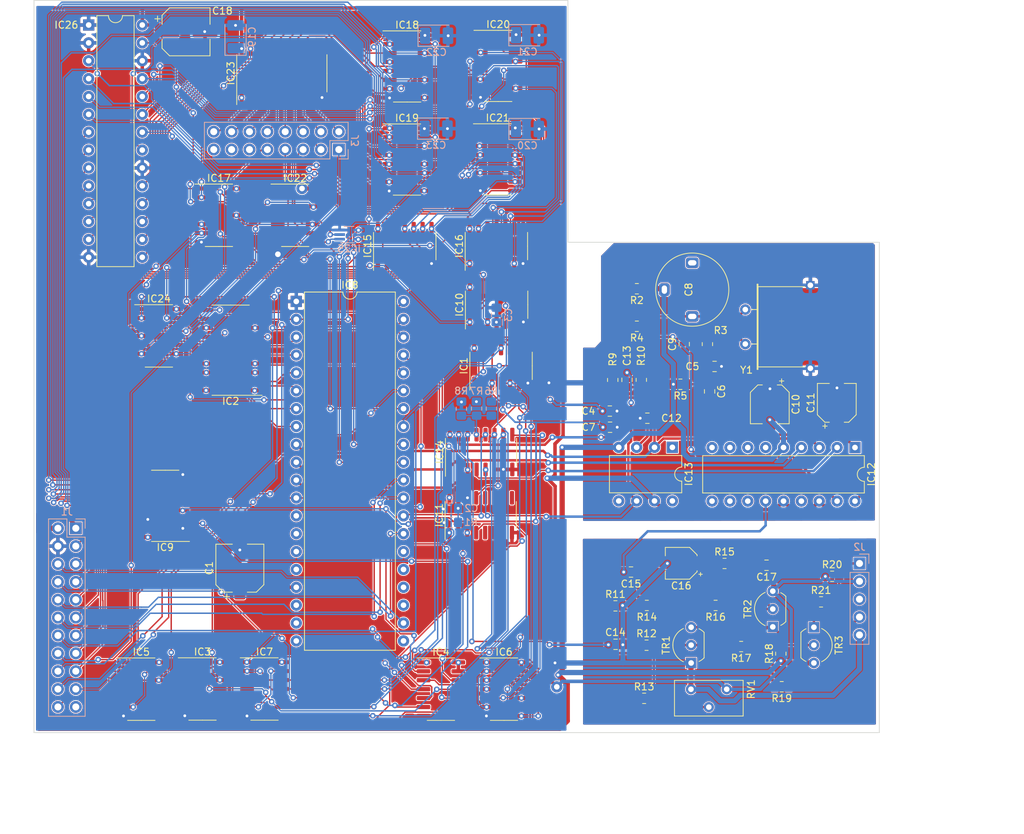
<source format=kicad_pcb>
(kicad_pcb (version 20221018) (generator pcbnew)
  (layers (0 "F.Cu" signal) (1 "In1.Cu" signal) (2 "In2.Cu" signal) (31 "B.Cu" signal) (34 "B.Paste" user) (35 "F.Paste" user) (36 "B.SilkS" user "B.Silkscreen") (37 "F.SilkS" user "F.Silkscreen") (38 "B.Mask" user) (39 "F.Mask" user) (44 "Edge.Cuts" user))
  (net 0 "")
  (net 1 "+5V")
  (net 2 "GND")
  (net 3 "Net-(IC11A-RCext)")
  (net 4 "Net-(C3-Pad1)")
  (net 5 "Net-(C4-Pad1)")
  (net 6 "LAG")
  (net 7 "Net-(C6-Pad1)")
  (net 8 "LEAD")
  (net 9 "/VDG/LINE PULSES")
  (net 10 "-5V")
  (net 11 "CHB")
  (net 12 "Net-(IC13-+)")
  (net 13 "Net-(IC14-Z0)")
  (net 14 "MUX X")
  (net 15 "Net-(C15-Pad1)")
  (net 16 "Composite")
  (net 17 "Net-(C16-Pad1)")
  (net 18 "Net-(TR1-C)")
  (net 19 "Net-(IC1-Pad3)")
  (net 20 "Net-(IC1-Pad4)")
  (net 21 "Net-(IC7A-MR)")
  (net 22 "/VDG/~{VCLK}")
  (net 23 "LUM CONTROL")
  (net 24 "VCLK")
  (net 25 "CLK")
  (net 26 "Net-(IC6B-Q)")
  (net 27 "/VDG/DV0")
  (net 28 "D0")
  (net 29 "D1")
  (net 30 "/VDG/DV1")
  (net 31 "/VDG/DV2")
  (net 32 "D2")
  (net 33 "D3")
  (net 34 "/VDG/DV3")
  (net 35 "~{RAS0}")
  (net 36 "/VDG/DV4")
  (net 37 "D4")
  (net 38 "D5")
  (net 39 "/VDG/DV5")
  (net 40 "INV")
  (net 41 "D6")
  (net 42 "D7")
  (net 43 "~{A}{slash}S")
  (net 44 "Net-(IC3-Pad1)")
  (net 45 "Net-(IC5B-Q0)")
  (net 46 "Net-(IC5A-Q3)")
  (net 47 "/VDG/FS'")
  (net 48 "Net-(IC7B-Q3)")
  (net 49 "Net-(IC7B-Q2)")
  (net 50 "Net-(IC7B-Q1)")
  (net 51 "Net-(IC7A-Q2)")
  (net 52 "Net-(IC6B-C)")
  (net 53 "~{HS}")
  (net 54 "~{NHS}")
  (net 55 "Net-(IC6B-D)")
  (net 56 "Net-(IC9B-Q0)")
  (net 57 "~{FS}")
  (net 64 "Net-(IC6A-D)")
  (net 65 "Net-(IC11A-~{Q})")
  (net 66 "CHROME CONTROL")
  (net 69 "/VDG/~{VCLK}{slash}16")
  (net 70 "Net-(IC7B-Q0)")
  (net 71 "phiB")
  (net 72 "phiA")
  (net 81 "DA0")
  (net 86 "GM2")
  (net 87 "LUM")
  (net 88 "GM1")
  (net 89 "GM0")
  (net 90 "~{INT}{slash}EXT")
  (net 91 "INV'")
  (net 92 "~{A}{slash}S'")
  (net 93 "~{A}{slash}G")
  (net 94 "~{RP}")
  (net 95 "CSS")
  (net 100 "Net-(IC9A-Q3)")
  (net 101 "Net-(IC9B-Q3)")
  (net 104 "Net-(IC10-Pad1)")
  (net 105 "MAX_ADD")
  (net 106 "MR")
  (net 114 "SYNC CONTROL")
  (net 115 "MUX Z")
  (net 124 "ChrOSC")
  (net 128 "MUX Y")
  (net 129 "LINE PULSE")
  (net 131 "BIAS")
  (net 133 "VID OUT")
  (net 134 "DC0")
  (net 135 "Alpha")
  (net 136 "DC1")
  (net 137 "Inverse")
  (net 138 "DC2")
  (net 139 "~{SelInv}")
  (net 140 "DC3")
  (net 141 "RClk")
  (net 142 "DC4")
  (net 143 "RC")
  (net 144 "DC5")
  (net 145 "DC6")
  (net 146 "DC7")
  (net 147 "Net-(TR1-B)")
  (net 148 "Net-(R13-Pad1)")
  (net 149 "Net-(TR2-E)")
  (net 150 "Net-(TR3-E)")
  (net 151 "AA0")
  (net 152 "AA1")
  (net 153 "AA2")
  (net 154 "AA3")
  (net 155 "AB7")
  (net 156 "AB6")
  (net 157 "AB5")
  (net 158 "AB4")
  (net 159 "AB8")
  (net 160 "AB9")
  (net 161 "AB10")
  (net 162 "AB11")
  (net 163 "SELA")
  (net 164 "~{R}{slash}W")
  (net 165 "DA4")
  (net 166 "DB4")
  (net 167 "DA5")
  (net 168 "DB5")
  (net 169 "DB7")
  (net 170 "DA7")
  (net 171 "DB6")
  (net 172 "DA6")
  (net 173 "AC7")
  (net 174 "AC6")
  (net 175 "AC5")
  (net 176 "AC4")
  (net 177 "DA1")
  (net 178 "DA2")
  (net 179 "DA3")
  (net 180 "AC10")
  (net 181 "AC11")
  (net 182 "AC9")
  (net 183 "AC8")
  (net 184 "DB0")
  (net 185 "DB1")
  (net 186 "DB3")
  (net 187 "DB2")
  (net 188 "Net-(C9-Pad2)")
  (net 189 "Net-(IC15A-CP)")
  (net 193 "Net-(IC17-Pad3)")
  (net 194 "Net-(IC17-Pad6)")
  (net 195 "Net-(IC26-~{WE})")
  (net 196 "Net-(IC17-Pad10)")
  (net 197 "Net-(IC23-CE)")
  (net 198 "Net-(IC22-Pad3)")
  (net 199 "Net-(IC22-Pad8)")
  (net 200 "Net-(IC22-Pad11)")
  (net 201 "Net-(IC24-Pad1)")
  (net 203 "Net-(C8-Pad1)")
  (net 204 "AD0")
  (net 205 "Net-(IC17-Pad9)")
  (footprint "Capacitor_SMD:CP_Elec_4x5.4" (layer "F.Cu") (at 201.252061 117.7671 180)
    (fp_text reference "C16")
    (fp_text value "1uF")
  )
  (footprint "Resistor_SMD:R_0805_2012Metric_Pad1.20x1.40mm_HandSolder" (layer "F.Cu") (at 196.326 129.413)
    (fp_text reference "R12")
    (fp_text value "1K")
  )
  (footprint "Resistor_SMD:R_0805_2012Metric_Pad1.20x1.40mm_HandSolder" (layer "F.Cu") (at 191.897 123.825)
    (fp_text reference "R11")
    (fp_text value "22K")
  )
  (footprint "Package_SO:SOIC-14_3.9x8.7mm_P1.27mm" (layer "F.Cu") (at 133.1976 135.636)
    (fp_text reference "IC3")
    (fp_text value "74HCT20")
  )
  (footprint "Resistor_SMD:R_0805_2012Metric_Pad1.20x1.40mm_HandSolder" (layer "F.Cu") (at 194.945 78.74 180)
    (fp_text reference "R2")
    (fp_text value "3K3")
  )
  (footprint "Package_SO:SOIC-14_3.9x8.7mm_P1.27mm" (layer "F.Cu") (at 175.641 89.7016 90)
    (fp_text reference "IC1")
    (fp_text value "74HCT00")
  )
  (footprint "Resistor_SMD:R_0805_2012Metric_Pad1.20x1.40mm_HandSolder" (layer "F.Cu") (at 206.141561 123.7615 180)
    (fp_text reference "R16")
    (fp_text value "5K6")
  )
  (footprint "Resistor_SMD:R_0805_2012Metric_Pad1.20x1.40mm_HandSolder" (layer "F.Cu") (at 196.362561 123.7615 180)
    (fp_text reference "R14")
    (fp_text value "2K7")
  )
  (footprint "Package_DIP:DIP-40_W15.24mm" (layer "F.Cu") (at 146.5326 80.5434)
    (fp_text reference "IC8")
    (fp_text value "MC6847")
  )
  (footprint "Package_SO:SOIC-14_3.9x8.7mm_P1.27mm" (layer "F.Cu") (at 174.9806 72.6806 90)
    (fp_text reference "IC16")
    (fp_text value "74HCT393")
  )
  (footprint "Capacitor_SMD:C_0805_2012Metric_Pad1.18x1.45mm_HandSolder" (layer "F.Cu") (at 194.112761 119.0117 180)
    (fp_text reference "C15")
    (fp_text value "0.01uF")
  )
  (footprint "Package_SO:SOIC-16_3.9x9.9mm_P1.27mm" (layer "F.Cu") (at 175.2316 47.0662)
    (fp_text reference "IC20")
    (fp_text value "74HCT257")
  )
  (footprint "Capacitor_SMD:C_0805_2012Metric_Pad1.18x1.45mm_HandSolder" (layer "F.Cu") (at 205.994 89.789)
    (fp_text reference "C5")
    (fp_text value "33pF")
  )
  (footprint "Resistor_SMD:R_0805_2012Metric_Pad1.20x1.40mm_HandSolder" (layer "F.Cu") (at 207.411561 117.7925)
    (fp_text reference "R15")
    (fp_text value "1K2")
  )
  (footprint "Package_TO_SOT_THT:TO-92_Inline_Wide" (layer "F.Cu") (at 220.111561 126.8603 -90)
    (fp_text reference "TR3")
    (fp_text value "BC212")
  )
  (footprint "Package_DIP:DIP-8_W7.62mm" (layer "F.Cu") (at 199.994 101.2859 -90)
    (fp_text reference "IC13")
    (fp_text value "2318")
  )
  (footprint "Dragon:Trimmer-7.5mm" (layer "F.Cu") (at 202.819 78.867 90)
    (fp_text reference "C8")
    (fp_text value "2-22pF")
  )
  (footprint "Resistor_SMD:R_0805_2012Metric_Pad1.20x1.40mm_HandSolder" (layer "F.Cu") (at 215.412561 130.6195 90)
    (fp_text reference "R18")
    (fp_text value "330R")
  )
  (footprint "Package_SO:SOIC-16_3.9x9.9mm_P1.27mm" (layer "F.Cu") (at 175.1584 60.3504)
    (fp_text reference "IC21")
    (fp_text value "74HCT257")
  )
  (footprint "Package_TO_SOT_THT:TO-92_Inline_Wide" (layer "F.Cu") (at 214.269561 126.8095 90)
    (fp_text reference "TR2")
    (fp_text value "2N2369")
  )
  (footprint "Package_TO_SOT_THT:TO-92_Inline_Wide" (layer "F.Cu") (at 202.661761 131.9403 90)
    (fp_text reference "TR1")
    (fp_text value "2N2369")
  )
  (footprint "Resistor_SMD:R_0805_2012Metric_Pad1.20x1.40mm_HandSolder" (layer "F.Cu") (at 215.539561 135.3185 180)
    (fp_text reference "R19")
    (fp_text value "10R")
  )
  (footprint "Package_SO:SOIC-14_3.9x8.7mm_P1.27mm" (layer "F.Cu") (at 124.4966 135.6614)
    (fp_text reference "IC5")
    (fp_text value "74HCT393")
  )
  (footprint "Package_SO:SOIC-14_3.9x8.7mm_P1.27mm" (layer "F.Cu") (at 161.9504 72.6836 90)
    (fp_text reference "IC15")
    (fp_text value "74HCT393")
  )
  (footprint "Resistor_SMD:R_0805_2012Metric_Pad1.20x1.40mm_HandSolder" (layer "F.Cu") (at 195.58 91.694 90)
    (fp_text reference "R10")
    (fp_text value "10K")
  )
  (footprint "Resistor_SMD:R_0805_2012Metric_Pad1.20x1.40mm_HandSolder" (layer "F.Cu") (at 191.516 91.7067 -90)
    (fp_text reference "R9")
    (fp_text value "10K")
  )
  (footprint "Package_DIP:DIP-18_W7.62mm" (layer "F.Cu") (at 225.9528 101.3113 -90)
    (fp_text reference "IC12")
    (fp_text value "LM1889N")
  )
  (footprint "Capacitor_SMD:C_0805_2012Metric_Pad1.18x1.45mm_HandSolder" (layer "F.Cu") (at 213.380561 118.0465 180)
    (fp_text reference "C17")
    (fp_text value "22pF")
  )
  (footprint "Package_SO:SOIC-14_3.9x8.7mm_P1.27mm" (layer "F.Cu") (at 175.006 81.0148 90)
    (fp_text reference "IC10")
    (fp_text value "74HCT32")
  )
  (footprint "Capacitor_SMD:C_0805_2012Metric_Pad1.18x1.45mm_HandSolder" (layer "F.Cu") (at 205.2872 93.3357 -90)
    (fp_text reference "C6")
    (fp_text value "0.1uF")
  )
  (footprint "Capacitor_SMD:CP_Elec_6.3x5.8" (layer "F.Cu") (at 130.8608 42.2148)
    (fp_text reference "C18")
    (fp_text value "100uF")
  )
  (footprint "Capacitor_SMD:CP_Elec_6.3x5.8" (layer "F.Cu") (at 138.5062 118.4656 90)
    (fp_text reference "C1")
    (fp_text value "100uF")
  )
  (footprint "Capacitor_SMD:C_0805_2012Metric_Pad1.18x1.45mm_HandSolder" (layer "F.Cu") (at 191.135 98.425 180)
    (fp_text reference "C7")
    (fp_text value "180pF")
  )
  (footprint "Potentiometer_THT:Potentiometer_Bourns_3386X_Horizontal" (layer "F.Cu") (at 207.716361 135.6741 -90)
    (fp_text reference "RV1")
    (fp_text value "10K")
  )
  (footprint "Capacitor_SMD:C_0805_2012Metric_Pad1.18x1.45mm_HandSolder" (layer "F.Cu") (at 191.9185 129.286)
    (fp_text reference "C14")
    (fp_text value "22pF")
  )
  (footprint "Capacitor_SMD:C_0805_2012Metric_Pad1.18x1.45mm_HandSolder" (layer "F.Cu") (at 191.104 96.1297)
    (fp_text reference "C4")
    (fp_text value "100pF")
  )
  (footprint "Package_DIP:DIP-28_W7.62mm" (layer "F.Cu") (at 117.0178 41.2496)
    (fp_text reference "IC26")
    (fp_text value "HM62256BLP")
  )
  (footprint "Resistor_SMD:R_0805_2012Metric_Pad1.20x1.40mm_HandSolder" (layer "F.Cu") (at 201.137 92.3197 180)
    (fp_text reference "R5")
    (fp_text value "1K")
  )
  (footprint "Package_SO:SOIC-14_3.9x8.7mm_P1.27mm" (layer "F.Cu") (at 176.0616 135.6614)
    (fp_text reference "IC6")
    (fp_text value "74ALS74N")
  )
  (footprint "Package_SO:SOIC-16_3.9x9.9mm_P1.27mm" (layer "F.Cu") (at 162.2634 60.3758)
    (fp_text reference "IC19")
    (fp_text value "74HCT257")
  )
  (footprint "Resistor_SMD:R_0805_2012Metric_Pad1.20x1.40mm_HandSolder" (layer "F.Cu") (at 195.981561 136.9695)
    (fp_text reference "R13")
    (fp_text value "2K7")
  )
  (footprint "Package_SO:SOIC-16_3.9x9.9mm_P1.27mm" (layer "F.Cu") (at 127.9002 109.601 180)
    (fp_text reference "IC9")
    (fp_text value "74HCT390")
  )
  (footprint "Package_SO:SOIC-16_3.9x9.9mm_P1.27mm" (layer "F.Cu") (at 172.7454 110.936 90)
    (fp_text reference "IC11")
    (fp_text value "74LS123N")
  )
  (footprint "Capacitor_SMD:C_0805_2012Metric_Pad1.18x1.45mm_HandSolder" (layer "F.Cu") (at 196.438 97.1457 180)
    (fp_text reference "C12")
    (fp_text value "0.01uF")
  )
  (footprint "Package_SO:SOIC-16_3.9x9.9mm_P1.27mm" (layer "F.Cu") (at 162.2918 47.1424)
    (fp_text reference "IC18")
    (fp_text value "74HCT257")
  )
  (footprint "Package_SO:SOIC-14_3.9x8.7mm_P1.27mm" (layer "F.Cu") (at 142.0114 135.636)
    (fp_text reference "IC7")
    (fp_text value "74HCT393")
  )
  (footprint "Package_SO:SOIC-14_3.9x8.7mm_P1.27mm" (layer "F.Cu") (at 146.3802 68.3006)
    (fp_text reference "IC22")
    (fp_text value "74HCT08")
  )
  (footprint "Capacitor_SMD:C_0805_2012Metric_Pad1.18x1.45mm_HandSolder" (layer "F.Cu") (at 193.548 91.694 90)
    (fp_text reference "C13")
    (fp_text value "4.7pF")
  )
  (footprint "Package_SO:SOIC-16_3.9x9.9mm_P1.27mm" (layer "F.Cu") (at 172.7962 101.9556 90)
    (fp_text reference "IC14")
    (fp_text value "CD4053")
  )
  (footprint "Capacitor_SMD:C_0805_2012Metric_Pad1.18x1.45mm_HandSolder" (layer "F.Cu") (at 201.676 86.614 90)
    (fp_text reference "C9")
    (fp_text value "33pF")
  )
  (footprint "Resistor_SMD:R_0805_2012Metric_Pad1.20x1.40mm_HandSolder" (layer "F.Cu") (at 194.945 84.074 180)
    (fp_text reference "R4")
    (fp_text value "5K6")
  )
  (footprint "Resistor_SMD:R_0805_2012Metric_Pad1.20x1.40mm_HandSolder" (layer "F.Cu") (at 222.705961 119.6213 180)
    (fp_text reference "R20")
    (fp_text value "270R")
  )
  (footprint "Package_SO:SOIC-14_3.9x8.7mm_P1.27mm" (layer "F.Cu") (at 135.5344 68.3006)
    (fp_text reference "IC17")
    (fp_text value "74HCT04")
  )
  (footprint "Resistor_SMD:R_0805_2012Metric_Pad1.20x1.40mm_HandSolder" (layer "F.Cu") (at 204.978 86.614 -90)
    (fp_text reference "R3")
    (fp_text value "1K")
  )
  (footprint "Package_SO:SO-20_5.3x12.6mm_P1.27mm" (layer "F.Cu") (at 144.4752 48.1157 90)
    (fp_text reference "IC23")
    (fp_text value "74HCT245")
  )
  (footprint "Crystal:Crystal_HC49-U_Horizontal_1EP_style2" (layer "F.Cu") (at 210.3628 86.5991 90)
    (fp_text reference "Y1")
    (fp_text value "4.433619MHz")
  )
  (footprint "Resistor_SMD:R_0805_2012Metric_Pad1.20x1.40mm_HandSolder" (layer "F.Cu") (at 209.773761 129.6035 180)
    (fp_text reference "R17")
    (fp_text value "2K7")
  )
  (footprint "Capacitor_SMD:CP_Elec_5x5.8" (layer "F.Cu") (at 213.8426 95.1709 -90)
    (fp_text reference "C10")
    (fp_text value "4.7uF")
  )
  (footprint "Package_SO:SO-20_5.3x12.6mm_P1.27mm" (layer "F.Cu") (at 137.2027 87.4776 180)
    (fp_text reference "IC2")
    (fp_text value "74HC273")
  )
  (footprint "Resistor_SMD:R_0805_2012Metric_Pad1.20x1.40mm_HandSolder" (layer "F.Cu") (at 221.1324 123.2535)
    (fp_text reference "R21")
    (fp_text value "270R")
  )
  (footprint "Package_SO:SOIC-14_3.9x8.7mm_P1.27mm" (layer "F.Cu") (at 167.0924 135.6614)
    (fp_text reference "IC4")
    (fp_text value "74HCT86")
  )
  (footprint "Package_SO:SOIC-14_3.9x8.7mm_P1.27mm" (layer "F.Cu") (at 127 85.4456)
    (fp_text reference "IC24")
    (fp_text value "74HCT02")
  )
  (footprint "Capacitor_SMD:CP_Elec_5x5.8" (layer "F.Cu") (at 223.3676 94.9579 90)
    (fp_text reference "C11")
    (fp_text value "47uF")
  )
  (footprint "Connector_PinHeader_2.54mm:PinHeader_1x05_P2.54mm_Vertical" (layer "B.Cu") (at 226.5934 117.7925 180)
    (fp_text reference "J2")
    (fp_text value "Video Output male")
  )
  (footprint "Capacitor_SMD:C_0805_2012Metric_Pad1.18x1.45mm_HandSolder" (layer "B.Cu") (at 168.5036 109.9566 180)
    (fp_text reference "C2")
    (fp_text value "330pF")
  )
  (footprint "Capacitor_Tantalum_SMD:CP_EIA-3528-21_Kemet-B_Pad1.50x2.35mm_HandSolder" (layer "B.Cu") (at 179.3742 42.6974)
    (fp_text reference "C21")
    (fp_text value "100uF")
  )
  (footprint "Capacitor_Tantalum_SMD:CP_EIA-3528-21_Kemet-B_Pad1.50x2.35mm_HandSolder" (layer "B.Cu") (at 166.3948 55.9816)
    (fp_text reference "C23")
    (fp_text value "100uF")
  )
  (footprint "Capacitor_SMD:C_0805_2012Metric_Pad1.18x1.45mm_HandSolder" (layer "B.Cu") (at 175.006 82.4738 90)
    (fp_text reference "C3")
    (fp_text value "180pF")
  )
  (footprint "Connector_PinHeader_2.54mm:PinHeader_2x11_P2.54mm_Vertical" (layer "B.Cu") (at 115.189 112.7887 180)
    (fp_text reference "J1")
    (fp_text value "Board Interconnect male")
  )
  (footprint "Connector_PinHeader_2.54mm:PinHeader_2x08_P2.54mm_Vertical" (layer "B.Cu") (at 152.5778 58.9534 90)
    (fp_text reference "J3")
    (fp_text value "Conn_02x08_Odd_Even")
  )
  (footprint "Capacitor_Tantalum_SMD:CP_EIA-3528-21_Kemet-B_Pad1.50x2.35mm_HandSolder" (layer "B.Cu") (at 166.4716 42.7736)
    (fp_text reference "C22")
    (fp_text value "100uF")
  )
  (footprint "Capacitor_Tantalum_SMD:CP_EIA-3528-21_Kemet-B_Pad1.50x2.35mm_HandSolder" (layer "B.Cu") (at 179.3884 56.0324)
    (fp_text reference "C20")
    (fp_text value "100uF")
  )
  (footprint "Capacitor_Tantalum_SMD:CP_EIA-3528-21_Kemet-B_Pad1.50x2.35mm_HandSolder" (layer "B.Cu") (at 137.8966 42.926 90)
    (fp_text reference "C19")
    (fp_text value "100uF")
  )
  (footprint "Resistor_SMD:R_0805_2012Metric_Pad1.20x1.40mm_HandSolder" (layer "B.Cu") (at 174.2694 95.7834 90)
    (fp_text reference "R6")
    (fp_text value "12K")
  )
  (footprint "Resistor_SMD:R_0805_2012Metric_Pad1.20x1.40mm_HandSolder" (layer "B.Cu") (at 168.545 111.9632 180)
    (fp_text reference "R1")
    (fp_text value "27K")
  )
  (footprint "Resistor_SMD:R_0805_2012Metric_Pad1.20x1.40mm_HandSolder" (layer "B.Cu") (at 172.1612 95.774 90)
    (fp_text reference "R7")
    (fp_text value "8K2")
  )
  (footprint "Resistor_SMD:R_0805_2012Metric_Pad1.20x1.40mm_HandSolder" (layer "B.Cu") (at 170.0022 95.7834 -90)
    (fp_text reference "R8")
    (fp_text value "1K8")
  )
  (footprint "Package_TO_SOT_SMD:SOT-353_SC-70-5_Handsoldering" (layer "B.Cu") (at 154.0256 71.0438)
    (fp_text reference "IC25")
    (fp_text value "74HCT1G32")
  )
  (gr_line (start 109.2454 37.7444) (end 185.1406 37.7444) (stroke (width 0.1)) (layer "Edge.Cuts"))
  (gr_line (start 109.2454 141.8463) (end 229.4128 141.8463) (stroke (width 0.1)) (layer "Edge.Cuts"))
  (gr_line (start 229.4128 141.8463) (end 229.4128 72.136) (stroke (width 0.1)) (layer "Edge.Cuts"))
  (gr_line (start 109.2454 37.7444) (end 109.2454 141.8463) (stroke (width 0.1)) (layer "Edge.Cuts"))
  (gr_line (start 185.1406 72.136) (end 229.4128 72.136) (stroke (width 0.1)) (layer "Edge.Cuts"))
  (gr_line (start 185.1406 37.7444) (end 185.1406 72.136) (stroke (width 0.1)) (layer "Edge.Cuts"))
  (segment (start 138.7602 38.8366) (end 138.7602 44.6532) (width 0.5) (layer "F.Cu") (net 1))
  (segment (start 109.855 39.6748) (end 110.6932 38.8366) (width 0.5) (layer "F.Cu") (net 1))
  (segment (start 209.3395 116.7965) (end 208.407 117.729) (width 0.75) (layer "F.Cu") (net 1))
  (segment (start 223.3676 97.1579) (end 224.780572 97.1579) (width 0.5) (layer "F.Cu") (net 1))
  (segment (start 183.3118 100.7872) (end 183.3118 105.1814) (width 0.5) (layer "F.Cu") (net 1))
  (segment (start 124.6378 38.8366) (end 138.7602 38.8366) (width 0.5) (layer "F.Cu") (net 1))
  (segment (start 124.6378 38.8366) (end 124.6378 41.2496) (width 0.5) (layer "F.Cu") (net 1))
  (segment (start 115.189 112.395) (end 113.792 110.998) (width 0.5) (layer "F.Cu") (net 1))
  (segment (start 138.524 121.1834) (end 138.5062 121.1656) (width 0.5) (layer "F.Cu") (net 1))
  (segment (start 183.3244 130.783629) (end 182.499 131.609029) (width 0.5) (layer "F.Cu") (net 1))
  (segment (start 216.9928 110.1313) (end 219.6728 110.1313) (width 0.5) (layer "F.Cu") (net 1))
  (segment (start 183.3244 106.8069) (end 183.3244 130.783629) (width 0.5) (layer "F.Cu") (net 1))
  (segment (start 182.499 134.270626) (end 183.562687 135.334313) (width 0.5) (layer "F.Cu") (net 1))
  (segment (start 227.7028 100.080128) (end 227.7028 108.9234) (width 0.5) (layer "F.Cu") (net 1))
  (segment (start 214.418061 118.0465) (end 214.418061 121.581) (width 0.75) (layer "F.Cu") (net 1))
  (segment (start 127.1956 41.2496) (end 128.1608 42.2148) (width 0.5) (layer "F.Cu") (net 1))
  (segment (start 178.5366 131.8514) (end 178.5366 133.1214) (width 0.5) (layer "F.Cu") (net 1))
  (segment (start 169.5704 133.1184) (end 169.5674 133.1214) (width 0.5) (layer "F.Cu") (net 1))
  (segment (start 110.6932 38.8366) (end 124.6378 38.8366) (width 0.5) (layer "F.Cu") (net 1))
  (segment (start 222.0728 110.1313) (end 220.8728 108.9313) (width 0.5) (layer "F.Cu") (net 1))
  (segment (start 169.5704 131.8768) (end 169.5704 133.1184) (width 0.5) (layer "F.Cu") (net 1))
  (segment (start 183.3118 105.1814) (end 182.8165 105.6767) (width 0.5) (layer "F.Cu") (net 1))
  (segment (start 214.503 118.11) (end 213.1895 116.7965) (width 0.75) (layer "F.Cu") (net 1))
  (segment (start 214.5928 110.1313) (end 198.6794 110.1313) (width 0.5) (layer "F.Cu") (net 1))
  (segment (start 182.8292 38.8366) (end 184.4548 40.4622) (width 0.5) (layer "F.Cu") (net 1))
  (segment (start 148.8552 64.4906) (end 147.3454 64.4906) (width 0.5) (layer "F.Cu") (net 1))
  (segment (start 219.6728 110.1313) (end 220.8728 108.9313) (width 0.5) (layer "F.Cu") (net 1))
  (segment (start 184.4548 40.4622) (end 184.4548 99.6442) (width 0.5) (layer "F.Cu") (net 1))
  (segment (start 226.4949 110.1313) (end 222.0728 110.1313) (width 0.5) (layer "F.Cu") (net 1))
  (segment (start 109.855 110.2106) (end 109.855 39.6748) (width 0.5) (layer "F.Cu") (net 1))
  (segment (start 184.4548 99.6442) (end 183.3118 100.7872) (width 0.5) (layer "F.Cu") (net 1))
  (segment (start 214.418061 121.581) (end 214.269561 121.7295) (width 0.75) (layer "F.Cu") (net 1))
  (segment (start 124.6378 41.2496) (end 127.1956 41.2496) (width 0.5) (layer "F.Cu") (net 1))
  (segment (start 182.1942 105.6767) (end 183.3244 106.8069) (width 0.5) (layer "F.Cu") (net 1))
  (segment (start 227.7028 108.9234) (end 226.4949 110.1313) (width 0.5) (layer "F.Cu") (net 1))
  (segment (start 213.1895 116.7965) (end 209.3395 116.7965) (width 0.75) (layer "F.Cu") (net 1))
  (segment (start 215.7928 108.9313) (end 216.9928 110.1313) (width 0.5) (layer "F.Cu") (net 1))
  (segment (start 138.7602 38.8366) (end 182.8292 38.8366) (width 0.5) (layer "F.Cu") (net 1))
  (segment (start 146.5326 121.1834) (end 138.524 121.1834) (width 0.5) (layer "F.Cu") (net 1))
  (segment (start 182.8165 105.6767) (end 182.1942 105.6767) (width 0.5) (layer "F.Cu") (net 1))
  (segment (start 110.6424 110.998) (end 109.855 110.2106) (width 0.5) (layer "F.Cu") (net 1))
  (segment (start 113.792 110.998) (end 110.6424 110.998) (width 0.5) (layer "F.Cu") (net 1))
  (segment (start 215.7928 108.9313) (end 214.5928 110.1313) (width 0.5) (layer "F.Cu") (net 1))
  (segment (start 182.499 131.609029) (end 182.499 134.270626) (width 0.5) (layer "F.Cu") (net 1))
  (segment (start 198.6794 110.1313) (end 197.454 108.9059) (width 0.5) (layer "F.Cu") (net 1))
  (segment (start 224.780572 97.1579) (end 227.7028 100.080128) (width 0.5) (layer "F.Cu") (net 1))
  (segment (start 115.189 112.7887) (end 115.189 112.395) (width 0.5) (layer "F.Cu") (net 1))
  (via (at 221.742 119.634) (size 0.8) (drill 0.4) (layers "F.Cu" "B.Cu") (net 1))
  (via (at 155.3464 71.7296) (size 0.8) (drill 0.4) (layers "F.Cu" "B.Cu") (net 1))
  (via (at 129.4892 81.6356) (size 0.8) (drill 0.4) (layers "F.Cu" "B.Cu") (net 1))
  (via (at 167.5384 111.9886) (size 0.8) (drill 0.4) (layers "F.Cu" "B.Cu") (net 1))
  (via (at 127.0254 131.8514) (size 0.8) (drill 0.4) (layers "F.Cu" "B.Cu") (net 1))
  (via (at 138.7602 44.6024) (size 0.8) (drill 0.4) (layers "F.Cu" "B.Cu") (net 1))
  (via (at 173.5836 131.8514) (size 0.8) (drill 0.4) (layers "F.Cu" "B.Cu") (net 1))
  (via (at 168.3004 108.4326) (size 0.8) (drill 0.4) (layers "F.Cu" "B.Cu") (net 1))
  (via (at 183.562687 135.334313) (size 1.6) (drill 0.8) (layers "F.Cu" "B.Cu") (net 1))
  (via (at 140.6144 93.218) (size 0.8) (drill 0.4) (layers "F.Cu" "B.Cu") (net 1))
  (via (at 178.5366 131.8514) (size 0.8) (drill 0.4) (layers "F.Cu" "B.Cu") (net 1))
  (via (at 158.1404 70.2056) (size 0.8) (drill 0.4) (layers "F.Cu" "B.Cu") (net 1))
  (via (at 172.1358 94.7928) (size 0.8) (drill 0.4) (layers "F.Cu" "B.Cu") (net 1))
  (via (at 168.3766 99.4664) (size 0.8) (drill 0.4) (layers "F.Cu" "B.Cu") (net 1))
  (via (at 173.5836 135.6614) (size 0.8) (drill 0.4) (layers "F.Cu" "B.Cu") (net 1))
  (via (at 147.3454 64.4906) (size 1.6) (drill 0.8) (layers "F.Cu" "B.Cu") (net 1))
  (via (at 182.1942 105.6767) (size 0.8) (drill 0.4) (layers "F.Cu" "B.Cu") (net 1))
  (via (at 133.7056 93.1926) (size 0.8) (drill 0.4) (layers "F.Cu" "B.Cu") (net 1))
  (via (at 164.7444 55.9816) (size 0.8) (drill 0.4) (layers "F.Cu" "B.Cu") (net 1))
  (via (at 178.5366 136.9314) (size 0.8) (drill 0.4) (layers "F.Cu" "B.Cu") (net 1))
  (via (at 169.5704 131.8768) (size 0.8) (drill 0.4) (layers "F.Cu" "B.Cu") (net 1))
  (via (at 171.1706 70.2056) (size 0.8) (drill 0.4) (layers "F.Cu" "B.Cu") (net 1))
  (via (at 135.6614 131.826) (size 0.8) (drill 0.4) (layers "F.Cu" "B.Cu") (net 1))
  (via (at 138.0236 64.516) (size 0.8) (drill 0.4) (layers "F.Cu" "B.Cu") (net 1))
  (via (at 171.196 78.5114) (size 0.8) (drill 0.4) (layers "F.Cu" "B.Cu") (net 1))
  (via (at 125.4252 114.0714) (size 0.8) (drill 0.4) (layers "F.Cu" "B.Cu") (net 1))
  (via (at 165.0492 131.8768) (size 0.8) (drill 0.4) (layers "F.Cu" "B.Cu") (net 1))
  (via (at 170.8404 113.4364) (size 0.8) (drill 0.4) (layers "F.Cu" "B.Cu") (net 1))
  (via (at 177.6618 55.88) (size 0.8) (drill 0.4) (layers "F.Cu" "B.Cu") (net 1))
  (via (at 144.4752 131.826) (size 0.8) (drill 0.4) (layers "F.Cu" "B.Cu") (net 1))
  (via (at 177.7746 42.6212) (size 0.8) (drill 0.4) (layers "F.Cu" "B.Cu") (net 1))
  (via (at 164.8206 42.7228) (size 0.8) (drill 0.4) (layers "F.Cu" "B.Cu") (net 1))
  (via (at 138.7602 51.5874) (size 0.8) (drill 0.4) (layers "F.Cu" "B.Cu") (net 1))
  (via (at 171.831 87.1728) (size 0.8) (drill 0.4) (layers "F.Cu" "B.Cu") (net 1))
  (segment (start 206.596361 134.5541) (end 184.3429 134.5541) (width 0.5) (layer "B.Cu") (net 1))
  (segment (start 182.1942 105.6767) (end 194.2248 105.6767) (width 0.75) (layer "B.Cu") (net 1))
  (segment (start 207.716361 135.6741) (end 206.596361 134.5541) (width 0.5) (layer "B.Cu") (net 1))
  (segment (start 184.3429 134.5541) (end 183.562687 135.334313) (width 0.5) (layer "B.Cu") (net 1))
  (segment (start 221.742 119.634) (end 222.4405 120.3325) (width 0.5) (layer "B.Cu") (net 1))
  (segment (start 221.742 119.634) (end 221.0435 120.3325) (width 0.5) (layer "B.Cu") (net 1))
  (segment (start 216.8906 124.350539) (end 214.269561 121.7295) (width 0.5) (layer "B.Cu") (net 1))
  (segment (start 194.2248 105.6767) (end 197.454 108.9059) (width 0.75) (layer "B.Cu") (net 1))
  (segment (start 207.716361 135.6741) (end 212.510171 135.6741) (width 0.5) (layer "B.Cu") (net 1))
  (segment (start 212.510171 135.6741) (end 216.8906 131.293671) (width 0.5) (layer "B.Cu") (net 1))
  (segment (start 216.8906 131.293671) (end 216.8906 124.350539) (width 0.5) (layer "B.Cu") (net 1))
  (segment (start 222.4405 120.3325) (end 226.5934 120.3325) (width 0.5) (layer "B.Cu") (net 1))
  (segment (start 221.0435 120.3325) (end 215.666561 120.3325) (width 0.5) (layer "B.Cu") (net 1))
  (segment (start 215.666561 120.3325) (end 214.269561 121.7295) (width 0.5) (layer "B.Cu") (net 1))
  (segment (start 207.0005 89.7797) (end 206.979 89.7797) (width 0.5) (layer "F.Cu") (net 2))
  (segment (start 179.9082 57.1754) (end 181.0512 56.0324) (width 0.5) (layer "F.Cu") (net 2))
  (segment (start 175.9824 104.4306) (end 175.9712 104.4194) (width 0.5) (layer "F.Cu") (net 2))
  (segment (start 202.636361 135.6741) (end 202.636361 131.9657) (width 0.75) (layer "F.Cu") (net 2))
  (segment (start 192.12 98.3505) (end 192.151 98.3195) (width 0.75) (layer "F.Cu") (net 2))
  (segment (start 192.955061 123.799) (end 192.917561 123.7615) (width 0.75) (layer "F.Cu") (net 2))
  (segment (start 223.393 92.837) (end 223.393 93.0717) (width 0.75) (layer "F.Cu") (net 2))
  (segment (start 192.151 98.3195) (end 192.151 98.425) (width 0.75) (layer "F.Cu") (net 2))
  (segment (start 206.979 89.7582) (end 207.0005 89.7797) (width 0.5) (layer "F.Cu") (net 2))
  (segment (start 143.9052 73.8266) (end 143.9164 73.8378) (width 0.5) (layer "F.Cu") (net 2))
  (segment (start 177.6334 57.1754) (end 179.9082 57.1754) (width 0.5) (layer "F.Cu") (net 2))
  (segment (start 177.7066 43.8912) (end 179.8574 43.8912) (width 0.5) (layer "F.Cu") (net 2))
  (segment (start 202.636361 131.9657) (end 202.661761 131.9403) (width 0.75) (layer "F.Cu") (net 2))
  (segment (start 143.9052 72.1106) (end 143.9052 73.8266) (width 0.5) (layer "F.Cu") (net 2))
  (segment (start 179.8574 43.8912) (end 181.0512 42.6974) (width 0.5) (layer "F.Cu") (net 2))
  (segment (start 177.2412 104.4306) (end 175.9824 104.4306) (width 0.5) (layer "F.Cu") (net 2))
  (segment (start 223.393 93.0717) (end 223.362 93.0407) (width 0.75) (layer "F.Cu") (net 2))
  (segment (start 175.96 104.4306) (end 174.7012 104.4306) (width 0.5) (layer "F.Cu") (net 2))
  (segment (start 223.1583 92.837) (end 223.393 92.837) (width 0.75) (layer "F.Cu") (net 2))
  (segment (start 206.979 89.7797) (end 206.979 89.7582) (width 0.5) (layer "F.Cu") (net 2))
  (segment (start 175.9712 104.4194) (end 175.96 104.4306) (width 0.5) (layer "F.Cu") (net 2))
  (segment (start 192.151 98.425) (end 192.0455 98.425) (width 0.75) (layer "F.Cu") (net 2))
  (segment (start 192.0455 98.425) (end 192.0455 98.425) (width 0.75) (layer "F.Cu") (net 2))
  (segment (start 223.0792 92.7579) (end 223.1583 92.837) (width 0.75) (layer "F.Cu") (net 2))
  (via (at 192.12 96.1297) (size 0.8) (drill 0.4) (layers "F.Cu" "B.Cu") (net 2))
  (via (at 182.4482 92.1131) (size 0.8) (drill 0.4) (layers "F.Cu" "B.Cu") (net 2))
  (via (at 130.683 139.446) (size 0.8) (drill 0.4) (layers "F.Cu" "B.Cu") (net 2))
  (via (at 133.51 42.1894) (size 0.8) (drill 0.4) (layers "F.Cu" "B.Cu") (net 2))
  (via (at 168.275 113.4364) (size 0.8) (drill 0.4) (layers "F.Cu" "B.Cu") (net 2))
  (via (at 159.7406 64.8462) (size 0.8) (drill 0.4) (layers "F.Cu" "B.Cu") (net 2))
  (via (at 192.917561 123.7615) (size 0.8) (drill 0.4) (layers "F.Cu" "B.Cu") (net 2))
  (via (at 172.72 51.5366) (size 0.8) (drill 0.4) (layers "F.Cu" "B.Cu") (net 2))
  (via (at 183.3118 131.9276) (size 0.8) (drill 0.4) (layers "F.Cu" "B.Cu") (net 2))
  (via (at 168.1226 42.7736) (size 0.8) (drill 0.4) (layers "F.Cu" "B.Cu") (net 2))
  (via (at 133.0452 72.1106) (size 0.8) (drill 0.4) (layers "F.Cu" "B.Cu") (net 2))
  (via (at 159.7914 51.6128) (size 0.8) (drill 0.4) (layers "F.Cu" "B.Cu") (net 2))
  (via (at 178.7652 75.1586) (size 0.8) (drill 0.4) (layers "F.Cu" "B.Cu") (net 2))
  (via (at 199.283561 117.7925) (size 0.8) (drill 0.4) (layers "F.Cu" "B.Cu") (net 2))
  (via (at 192.151 98.425) (size 0.8) (drill 0.4) (layers "F.Cu" "B.Cu") (net 2))
  (via (at 165.7604 75.1586) (size 0.8) (drill 0.4) (layers "F.Cu" "B.Cu") (net 2))
  (via (at 223.393 92.837) (size 0.8) (drill 0.4) (layers "F.Cu" "B.Cu") (net 2))
  (via (at 137.8966 41.301) (size 0.8) (drill 0.4) (layers "F.Cu" "B.Cu") (net 2))
  (via (at 178.816 83.4644) (size 0.8) (drill 0.4) (layers "F.Cu" "B.Cu") (net 2))
  (via (at 130.4036 112.8014) (size 0.8) (drill 0.4) (layers "F.Cu" "B.Cu") (net 2))
  (via (at 213.868 92.964) (size 0.8) (drill 0.4) (layers "F.Cu" "B.Cu") (net 2))
  (via (at 170.0136 94.8382) (size 0.8) (drill 0.4) (layers "F.Cu" "B.Cu") (net 2))
  (via (at 172.6946 64.7954) (size 0.8) (drill 0.4) (layers "F.Cu" "B.Cu") (net 2))
  (via (at 173.5582 139.4714) (size 0.8) (drill 0.4) (layers "F.Cu" "B.Cu") (net 2))
  (via (at 195.422 97.1457) (size 0.8) (drill 0.4) (layers "F.Cu" "B.Cu") (net 2))
  (via (at 179.451 92.1512) (size 0.8) (drill 0.4) (layers "F.Cu" "B.Cu") (net 2))
  (via (at 181.0512 42.6974) (size 0.8) (drill 0.4) (layers "F.Cu" "B.Cu") (net 2))
  (via (at 192.955061 129.3495) (size 0.8) (drill 0.4) (layers "F.Cu" "B.Cu") (net 2))
  (via (at 150.1902 51.562) (size 0.8) (drill 0.4) (layers "F.Cu" "B.Cu") (net 2))
  (via (at 181.0512 56.0324) (size 0.8) (drill 0.4) (layers "F.Cu" "B.Cu") (net 2))
  (via (at 125.4252 111.5314) (size 0.8) (drill 0.4) (layers "F.Cu" "B.Cu") (net 2))
  (via (at 138.5062 115.8748) (size 0.8) (drill 0.4) (layers "F.Cu" "B.Cu") (net 2))
  (via (at 175.9712 104.4194) (size 0.8) (drill 0.4) (layers "F.Cu" "B.Cu") (net 2))
  (via (at 206.979 89.7797) (size 0.8) (drill 0.4) (layers "F.Cu" "B.Cu") (net 2))
  (via (at 121.9708 139.4714) (size 0.8) (drill 0.4) (layers "F.Cu" "B.Cu") (net 2))
  (via (at 143.9164 73.8378) (size 1.6) (drill 0.8) (layers "F.Cu" "B.Cu") (net 2))
  (via (at 130.4036 105.156) (size 0.8) (drill 0.4) (layers "F.Cu" "B.Cu") (net 2))
  (via (at 168.0198 55.9816) (size 0.8) (drill 0.4) (layers "F.Cu" "B.Cu") (net 2))
  (via (at 170.8658 108.458) (size 0.8) (drill 0.4) (layers "F.Cu" "B.Cu") (net 2))
  (via (at 167.4114 110.0582) (size 0.8) (drill 0.4) (layers "F.Cu" "B.Cu") (net 2))
  (via (at 139.5222 139.4714) (size 0.8) (drill 0.4) (layers "F.Cu" "B.Cu") (net 2))
  (segment (start 188.1034 92.1131) (end 182.4482 92.1131) (width 0.75) (layer "B.Cu") (net 2))
  (segment (start 208.8388 137.3251) (end 206.756 137.3251) (width 0.75) (layer "B.Cu") (net 2))
  (segment (start 205.105 135.6741) (end 202.636361 135.6741) (width 0.75) (layer "B.Cu") (net 2))
  (segment (start 192.12 96.1297) (end 188.1034 92.1131) (width 0.75) (layer "B.Cu") (net 2))
  (segment (start 192.917561 123.7615) (end 193.314561 123.7615) (width 0.75) (layer "B.Cu") (net 2))
  (segment (start 192.955061 129.3495) (end 192.955061 123.799) (width 0.75) (layer "B.Cu") (net 2))
  (segment (start 192.955061 123.799) (end 192.917561 123.7615) (width 0.75) (layer "B.Cu") (net 2))
  (segment (start 203.55 93.2087) (end 206.979 89.7797) (width 0.75) (layer "B.Cu") (net 2))
  (segment (start 226.5934 127.9525) (end 226.5934 132.8039) (width 0.75) (layer "B.Cu") (net 2))
  (segment (start 202.661761 131.9403) (end 192.9638 131.9403) (width 0.75) (layer "B.Cu") (net 2))
  (segment (start 193.314561 123.7615) (end 199.283561 117.7925) (width 0.75) (layer "B.Cu") (net 2))
  (segment (start 209.6262 136.5377) (end 208.8388 137.3251) (width 0.75) (layer "B.Cu") (net 2))
  (segment (start 193.136 97.1457) (end 192.12 96.1297) (width 0.75) (layer "B.Cu") (net 2))
  (segment (start 195.422 97.1457) (end 193.136 97.1457) (width 0.75) (layer "B.Cu") (net 2))
  (segment (start 203.55 94.9867) (end 203.55 93.2087) (width 0.75) (layer "B.Cu") (net 2))
  (segment (start 206.756 137.3251) (end 205.105 135.6741) (width 0.75) (layer "B.Cu") (net 2))
  (segment (start 226.5934 132.8039) (end 222.8596 136.5377) (width 0.75) (layer "B.Cu") (net 2))
  (segment (start 183.3245 131.9403) (end 183.3118 131.9276) (width 0.75) (layer "B.Cu") (net 2))
  (segment (start 192.9638 131.9403) (end 183.3245 131.9403) (width 0.75) (layer "B.Cu") (net 2))
  (segment (start 222.8596 136.5377) (end 209.6262 136.5377) (width 0.75) (layer "B.Cu") (net 2))
  (segment (start 192.9638 129.358239) (end 192.955061 129.3495) (width 0.75) (layer "B.Cu") (net 2))
  (segment (start 195.422 97.1457) (end 197.581 94.9867) (width 0.75) (layer "B.Cu") (net 2))
  (segment (start 192.9638 131.9403) (end 192.9638 129.358239) (width 0.75) (layer "B.Cu") (net 2))
  (segment (start 169.5704 109.9273) (end 169.5411 109.9566) (width 0.2) (layer "F.Cu") (net 3))
  (segment (start 169.5704 108.461) (end 169.5704 109.9273) (width 0.2) (layer "F.Cu") (net 3))
  (via (at 169.5411 109.9566) (size 0.8) (drill 0.4) (layers "F.Cu" "B.Cu") (net 3))
  (segment (start 169.5411 111.9593) (end 169.545 111.9632) (width 0.2) (layer "B.Cu") (net 3))
  (segment (start 169.5411 109.9566) (end 169.5411 111.9593) (width 0.2) (layer "B.Cu") (net 3))
  (segment (start 175.006 78.5398) (end 175.006 83.4898) (width 0.2) (layer "F.Cu") (net 4))
  (via (at 174.9806 83.4898) (size 0.8) (drill 0.4) (layers "F.Cu" "B.Cu") (net 4))
  (segment (start 181.0512 83.9978) (end 181.0512 92.8955) (width 0.2) (layer "F.Cu") (net 5))
  (segment (start 179.3182 82.2648) (end 181.0512 83.9978) (width 0.2) (layer "F.Cu") (net 5))
  (segment (start 176.276 83.289825) (end 177.301025 82.2648) (width 0.2) (layer "F.Cu") (net 5))
  (segment (start 181.0512 92.8955) (end 182.6437 94.488) (width 0.2) (layer "F.Cu") (net 5))
  (segment (start 176.276 83.4898) (end 176.276 83.289825) (width 0.2) (layer "F.Cu") (net 5))
  (segment (start 177.301025 82.2648) (end 178.816 82.2648) (width 0.2) (layer "F.Cu") (net 5))
  (segment (start 178.816 78.5398) (end 178.816 82.2648) (width 0.2) (layer "F.Cu") (net 5))
  (segment (start 178.816 82.2648) (end 179.3182 82.2648) (width 0.2) (layer "F.Cu") (net 5))
  (via (at 182.6437 94.488) (size 0.8) (drill 0.4) (layers "F.Cu" "B.Cu") (net 5))
  (via (at 190.0665 96.1297) (size 0.8) (drill 0.4) (layers "F.Cu" "B.Cu") (net 5))
  (segment (start 183.5184 95.2407) (end 182.7657 94.488) (width 0.35) (layer "B.Cu") (net 5))
  (segment (start 182.7657 94.488) (end 182.6437 94.488) (width 0.35) (layer "B.Cu") (net 5))
  (segment (start 189.1775 95.2407) (end 183.5184 95.2407) (width 0.35) (layer "B.Cu") (net 5))
  (segment (start 190.0665 96.1297) (end 189.1775 95.2407) (width 0.35) (layer "B.Cu") (net 5))
  (segment (start 204.986 89.7192) (end 204.986 89.8402) (width 0.35) (layer "F.Cu") (net 6))
  (segment (start 204.986 87.5947) (end 204.986 89.7192) (width 0.35) (layer "F.Cu") (net 6))
  (segment (start 220.284618 99.1489) (end 225.9584 99.1489) (width 0.35) (layer "F.Cu") (net 6))
  (segment (start 210.4339 95.2881) (end 216.423818 95.2881) (width 0.35) (layer "F.Cu") (net 6))
  (segment (start 216.423818 95.2881) (end 220.284618 99.1489) (width 0.35) (layer "F.Cu") (net 6))
  (segment (start 204.986 89.8402) (end 210.4339 95.2881) (width 0.35) (layer "F.Cu") (net 6))
  (segment (start 227.1278 100.3183) (end 227.1278 107.7563) (width 0.35) (layer "F.Cu") (net 6))
  (segment (start 225.9584 99.1489) (end 227.1278 100.3183) (width 0.35) (layer "F.Cu") (net 6))
  (segment (start 227.1278 107.7563) (end 225.9528 108.9313) (width 0.35) (layer "F.Cu") (net 6))
  (segment (start 202.137 88.1125) (end 201.676 87.6515) (width 0.35) (layer "F.Cu") (net 7))
  (segment (start 205.2872 92.2982) (end 205.2657 92.3197) (width 0.25) (layer "F.Cu") (net 7))
  (segment (start 202.137 92.3197) (end 202.137 88.1125) (width 0.35) (layer "F.Cu") (net 7))
  (segment (start 205.2657 92.3197) (end 202.137 92.3197) (width 0.35) (layer "F.Cu") (net 7))
  (segment (start 220.2896 99.9317) (end 219.8442 99.4863) (width 0.35) (layer "F.Cu") (net 8))
  (segment (start 225.9528 101.3113) (end 224.5732 99.9317) (width 0.35) (layer "F.Cu") (net 8))
  (segment (start 210.4003 99.4863) (end 205.2872 94.3732) (width 0.35) (layer "F.Cu") (net 8))
  (segment (start 224.5732 99.9317) (end 220.2896 99.9317) (width 0.35) (layer "F.Cu") (net 8))
  (segment (start 219.8442 99.4863) (end 210.4003 99.4863) (width 0.35) (layer "F.Cu") (net 8))
  (segment (start 172.481 91.5266) (end 172.481 86.2434) (width 0.2) (layer "F.Cu") (net 9))
  (segment (start 173.101 92.376575) (end 175.895 95.170575) (width 0.2) (layer "F.Cu") (net 9))
  (segment (start 172.481 86.2434) (end 173.101 85.6234) (width 0.2) (layer "F.Cu") (net 9))
  (segment (start 177.1142 85.6234) (end 177.546 85.1916) (width 0.2) (layer "F.Cu") (net 9))
  (segment (start 159.2834 110.0234) (end 159.2834 125.728414) (width 0.2) (layer "F.Cu") (net 9))
  (segment (start 165.5572 136.9314) (end 164.6174 136.9314) (width 0.2) (layer "F.Cu") (net 9))
  (segment (start 159.2834 125.728414) (end 161.358386 127.8034) (width 0.2) (layer "F.Cu") (net 9))
  (segment (start 175.895 95.170575) (end 175.895 95.9612) (width 0.2) (layer "F.Cu") (net 9))
  (segment (start 161.358386 127.8034) (end 163.0332 127.8034) (width 0.2) (layer "F.Cu") (net 9))
  (segment (start 173.101 92.1766) (end 173.101 92.376575) (width 0.2) (layer "F.Cu") (net 9))
  (segment (start 165.587375 135.1614) (end 165.7924 135.366425) (width 0.2) (layer "F.Cu") (net 9))
  (segment (start 180.5686 111.8108) (end 168.8136 111.8108) (width 0.25) (layer "F.Cu") (net 9))
  (segment (start 161.501089 132.265689) (end 161.501089 132.745064) (width 0.2) (layer "F.Cu") (net 9))
  (segment (start 177.546 85.1916) (end 177.546 83.4898) (width 0.2) (layer "F.Cu") (net 9))
  (segment (start 168.8136 111.8108) (end 168.3512 111.3484) (width 0.25) (layer "F.Cu") (net 9))
  (segment (start 161.501089 132.745064) (end 163.917425 135.1614) (width 0.2) (layer "F.Cu") (net 9))
  (segment (start 173.101 85.6234) (end 177.1142 85.6234) (width 0.2) (layer "F.Cu") (net 9))
  (segment (start 165.7924 135.366425) (end 165.7924 136.6962) (width 0.2) (layer "F.Cu") (net 9))
  (segment (start 168.3164 111.3136) (end 163.3366 111.3136) (width 0.25) (layer "F.Cu") (net 9))
  (segment (start 173.101 92.1766) (end 171.831 92.1766) (width 0.2) (layer "F.Cu") (net 9))
  (segment (start 163.917425 135.1614) (end 165.587375 135.1614) (width 0.2) (layer "F.Cu") (net 9))
  (segment (start 171.831 92.1766) (end 172.481 91.5266) (width 0.2) (layer "F.Cu") (net 9))
  (segment (start 163.0332 127.8034) (end 163.2712 128.0414) (width 0.2) (layer "F.Cu") (net 9))
  (segment (start 165.7924 136.6962) (end 165.5572 136.9314) (width 0.2) (layer "F.Cu") (net 9))
  (segment (start 163.3366 111.3136) (end 162.4584 112.1918) (width 0.25) (layer "F.Cu") (net 9))
  (segment (start 168.3512 111.3484) (end 168.3164 111.3136) (width 0.25) (layer "F.Cu") (net 9))
  (via (at 180.5686 111.8108) (size 0.8) (drill 0.4) (layers "F.Cu" "B.Cu") (net 9))
  (via (at 175.895 95.9612) (size 0.8) (drill 0.4) (layers "F.Cu" "B.Cu") (net 9))
  (via (at 159.2834 110.0234) (size 0.8) (drill 0.4) (layers "F.Cu" "B.Cu") (net 9))
  (via (at 190.119 98.425) (size 0.8) (drill 0.4) (layers "F.Cu" "B.Cu") (net 9))
  (via (at 161.501089 132.265689) (size 0.8) (drill 0.4) (layers "F.Cu" "B.Cu") (net 9))
  (via (at 130.3782 110.2614) (size 0.8) (drill 0.4) (layers "F.Cu" "B.Cu") (net 9))
  (via (at 162.4584 112.1918) (size 0.8) (drill 0.4) (layers "F.Cu" "B.Cu") (net 9))
  (via (at 163.2712 128.0414) (size 0.8) (drill 0.4) (layers "F.Cu" "B.Cu") (net 9))
  (segment (start 180.6194 97.7138) (end 180.6194 111.76) (width 0.25) (layer "B.Cu") (net 9))
  (segment (start 180.6194 111.76) (end 180.5686 111.8108) (width 0.25) (layer "B.Cu") (net 9))
  (segment (start 163.2712 128.9304) (end 163.2712 128.0414) (width 0.2) (layer "B.Cu") (net 9))
  (segment (start 175.895 95.9612) (end 177.642411 97.708611) (width 0.25) (layer "B.Cu") (net 9))
  (segment (start 161.4518 112.1918) (end 159.2834 110.0234) (width 0.25) (layer "B.Cu") (net 9))
  (segment (start 161.501089 132.265689) (end 161.891711 132.265689) (width 0.2) (layer "B.Cu") (net 9))
  (segment (start 159.2834 110.0234) (end 130.6162 110.0234) (width 0.2) (layer "B.Cu") (net 9))
  (segment (start 180.6448 97.7392) (end 189.4332 97.7392) (width 0.25) (layer "B.Cu") (net 9))
  (segment (start 161.891711 132.265689) (end 162.7632 131.3942) (width 0.2) (layer "B.Cu") (net 9))
  (segment (start 177.642411 97.708611) (end 180.614211 97.708611) (width 0.25) (layer "B.Cu") (net 9))
  (segment (start 162.7632 129.4384) (end 163.2712 128.9304) (width 0.2) (layer "B.Cu") (net 9))
  (segment (start 162.7632 131.3942) (end 162.7632 129.4384) (width 0.2) (layer "B.Cu") (net 9))
  (segment (start 130.6162 110.0234) (end 130.3782 110.2614) (width 0.2) (layer "B.Cu") (net 9))
  (segment (start 162.4584 112.1918) (end 161.4518 112.1918) (width 0.25) (layer "B.Cu") (net 9))
  (segment (start 180.614211 97.708611) (end 180.6448 97.7392) (width 0.25) (layer "B.Cu") (net 9))
  (segment (start 189.4332 97.7392) (end 190.119 98.425) (width 0.25) (layer "B.Cu") (net 9))
  (segment (start 111.1631 112.7887) (end 112.649 112.7887) (width 0.75) (layer "F.Cu") (net 10))
  (segment (start 183.9976 141.224) (end 109.982 141.224) (width 0.75) (layer "F.Cu") (net 10))
  (segment (start 195.914 78.7307) (end 198.6602 78.7307) (width 0.75) (layer "F.Cu") (net 10))
  (segment (start 184.3278 133.0579) (end 183.7436 133.6421) (width 0.75) (layer "F.Cu") (net 10))
  (segment (start 109.982 141.224) (end 109.982 113.9698) (width 0.75) (layer "F.Cu") (net 10))
  (segment (start 109.982 113.9698) (end 111.1631 112.7887) (width 0.75) (layer "F.Cu") (net 10))
  (segment (start 220.111561 131.9403) (end 215.717361 131.9403) (width 0.75) (layer "F.Cu") (net 10))
  (segment (start 215.717361 131.9403) (end 215.412561 131.6355) (width 0.75) (layer "F.Cu") (net 10))
  (segment (start 183.7436 133.6421) (end 185.0488 134.9473) (width 0.75) (layer "F.Cu") (net 10))
  (segment (start 184.3278 101.2859) (end 184.3278 133.0579) (width 0.75) (layer "F.Cu") (net 10))
  (segment (start 185.0488 134.9473) (end 185.0488 140.1728) (width 0.75) (layer "F.Cu") (net 10))
  (segment (start 185.0488 140.1728) (end 183.9976 141.224) (width 0.75) (layer "F.Cu") (net 10))
  (via (at 183.7436 133.6421) (size 0.8) (drill 0.4) (layers "F.Cu" "B.Cu") (net 10))
  (via (at 215.4174 131.6355) (size 0.8) (drill 0.4) (layers "F.Cu" "B.Cu") (net 10))
  (via (at 184.3278 101.2859) (size 0.8) (drill 0.4) (layers "F.Cu" "B.Cu") (net 10))
  (via (at 213.8426 97.3709) (size 0.8) (drill 0.4) (layers "F.Cu" "B.Cu") (net 10))
  (via (at 200.137 92.3197) (size 0.8) (drill 0.4) (layers "F.Cu" "B.Cu") (net 10))
  (segment (start 201.586 98.8327) (end 201.586 102.1469) (width 0.75) (layer "B.Cu") (net 10))
  (segment (start 214.1502 102.9539) (end 214.1316 102.9725) (width 0.75) (layer "B.Cu") (net 10))
  (segment (start 215.7928 101.3113) (end 214.1502 102.9539) (width 0.75) (layer "B.Cu") (net 10))
  (segment (start 200.137 92.3197) (end 200.137 97.3837) (width 0.75) (layer "B.Cu") (net 10))
  (segment (start 202.840718 102.9725) (end 202.822118 102.9539) (width 0.75) (layer "B.Cu") (net 10))
  (segment (start 214.1316 102.9725) (end 202.840718 102.9725) (width 0.75) (layer "B.Cu") (net 10))
  (segment (start 200.137 97.3837) (end 201.586 98.8327) (width 0.75) (layer "B.Cu") (net 10))
  (segment (start 194.384 99.2759) (end 192.374 101.2859) (width 0.75) (layer "B.Cu") (net 10))
  (segment (start 198.2448 99.2759) (end 194.384 99.2759) (width 0.75) (layer "B.Cu") (net 10))
  (segment (start 202.4116 102.9725) (end 202.840718 102.9725) (width 0.75) (layer "B.Cu") (net 10))
  (segment (start 198.7872 88.0649) (end 200.137 89.4147) (width 0.75) (layer "B.Cu") (net 10))
  (segment (start 213.7537 133.2992) (end 215.4174 131.6355) (width 0.75) (layer "B.Cu") (net 10))
  (segment (start 184.3278 101.2859) (end 192.374 101.2859) (width 0.75) (layer "B.Cu") (net 10))
  (segment (start 200.137 97.3837) (end 198.2448 99.2759) (width 0.75) (layer "B.Cu") (net 10))
  (segment (start 215.7928 99.3211) (end 213.8426 97.3709) (width 0.75) (layer "B.Cu") (net 10))
  (segment (start 201.586 102.1469) (end 202.4116 102.9725) (width 0.75) (layer "B.Cu") (net 10))
  (segment (start 184.0865 133.2992) (end 213.7537 133.2992) (width 0.75) (layer "B.Cu") (net 10))
  (segment (start 215.7928 101.3113) (end 215.7928 99.3211) (width 0.75) (layer "B.Cu") (net 10))
  (segment (start 198.7872 88.0649) (end 198.7872 78.8577) (width 0.75) (layer "B.Cu") (net 10))
  (segment (start 183.7436 133.6421) (end 184.0865 133.2992) (width 0.75) (layer "B.Cu") (net 10))
  (segment (start 200.137 89.4147) (end 200.137 92.3197) (width 0.75) (layer "B.Cu") (net 10))
  (segment (start 181.6608 101.8032) (end 162.7124 101.8032) (width 0.35) (layer "F.Cu") (net 11))
  (segment (start 220.8728 101.3113) (end 219.5978 100.0363) (width 0.35) (layer "F.Cu") (net 11))
  (segment (start 198.7036 100.0363) (end 197.454 101.2859) (width 0.35) (layer "F.Cu") (net 11))
  (segment (start 162.433 102.0826) (end 147.7518 102.0826) (width 0.35) (layer "F.Cu") (net 11))
  (segment (start 197.454 101.2859) (end 197.454 97.1672) (width 0.35) (layer "F.Cu") (net 11))
  (segment (start 182.2704 102.4128) (end 181.6608 101.8032) (width 0.35) (layer "F.Cu") (net 11))
  (segment (start 147.7518 102.0826) (end 146.5326 100.8634) (width 0.35) (layer "F.Cu") (net 11))
  (segment (start 162.7124 101.8032) (end 162.433 102.0826) (width 0.35) (layer "F.Cu") (net 11))
  (segment (start 197.454 97.1672) (end 197.4755 97.1457) (width 0.35) (layer "F.Cu") (net 11))
  (segment (start 219.5978 100.0363) (end 198.7036 100.0363) (width 0.35) (layer "F.Cu") (net 11))
  (via (at 182.2704 102.4128) (size 0.8) (drill 0.4) (layers "F.Cu" "B.Cu") (net 11))
  (segment (start 182.7149 102.4128) (end 182.9308 102.6287) (width 0.35) (layer "B.Cu") (net 11))
  (segment (start 182.2704 102.4128) (end 182.7149 102.4128) (width 0.35) (layer "B.Cu") (net 11))
  (segment (start 196.1112 102.6287) (end 197.454 101.2859) (width 0.35) (layer "B.Cu") (net 11))
  (segment (start 182.9308 102.6287) (end 196.1112 102.6287) (width 0.35) (layer "B.Cu") (net 11))
  (segment (start 195.5425 92.7315) (end 195.58 92.694) (width 0.35) (layer "F.Cu") (net 12))
  (segment (start 194.914 101.2859) (end 196.463 99.7369) (width 0.35) (layer "F.Cu") (net 12))
  (segment (start 193.0168 94.2075) (end 191.516 92.7067) (width 0.35) (layer "F.Cu") (net 12))
  (segment (start 191.5315 92.7222) (end 191.516 92.7067) (width 0.35) (layer "F.Cu") (net 12))
  (segment (start 194.432505 94.2075) (end 193.0168 94.2075) (width 0.35) (layer "F.Cu") (net 12))
  (segment (start 191.5408 92.7315) (end 193.548 92.7315) (width 0.35) (layer "F.Cu") (net 12))
  (segment (start 196.463 96.237995) (end 194.432505 94.2075) (width 0.35) (layer "F.Cu") (net 12))
  (segment (start 193.548 92.7315) (end 195.5425 92.7315) (width 0.35) (layer "F.Cu") (net 12))
  (segment (start 196.463 99.7369) (end 196.463 96.237995) (width 0.35) (layer "F.Cu") (net 12))
  (segment (start 191.516 92.7067) (end 191.5408 92.7315) (width 0.35) (layer "F.Cu") (net 12))
  (segment (start 193.548 90.6565) (end 195.5425 90.6565) (width 0.35) (layer "F.Cu") (net 13))
  (segment (start 195.5425 90.6565) (end 195.58 90.694) (width 0.35) (layer "F.Cu") (net 13))
  (segment (start 193.739 107.7309) (end 193.739 100.799199) (width 0.35) (layer "F.Cu") (net 13))
  (segment (start 181.939155 110.996955) (end 182.0672 111.125) (width 0.2) (layer "F.Cu") (net 13))
  (segment (start 194.1322 100.405999) (end 194.1322 94.9325) (width 0.35) (layer "F.Cu") (net 13))
  (segment (start 173.720714 110.996955) (end 181.939155 110.996955) (width 0.2) (layer "F.Cu") (net 13))
  (segment (start 194.914 108.9059) (end 193.739 107.7309) (width 0.35) (layer "F.Cu") (net 13))
  (segment (start 193.739 100.799199) (end 194.1322 100.405999) (width 0.35) (layer "F.Cu") (net 13))
  (via (at 173.720714 110.996955) (size 0.8) (drill 0.4) (layers "F.Cu" "B.Cu") (net 13))
  (via (at 194.1322 94.9325) (size 0.8) (drill 0.4) (layers "F.Cu" "B.Cu") (net 13))
  (via (at 182.0672 111.125) (size 0.8) (drill 0.4) (layers "F.Cu" "B.Cu") (net 13))
  (via (at 193.548 90.6565) (size 0.8) (drill 0.4) (layers "F.Cu" "B.Cu") (net 13))
  (via (at 173.4566 104.4702) (size 0.8) (drill 0.4) (layers "F.Cu" "B.Cu") (net 13))
  (segment (start 194.1322 91.2407) (end 193.548 90.6565) (width 0.35) (layer "B.Cu") (net 13))
  (segment (start 182.0672 111.125) (end 184.6961 111.125) (width 0.35) (layer "B.Cu") (net 13))
  (segment (start 192.6822 111.1377) (end 194.914 108.9059) (width 0.35) (layer "B.Cu") (net 13))
  (segment (start 194.1322 94.9325) (end 194.1322 91.2407) (width 0.35) (layer "B.Cu") (net 13))
  (segment (start 173.4566 110.732841) (end 173.4566 104.4702) (width 0.2) (layer "B.Cu") (net 13))
  (segment (start 173.720714 110.996955) (end 173.4566 110.732841) (width 0.2) (layer "B.Cu") (net 13))
  (segment (start 184.6961 111.125) (end 184.7088 111.1377) (width 0.35) (layer "B.Cu") (net 13))
  (segment (start 184.7088 111.1377) (end 192.6822 111.1377) (width 0.35) (layer "B.Cu") (net 13))
  (segment (start 195.362561 129.3749) (end 194.187961 130.5495) (width 0.35) (layer "F.Cu") (net 14))
  (segment (start 182.5244 129.3368) (end 182.0672 128.8796) (width 0.2) (layer "F.Cu") (net 14))
  (segment (start 192.101561 130.5495) (end 190.901561 129.3495) (width 0.35) (layer "F.Cu") (net 14))
  (segment (start 194.187961 130.5495) (end 192.101561 130.5495) (width 0.35) (layer "F.Cu") (net 14))
  (segment (start 182.0672 128.8796) (end 171.4912 128.8796) (width 0.2) (layer "F.Cu") (net 14))
  (via (at 190.901561 129.3495) (size 0.8) (drill 0.4) (layers "F.Cu" "B.Cu") (net 14))
  (via (at 182.5244 129.3368) (size 0.8) (drill 0.4) (layers "F.Cu" "B.Cu") (net 14))
  (via (at 171.4912 128.8796) (size 0.8) (drill 0.4) (layers "F.Cu" "B.Cu") (net 14))
  (via (at 170.8912 99.4918) (size 0.8) (drill 0.4) (layers "F.Cu" "B.Cu") (net 14))
  (segment (start 171.6532 128.7176) (end 171.6532 103.563336) (width 0.2) (layer "B.Cu") (net 14))
  (segment (start 182.5244 129.3368) (end 182.5371 129.3495) (width 0.35) (layer "B.Cu") (net 14))
  (segment (start 171.4912 128.8796) (end 171.6532 128.7176) (width 0.2) (layer "B.Cu") (net 14))
  (segment (start 170.8912 102.801336) (end 170.8912 99.4918) (width 0.2) (layer "B.Cu") (net 14))
  (segment (start 182.5371 129.3495) (end 190.901561 129.3495) (width 0.35) (layer "B.Cu") (net 14))
  (segment (start 171.6532 103.563336) (end 170.8912 102.801336) (width 0.2) (layer "B.Cu") (net 14))
  (segment (start 195.150261 123.5492) (end 195.362561 123.7615) (width 0.35) (layer "F.Cu") (net 15))
  (segment (start 195.150261 119.0117) (end 195.150261 123.5492) (width 0.35) (layer "F.Cu") (net 15))
  (segment (start 193.075261 121.6038) (end 190.917561 123.7615) (width 0.35) (layer "F.Cu") (net 16))
  (segment (start 193.075261 119.0117) (end 193.075261 121.6038) (width 0.35) (layer "F.Cu") (net 16))
  (via (at 193.075261 119.0117) (size 0.8) (drill 0.4) (layers "F.Cu" "B.Cu") (net 16))
  (segment (start 196.489561 113.2205) (end 212.4202 113.2205) (width 0.35) (layer "B.Cu") (net 16))
  (segment (start 213.2528 112.3879) (end 213.2528 108.9313) (width 0.35) (layer "B.Cu") (net 16))
  (segment (start 193.075261 116.6348) (end 196.489561 113.2205) (width 0.35) (layer "B.Cu") (net 16))
  (segment (start 212.4202 113.2205) (end 213.2528 112.3879) (width 0.35) (layer "B.Cu") (net 16))
  (segment (start 193.075261 119.0117) (end 193.075261 116.6348) (width 0.35) (layer "B.Cu") (net 16))
  (segment (start 206.411561 122.4915) (end 205.141561 123.7615) (width 0.35) (layer "F.Cu") (net 17))
  (segment (start 206.411561 117.7925) (end 203.077461 117.7925) (width 0.35) (layer "F.Cu") (net 17))
  (segment (start 203.077461 117.7925) (end 203.052061 117.7671) (width 0.35) (layer "F.Cu") (net 17))
  (segment (start 206.411561 117.7925) (end 206.411561 122.4915) (width 0.35) (layer "F.Cu") (net 17))
  (segment (start 207.141561 123.7615) (end 204.042761 126.8603) (width 0.35) (layer "F.Cu") (net 18))
  (segment (start 207.141561 123.7615) (end 207.649561 124.2695) (width 0.35) (layer "F.Cu") (net 18))
  (segment (start 204.042761 126.8603) (end 202.661761 126.8603) (width 0.35) (layer "F.Cu") (net 18))
  (segment (start 207.649561 124.2695) (end 214.269561 124.2695) (width 0.35) (layer "F.Cu") (net 18))
  (segment (start 214.269561 124.2695) (end 212.343061 122.343) (width 0.35) (layer "F.Cu") (net 18))
  (segment (start 212.343061 122.343) (end 212.343061 118.0465) (width 0.35) (layer "F.Cu") (net 18))
  (via (at 174.371 92.1766) (size 0.8) (drill 0.4) (layers "F.Cu" "B.Cu") (net 19))
  (segment (start 174.371 94.6818) (end 174.2694 94.7834) (width 0.2) (layer "B.Cu") (net 19))
  (segment (start 174.371 92.1766) (end 174.371 94.6818) (width 0.2) (layer "B.Cu") (net 19))
  (segment (start 157.576929 140.1214) (end 159.8168 137.881529) (width 0.2) (layer "F.Cu") (net 20))
  (segment (start 159.8168 132.4102) (end 176.911 115.316) (width 0.2) (layer "F.Cu") (net 20))
  (segment (start 135.6726 139.446) (end 137.033 139.446) (width 0.2) (layer "F.Cu") (net 20))
  (segment (start 178.2826 97.109511) (end 178.2826 98.3996) (width 0.2) (layer "F.Cu") (net 20))
  (segment (start 159.8168 137.881529) (end 159.8168 132.4102) (width 0.2) (layer "F.Cu") (net 20))
  (segment (start 137.033 139.446) (end 137.7084 140.1214) (width 0.2) (layer "F.Cu") (net 20))
  (segment (start 176.911 92.1766) (end 175.641 92.1766) (width 0.2) (layer "F.Cu") (net 20))
  (segment (start 145.781 140.1214) (end 157.576929 140.1214) (width 0.2) (layer "F.Cu") (net 20))
  (segment (start 177.927 115.316) (end 178.6382 114.6048) (width 0.2) (layer "F.Cu") (net 20))
  (segment (start 137.7084 140.1214) (end 145.781 140.1214) (width 0.2) (layer "F.Cu") (net 20))
  (segment (start 176.911 115.316) (end 177.927 115.316) (width 0.2) (layer "F.Cu") (net 20))
  (segment (start 178.308 97.084111) (end 178.2826 97.109511) (width 0.2) (layer "F.Cu") (net 20))
  (via (at 178.6382 114.6048) (size 0.8) (drill 0.4) (layers "F.Cu" "B.Cu") (net 20))
  (via (at 176.911 92.1766) (size 0.8) (drill 0.4) (layers "F.Cu" "B.Cu") (net 20))
  (via (at 178.2826 98.3996) (size 0.8) (drill 0.4) (layers "F.Cu" "B.Cu") (net 20))
  (via (at 178.308 97.084111) (size 0.8) (drill 0.4) (layers "F.Cu" "B.Cu") (net 20))
  (segment (start 177.3682 92.1766) (end 176.911 92.1766) (width 0.2) (layer "B.Cu") (net 20))
  (segment (start 178.2826 98.3996) (end 178.2826 114.2492) (width 0.2) (layer "B.Cu") (net 20))
  (segment (start 178.2826 114.2492) (end 178.6382 114.6048) (width 0.2) (layer "B.Cu") (net 20))
  (segment (start 179.4002 95.991911) (end 179.4002 94.2086) (width 0.2) (layer "B.Cu") (net 20))
  (segment (start 179.4002 94.2086) (end 177.3682 92.1766) (width 0.2) (layer "B.Cu") (net 20))
  (segment (start 178.308 97.084111) (end 179.4002 95.991911) (width 0.2) (layer "B.Cu") (net 20))
  (segment (start 171.56186 130.068589) (end 172.014271 130.521) (width 0.2) (layer "F.Cu") (net 21))
  (segment (start 141.445064 133.096) (end 141.3764 133.096) (width 0.2) (layer "F.Cu") (net 21))
  (segment (start 173.8472 130.521) (end 173.9392 130.429) (width 0.2) (layer "F.Cu") (net 21))
  (segment (start 144.4864 134.366) (end 142.715064 134.366) (width 0.2) (layer "F.Cu") (net 21))
  (segment (start 172.014271 130.521) (end 173.8472 130.521) (width 0.2) (layer "F.Cu") (net 21))
  (segment (start 178.181 95.7834) (end 178.181 92.1766) (width 0.2) (layer "F.Cu") (net 21))
  (segment (start 142.715064 134.366) (end 141.445064 133.096) (width 0.2) (layer "F.Cu") (net 21))
  (segment (start 179.1462 98.9584) (end 179.1462 96.7486) (width 0.2) (layer "F.Cu") (net 21))
  (segment (start 179.1462 96.7486) (end 178.181 95.7834) (width 0.2) (layer "F.Cu") (net 21))
  (segment (start 164.282389 130.068589) (end 171.56186 130.068589) (width 0.2) (layer "F.Cu") (net 21))
  (segment (start 144.4864 134.366) (end 159.0548 134.366) (width 0.2) (layer "F.Cu") (net 21))
  (via (at 179.1462 98.9584) (size 0.8) (drill 0.4) (layers "F.Cu" "B.Cu") (net 21))
  (via (at 173.9392 130.429) (size 0.8) (drill 0.4) (layers "F.Cu" "B.Cu") (net 21))
  (via (at 159.0548 134.366) (size 0.8) (drill 0.4) (layers "F.Cu" "B.Cu") (net 21))
  (via (at 139.5364 133.096) (size 0.8) (drill 0.4) (layers "F.Cu" "B.Cu") (net 21))
  (via (at 141.3764 133.096) (size 0.8) (drill 0.4) (layers "F.Cu" "B.Cu") (net 21))
  (via (at 164.282389 130.068589) (size 0.8) (drill 0.4) (layers "F.Cu" "B.Cu") (net 21))
  (segment (start 141.3764 133.096) (end 139.5364 133.096) (width 0.2) (layer "B.Cu") (net 21))
  (segment (start 179.1462 98.9584) (end 179.2377 99.0499) (width 0.2) (layer "B.Cu") (net 21))
  (segment (start 160.2486 134.366) (end 159.0548 134.366) (width 0.2) (layer "B.Cu") (net 21))
  (segment (start 164.282389 130.332211) (end 160.2486 134.366) (width 0.2) (layer "B.Cu") (net 21))
  (segment (start 179.2377 125.1305) (end 173.9392 130.429) (width 0.2) (layer "B.Cu") (net 21))
  (segment (start 164.282389 130.068589) (end 164.282389 130.332211) (width 0.2) (layer "B.Cu") (net 21))
  (segment (start 179.2377 99.0499) (end 179.2377 125.1305) (width 0.2) (layer "B.Cu") (net 21))
  (segment (start 179.451 86.0806) (end 179.451 87.2266) (width 0.2) (layer "F.Cu") (net 22))
  (segment (start 177.927 85.8012) (end 179.1716 85.8012) (width 0.2) (layer "F.Cu") (net 22))
  (segment (start 176.8348 89.6874) (end 177.5714 88.9508) (width 0.2) (layer "F.Cu") (net 22))
  (segment (start 177.5714 86.1568) (end 177.927 85.8012) (width 0.2) (layer "F.Cu") (net 22))
  (segment (start 175.387 89.6874) (end 176.8348 89.6874) (width 0.2) (layer "F.Cu") (net 22))
  (segment (start 177.5714 88.9508) (end 177.5714 86.1568) (width 0.2) (layer "F.Cu") (net 22))
  (segment (start 179.1716 85.8012) (end 179.451 86.0806) (width 0.2) (layer "F.Cu") (net 22))
  (via (at 175.387 89.6874) (size 0.8) (drill 0.4) (layers "F.Cu" "B.Cu") (net 22))
  (via (at 139.4968 131.826) (size 0.8) (drill 0.4) (layers "F.Cu" "B.Cu") (net 22))
  (segment (start 163.519729 127.4414) (end 163.519729 96.144471) (width 0.2) (layer "B.Cu") (net 22))
  (segment (start 163.519729 96.144471) (end 169.9768 89.6874) (width 0.2) (layer "B.Cu") (net 22))
  (segment (start 139.4968 131.826) (end 143.6116 127.7112) (width 0.2) (layer "B.Cu") (net 22))
  (segment (start 169.9768 89.6874) (end 175.387 89.6874) (width 0.2) (layer "B.Cu") (net 22))
  (segment (start 143.6116 127.7112) (end 157.774471 127.7112) (width 0.2) (layer "B.Cu") (net 22))
  (segment (start 158.044271 127.4414) (end 163.519729 127.4414) (width 0.2) (layer "B.Cu") (net 22))
  (segment (start 157.774471 127.7112) (end 158.044271 127.4414) (width 0.2) (layer "B.Cu") (net 22))
  (segment (start 177.6476 91.0082) (end 177.6476 95.4786) (width 0.2) (layer "F.Cu") (net 23))
  (segment (start 180.9242 132.6896) (end 180.9242 139.4714) (width 0.2) (layer "F.Cu") (net 23))
  (segment (start 178.0636 129.829) (end 180.9242 132.6896) (width 0.2) (layer "F.Cu") (net 23))
  (segment (start 178.181 87.2266) (end 178.181 90.4748) (width 0.2) (layer "F.Cu") (net 23))
  (segment (start 177.6476 95.4786) (end 174.7012 98.425) (width 0.2) (layer "F.Cu") (net 23))
  (segment (start 172.3548 129.829) (end 178.0636 129.829) (width 0.2) (layer "F.Cu") (net 23))
  (segment (start 178.181 90.4748) (end 177.6476 91.0082) (width 0.2) (layer "F.Cu") (net 23))
  (segment (start 174.7012 99.4664) (end 174.7012 99.4806) (width 0.2) (layer "F.Cu") (net 23))
  (segment (start 174.7012 98.425) (end 174.7012 99.4664) (width 0.2) (layer "F.Cu") (net 23))
  (segment (start 172.2628 129.921) (end 172.3548 129.829) (width 0.2) (layer "F.Cu") (net 23))
  (via (at 172.2628 129.921) (size 0.8) (drill 0.4) (layers "F.Cu" "B.Cu") (net 23))
  (via (at 180.9242 139.4714) (size 0.8) (drill 0.4) (layers "F.Cu" "B.Cu") (net 23))
  (via (at 174.7012 99.4664) (size 0.8) (drill 0.4) (layers "F.Cu" "B.Cu") (net 23))
  (via (at 178.5366 139.4714) (size 0.8) (drill 0.4) (layers "F.Cu" "B.Cu") (net 23))
  (segment (start 180.9242 139.4714) (end 178.5366 139.4714) (width 0.2) (layer "B.Cu") (net 23))
  (segment (start 174.7012 99.4664) (end 174.1424 100.0252) (width 0.2) (layer "B.Cu") (net 23))
  (segment (start 174.1424 100.0252) (end 174.1424 110.570112) (width 0.2) (layer "B.Cu") (net 23))
  (segment (start 172.2628 129.921) (end 172.2374 129.921) (width 0.2) (layer "B.Cu") (net 23))
  (segment (start 174.320714 110.748426) (end 174.320714 127.837686) (width 0.2) (layer "B.Cu") (net 23))
  (segment (start 172.2628 129.8956) (end 172.2628 129.921) (width 0.2) (layer "B.Cu") (net 23))
  (segment (start 174.320714 127.837686) (end 172.2628 129.8956) (width 0.2) (layer "B.Cu") (net 23))
  (segment (start 172.2374 129.921) (end 172.2628 129.8956) (width 0.2) (layer "B.Cu") (net 23))
  (segment (start 174.1424 110.570112) (end 174.320714 110.748426) (width 0.2) (layer "B.Cu") (net 23))
  (segment (start 163.3728 130.1496) (end 163.0172 130.1496) (width 0.2) (layer "F.Cu") (net 24))
  (segment (start 163.3728 130.1496) (end 163.068 130.4544) (width 0.2) (layer "F.Cu") (net 24))
  (segment (start 163.0172 130.1496) (end 162.052 131.1148) (width 0.2) (layer "F.Cu") (net 24))
  (segment (start 163.4236 133.1214) (end 164.6174 133.1214) (width 0.2) (layer "F.Cu") (net 24))
  (segment (start 173.5872 86.0516) (end 173.101 86.5378) (width 0.2) (layer "F.Cu") (net 24))
  (segment (start 173.101 86.5378) (end 173.101 87.2266) (width 0.2) (layer "F.Cu") (net 24))
  (segment (start 173.101 90.5002) (end 173.1264 90.5256) (width 0.2) (layer "F.Cu") (net 24))
  (segment (start 163.068 132.7658) (end 163.4236 133.1214) (width 0.2) (layer "F.Cu") (net 24))
  (segment (start 158.0896 128.2446) (end 158.0896 127.8229) (width 0.2) (layer "F.Cu") (net 24))
  (segment (start 175.935975 86.0516) (end 173.5872 86.0516) (width 0.2) (layer "F.Cu") (net 24))
  (segment (start 176.911 87.026625) (end 175.935975 86.0516) (width 0.2) (layer "F.Cu") (net 24))
  (segment (start 158.0896 127.8229) (end 157.3784 127.1117) (width 0.2) (layer "F.Cu") (net 24))
  (segment (start 176.911 87.2266) (end 176.911 87.026625) (width 0.2) (layer "F.Cu") (net 24))
  (segment (start 163.068 130.4544) (end 163.068 132.7658) (width 0.2) (layer "F.Cu") (net 24))
  (segment (start 173.101 87.2266) (end 173.101 90.5002) (width 0.2) (layer "F.Cu") (net 24))
  (via (at 158.0896 128.2446) (size 0.8) (drill 0.4) (layers "F.Cu" "B.Cu") (net 24))
  (via (at 173.1264 90.5256) (size 0.8) (drill 0.4) (layers "F.Cu" "B.Cu") (net 24))
  (via (at 162.052 131.1148) (size 0.8) (drill 0.4) (layers "F.Cu" "B.Cu") (net 24))
  (via (at 163.3728 130.1496) (size 0.8) (drill 0.4) (layers "F.Cu" "B.Cu") (net 24))
  (via (at 157.3784 127.1117) (size 0.8) (drill 0.4) (layers "F.Cu" "B.Cu") (net 24))
  (segment (start 119.2235 132.0587) (end 123.952 127.3302) (width 0.2) (layer "B.Cu") (net 24))
  (segment (start 157.1599 127.3302) (end 157.3784 127.1117) (width 0.2) (layer "B.Cu") (net 24))
  (segment (start 112.649 133.1087) (end 113.699 132.0587) (width 0.2) (layer "B.Cu") (net 24))
  (segment (start 173.1264 90.5256) (end 172.752893 90.5256) (width 0.2) (layer "B.Cu") (net 24))
  (segment (start 166.243 127.254) (end 164.3634 129.1336) (width 0.2) (layer "B.Cu") (net 24))
  (segment (start 113.699 132.0587) (end 119.2235 132.0587) (width 0.2) (layer "B.Cu") (net 24))
  (segment (start 163.3474 130.1496) (end 163.393411 130.103589) (width 0.2) (layer "B.Cu") (net 24))
  (segment (start 163.3728 130.1496) (end 163.3474 130.1496) (width 0.2) (layer "B.Cu") (net 24))
  (segment (start 172.752893 90.5256) (end 166.243 97.035493) (width 0.2) (layer "B.Cu") (net 24))
  (segment (start 163.3728 130.1242) (end 163.3728 130.1496) (width 0.2) (layer "B.Cu") (net 24))
  (segment (start 160.9598 131.1148) (end 158.0896 128.2446) (width 0.2) (layer "B.Cu") (net 24))
  (segment (start 166.243 97.035493) (end 166.243 98.8568) (width 0.2) (layer "B.Cu") (net 24))
  (segment (start 123.952 127.3302) (end 157.1599 127.3302) (width 0.2) (layer "B.Cu") (net 24))
  (segment (start 164.3634 129.1336) (end 163.3728 130.1242) (width 0.2) (layer "B.Cu") (net 24))
  (segment (start 162.052 131.1148) (end 160.9598 131.1148) (width 0.2) (layer "B.Cu") (net 24))
  (segment (start 166.243 98.8568) (end 166.243 127.254) (width 0.2) (layer "B.Cu") (net 24))
  (via (at 175.641 87.1982) (size 0.8) (drill 0.4) (layers "F.Cu" "B.Cu") (net 25))
  (segment (start 175.641 87.1982) (end 173.4518 89.3874) (width 0.2) (layer "B.Cu") (net 25))
  (segment (start 169.845 89.3874) (end 161.7726 97.4598) (width 0.2) (layer "B.Cu") (net 25))
  (segment (start 173.4518 89.3874) (end 169.845 89.3874) (width 0.2) (layer "B.Cu") (net 25))
  (segment (start 161.7726 97.4598) (end 161.7726 98.3234) (width 0.2) (layer "B.Cu") (net 25))
  (segment (start 174.9806 93.6244) (end 176.7078 95.3516) (width 0.2) (layer "F.Cu") (net 26))
  (segment (start 176.550739 137.256939) (end 176.550739 135.640961) (width 0.2) (layer "F.Cu") (net 26))
  (segment (start 174.371 90.3224) (end 174.9806 90.932) (width 0.2) (layer "F.Cu") (net 26))
  (segment (start 179.9082 98.333111) (end 179.9082 96.619) (width 0.2) (layer "F.Cu") (net 26))
  (segment (start 179.9082 96.619) (end 178.7805 95.4913) (width 0.2) (layer "F.Cu") (net 26))
  (segment (start 177.4952 138.2014) (end 177.2158 137.922) (width 0.2) (layer "F.Cu") (net 26))
  (segment (start 174.9806 90.932) (end 174.9806 93.6244) (width 0.2) (layer "F.Cu") (net 26))
  (segment (start 178.5366 138.2014) (end 177.4952 138.2014) (width 0.2) (layer "F.Cu") (net 26))
  (segment (start 174.371 87.2266) (end 174.371 90.3224) (width 0.2) (layer "F.Cu") (net 26))
  (segment (start 177.2158 137.922) (end 176.550739 137.256939) (width 0.2) (layer "F.Cu") (net 26))
  (via (at 176.550739 135.640961) (size 0.8) (drill 0.4) (layers "F.Cu" "B.Cu") (net 26))
  (via (at 178.7805 95.4913) (size 0.8) (drill 0.4) (layers "F.Cu" "B.Cu") (net 26))
  (via (at 179.9082 98.333111) (size 0.8) (drill 0.4) (layers "F.Cu" "B.Cu") (net 26))
  (via (at 176.7078 95.377) (size 0.8) (drill 0.4) (layers "F.Cu" "B.Cu") (net 26))
  (segment (start 179.9082 132.2835) (end 176.550739 135.640961) (width 0.2) (layer "B.Cu") (net 26))
  (segment (start 176.7078 95.377) (end 178.6662 95.377) (width 0.2) (layer "B.Cu") (net 26))
  (segment (start 179.9082 98.333111) (end 179.9082 132.2835) (width 0.2) (layer "B.Cu") (net 26))
  (segment (start 178.6662 95.377) (end 178.7805 95.4913) (width 0.2) (layer "B.Cu") (net 26))
  (segment (start 140.6652 86.8426) (end 145.3134 86.8426) (width 0.2) (layer "F.Cu") (net 27))
  (segment (start 145.3134 86.8426) (end 146.5326 85.6234) (width 0.2) (layer "F.Cu") (net 27))
  (segment (start 117.1956 113.3221) (end 117.1956 109.7026) (width 0.2) (layer "F.Cu") (net 28))
  (segment (start 165.8366 62.2808) (end 166.4716 61.6458) (width 0.2) (layer "F.Cu") (net 28))
  (segment (start 113.939511 109.5353) (end 117.0283 109.5353) (width 0.2) (layer "F.Cu") (net 28))
  (segment (start 164.7698 62.2808) (end 165.8366 62.2808) (width 0.2) (layer "F.Cu") (net 28))
  (segment (start 166.4716 61.6458) (end 175.4378 61.6458) (width 0.2) (layer "F.Cu") (net 28))
  (segment (start 164.7384 62.2808) (end 164.7698 62.2808) (width 0.2) (layer "F.Cu") (net 28))
  (segment (start 175.4378 61.6458) (end 176.0474 62.2554) (width 0.2) (layer "F.Cu") (net 28))
  (segment (start 117.0283 109.5353) (end 117.1956 109.7026) (width 0.2) (layer "F.Cu") (net 28))
  (segment (start 115.189 115.3287) (end 117.1956 113.3221) (width 0.2) (layer "F.Cu") (net 28))
  (segment (start 176.0474 62.2554) (end 177.6334 62.2554) (width 0.2) (layer "F.Cu") (net 28))
  (via (at 113.939511 109.5353) (size 0.8) (drill 0.4) (layers "F.Cu" "B.Cu") (net 28))
  (via (at 164.7698 62.2808) (size 0.8) (drill 0.4) (layers "F.Cu" "B.Cu") (net 28))
  (segment (start 126.0094 44.4754) (end 126.0094 46.8122) (width 0.2) (layer "B.Cu") (net 28))
  (segment (start 125.2728 47.5488) (end 114.6302 47.5488) (width 0.2) (layer "B.Cu") (net 28))
  (segment (start 113.4282 48.7508) (end 113.4282 104.328744) (width 0.2) (layer "B.Cu") (net 28))
  (segment (start 114.0618 109.413011) (end 113.939511 109.5353) (width 0.2) (layer "B.Cu") (net 28))
  (segment (start 157.6214 48.577249) (end 151.919351 42.8752) (width 0.2) (layer "B.Cu") (net 28))
  (segment (start 114.6302 47.5488) (end 113.4282 48.7508) (width 0.2) (layer "B.Cu") (net 28))
  (segment (start 113.4282 104.328744) (end 114.0618 104.962344) (width 0.2) (layer "B.Cu") (net 28))
  (segment (start 157.6214 59.790929) (end 157.6214 48.577249) (width 0.2) (layer "B.Cu") (net 28))
  (segment (start 164.7698 62.2808) (end 160.111271 62.2808) (width 0.2) (layer "B.Cu") (net 28))
  (segment (start 126.0094 46.8122) (end 125.2728 47.5488) (width 0.2) (layer "B.Cu") (net 28))
  (segment (start 127.6096 42.8752) (end 126.0094 44.4754) (width 0.2) (layer "B.Cu") (net 28))
  (segment (start 114.0618 104.962344) (end 114.0618 109.413011) (width 0.2) (layer "B.Cu") (net 28))
  (segment (start 160.111271 62.2808) (end 157.6214 59.790929) (width 0.2) (layer "B.Cu") (net 28))
  (segment (start 151.919351 42.8752) (end 127.6096 42.8752) (width 0.2) (layer "B.Cu") (net 28))
  (segment (start 163.903425 60.3758) (end 170.434 60.3758) (width 0.2) (layer "F.Cu") (net 29))
  (segment (start 117.4956 109.197336) (end 117.4956 115.5621) (width 0.2) (layer "F.Cu") (net 29))
  (segment (start 163.268425 61.0108) (end 163.903425 60.3758) (width 0.2) (layer "F.Cu") (net 29))
  (segment (start 159.7152 61.0362) (end 159.8138 61.0108) (width 0.2) (layer "F.Cu") (net 29))
  (segment (start 113.090076 109.2353) (end 113.389576 108.9358) (width 0.2) (layer "F.Cu") (net 29))
  (segment (start 170.434 60.3758) (end 171.0436 60.9854) (width 0.2) (layer "F.Cu") (net 29))
  (segment (start 113.389576 108.9358) (end 117.234064 108.9358) (width 0.2) (layer "F.Cu") (net 29))
  (segment (start 159.8138 61.0108) (end 163.268425 61.0108) (width 0.2) (layer "F.Cu") (net 29))
  (segment (start 171.0436 60.9854) (end 172.6834 60.9854) (width 0.2) (layer "F.Cu") (net 29))
  (segment (start 117.4956 115.5621) (end 115.189 117.8687) (width 0.2) (layer "F.Cu") (net 29))
  (segment (start 117.234064 108.9358) (end 117.4956 109.197336) (width 0.2) (layer "F.Cu") (net 29))
  (segment (start 159.7884 61.0108) (end 159.763 61.0108) (width 0.2) (layer "F.Cu") (net 29))
  (segment (start 159.763 61.0108) (end 159.7152 61.0362) (width 0.2) (layer "F.Cu") (net 29))
  (via (at 113.090076 109.2353) (size 0.8) (drill 0.4) (layers "F.Cu" "B.Cu") (net 29))
  (via (at 159.7152 61.0362) (size 0.8) (drill 0.4) (layers "F.Cu" "B.Cu") (net 29))
  (segment (start 117.7798 45.212) (end 114.5506 45.212) (width 0.2) (layer "B.Cu") (net 29))
  (segment (start 125.603 42.7228) (end 120.269 42.7228) (width 0.2) (layer "B.Cu") (net 29))
  (segment (start 156.355157 43.665685) (end 152.487872 39.7984) (width 0.2) (layer "B.Cu") (net 29))
  (segment (start 113.1282 46.6344) (end 113.1282 104.453008) (width 0.2) (layer "B.Cu") (net 29))
  (segment (start 113.1282 104.453008) (end 113.7618 105.086608) (width 0.2) (layer "B.Cu") (net 29))
  (segment (start 157.9214 59.2424) (end 157.9214 48.452985) (width 0.2) (layer "B.Cu") (net 29))
  (segment (start 120.269 42.7228) (end 117.7798 45.212) (width 0.2) (layer "B.Cu") (net 29))
  (segment (start 114.5506 45.212) (end 113.1282 46.6344) (width 0.2) (layer "B.Cu") (net 29))
  (segment (start 156.355157 46.886742) (end 156.355157 43.665685) (width 0.2) (layer "B.Cu") (net 29))
  (segment (start 128.5274 39.7984) (end 125.603 42.7228) (width 0.2) (layer "B.Cu") (net 29))
  (segment (start 113.7618 108.563576) (end 113.090076 109.2353) (width 0.2) (layer "B.Cu") (net 29))
  (segment (start 157.9214 48.452985) (end 156.355157 46.886742) (width 0.2) (layer "B.Cu") (net 29))
  (segment (start 152.487872 39.7984) (end 128.5274 39.7984) (width 0.2) (layer "B.Cu") (net 29))
  (segment (start 159.7152 61.0362) (end 157.9214 59.2424) (width 0.2) (layer "B.Cu") (net 29))
  (segment (start 113.7618 105.086608) (end 113.7618 108.563576) (width 0.2) (layer "B.Cu") (net 29))
  (segment (start 140.716 88.1634) (end 146.5326 88.1634) (width 0.2) (layer "F.Cu") (net 30))
  (segment (start 140.6652 88.1126) (end 140.716 88.1634) (width 0.2) (layer "F.Cu") (net 30))
  (segment (start 144.9324 90.7034) (end 146.5326 90.7034) (width 0.2) (layer "F.Cu") (net 31))
  (segment (start 143.7132 91.9226) (end 144.9324 90.7034) (width 0.2) (layer "F.Cu") (net 31))
  (segment (start 140.6652 91.9226) (end 143.7132 91.9226) (width 0.2) (layer "F.Cu") (net 31))
  (segment (start 164.7384 58.4708) (end 164.7444 58.4708) (width 0.2) (layer "F.Cu") (net 32))
  (segment (start 164.7444 58.4708) (end 170.9928 58.4708) (width 0.2) (layer "F.Cu") (net 32))
  (segment (start 117.475 108.6358) (end 117.8052 108.966) (width 0.2) (layer "F.Cu") (net 32))
  (segment (start 171.6532 57.8104) (end 176.9984 57.8104) (width 0.2) (layer "F.Cu") (net 32))
  (segment (start 112.3389 108.823426) (end 112.580838 108.823426) (width 0.2) (layer "F.Cu") (net 32))
  (segment (start 117.8052 108.966) (end 117.8052 117.7925) (width 0.2) (layer "F.Cu") (net 32))
  (segment (start 176.9984 57.8104) (end 177.6334 58.4454) (width 0.2) (layer "F.Cu") (net 32))
  (segment (start 117.8052 117.7925) (end 115.189 120.4087) (width 0.2) (layer "F.Cu") (net 32))
  (segment (start 170.9928 58.4708) (end 171.6532 57.8104) (width 0.2) (layer "F.Cu") (net 32))
  (segment (start 112.580838 108.823426) (end 112.768464 108.6358) (width 0.2) (layer "F.Cu") (net 32))
  (segment (start 112.0394 109.122926) (end 112.3389 108.823426) (width 0.2) (layer "F.Cu") (net 32))
  (segment (start 112.768464 108.6358) (end 117.475 108.6358) (width 0.2) (layer "F.Cu") (net 32))
  (via (at 112.0394 109.122926) (size 0.8) (drill 0.4) (layers "F.Cu" "B.Cu") (net 32))
  (via (at 164.7444 58.4708) (size 0.8) (drill 0.4) (layers "F.Cu" "B.Cu") (net 32))
  (segment (start 164.7444 58.4708) (end 160.212871 58.4708) (width 0.2) (layer "B.Cu") (net 32))
  (segment (start 152.612136 39.4984) (end 113.82912 39.4984) (width 0.2) (layer "B.Cu") (net 32))
  (segment (start 112.8282 40.49932) (end 112.8282 104.577272) (width 0.2) (layer "B.Cu") (net 32))
  (segment (start 112.8282 104.577272) (end 113.4618 105.210872) (width 0.2) (layer "B.Cu") (net 32))
  (segment (start 113.82912 39.4984) (end 112.8282 40.49932) (width 0.2) (layer "B.Cu") (net 32))
  (segment (start 160.212871 58.4708) (end 158.2214 56.479329) (width 0.2) (layer "B.Cu") (net 32))
  (segment (start 113.4618 105.210872) (end 113.4618 107.737454) (width 0.2) (layer "B.Cu") (net 32))
  (segment (start 113.4618 107.737454) (end 112.076328 109.122926) (width 0.2) (layer "B.Cu") (net 32))
  (segment (start 158.2214 56.479329) (end 158.2214 48.328721) (width 0.2) (layer "B.Cu") (net 32))
  (segment (start 156.655157 43.541421) (end 152.612136 39.4984) (width 0.2) (layer "B.Cu") (net 32))
  (segment (start 112.076328 109.122926) (end 112.0394 109.122926) (width 0.2) (layer "B.Cu") (net 32))
  (segment (start 156.655157 46.762478) (end 156.655157 43.541421) (width 0.2) (layer "B.Cu") (net 32))
  (segment (start 158.2214 48.328721) (end 156.655157 46.762478) (width 0.2) (layer "B.Cu") (net 32))
  (segment (start 118.1052 108.841736) (end 118.1052 120.0325) (width 0.2) (layer "F.Cu") (net 33))
  (segment (start 160.782 57.2008) (end 161.417 57.8358) (width 0.2) (layer "F.Cu") (net 33))
  (segment (start 159.766 57.1754) (end 160.782 57.2008) (width 0.2) (layer "F.Cu") (net 33))
  (segment (start 112.649 108.331) (end 117.594464 108.331) (width 0.2) (layer "F.Cu") (net 33))
  (segment (start 111.33738 108.523426) (end 112.456574 108.523426) (width 0.2) (layer "F.Cu") (net 33))
  (segment (start 112.456574 108.523426) (end 112.649 108.331) (width 0.2) (layer "F.Cu") (net 33))
  (segment (start 171.5516 57.1754) (end 172.6834 57.1754) (width 0.2) (layer "F.Cu") (net 33))
  (segment (start 161.417 57.8358) (end 170.8912 57.8358) (width 0.2) (layer "F.Cu") (net 33))
  (segment (start 117.594464 108.331) (end 118.1052 108.841736) (width 0.2) (layer "F.Cu") (net 33))
  (segment (start 159.7884 57.2008) (end 159.766 57.1754) (width 0.2) (layer "F.Cu") (net 33))
  (segment (start 170.8912 57.8358) (end 171.5516 57.1754) (width 0.2) (layer "F.Cu") (net 33))
  (segment (start 118.1052 120.0325) (end 115.189 122.9487) (width 0.2) (layer "F.Cu") (net 33))
  (via (at 111.33738 108.523426) (size 0.8) (drill 0.4) (layers "F.Cu" "B.Cu") (net 33))
  (via (at 159.766 57.1754) (size 0.8) (drill 0.4) (layers "F.Cu" "B.Cu") (net 33))
  (segment (start 156.955157 43.417157) (end 152.7364 39.1984) (width 0.2) (layer "B.Cu") (net 33))
  (segment (start 158.5214 48.204457) (end 156.955157 46.638214) (width 0.2) (layer "B.Cu") (net 33))
  (segment (start 159.766 57.1754) (end 158.5214 55.9308) (width 0.2) (layer "B.Cu") (net 33))
  (segment (start 113.118435 105.291771) (end 113.118435 107.656555) (width 0.2) (layer "B.Cu") (net 33))
  (segment (start 158.5214 55.9308) (end 158.5214 48.204457) (width 0.2) (layer "B.Cu") (net 33))
  (segment (start 113.118435 107.656555) (end 112.251564 108.523426) (width 0.2) (layer "B.Cu") (net 33))
  (segment (start 112.5282 40.375056) (end 112.5282 104.701536) (width 0.2) (layer "B.Cu") (net 33))
  (segment (start 112.5282 104.701536) (end 113.118435 105.291771) (width 0.2) (layer "B.Cu") (net 33))
  (segment (start 113.704856 39.1984) (end 112.5282 40.375056) (width 0.2) (layer "B.Cu") (net 33))
  (segment (start 152.7364 39.1984) (end 113.704856 39.1984) (width 0.2) (layer "B.Cu") (net 33))
  (segment (start 112.251564 108.523426) (end 111.33738 108.523426) (width 0.2) (layer "B.Cu") (net 33))
  (segment (start 156.955157 46.638214) (end 156.955157 43.417157) (width 0.2) (layer "B.Cu") (net 33))
  (segment (start 139.6238 92.5576) (end 139.192 92.1258) (width 0.2) (layer "F.Cu") (net 34))
  (segment (start 135.0264 86.8426) (end 133.7402 86.8426) (width 0.2) (layer "F.Cu") (net 34))
  (segment (start 145.8468 92.5576) (end 139.6238 92.5576) (width 0.2) (layer "F.Cu") (net 34))
  (segment (start 146.5326 93.2434) (end 145.8468 92.5576) (width 0.2) (layer "F.Cu") (net 34))
  (segment (start 139.192 92.1258) (end 139.192 91.0082) (width 0.2) (layer "F.Cu") (net 34))
  (segment (start 139.192 91.0082) (end 135.0264 86.8426) (width 0.2) (layer "F.Cu") (net 34))
  (segment (start 123.063 128.8542) (end 123.063 118.0592) (width 0.2) (layer "F.Cu") (net 35))
  (segment (start 133.7402 81.7626) (end 135.636 81.7626) (width 0.2) (layer "F.Cu") (net 35))
  (segment (start 118.364 131.4592) (end 120.458 131.4592) (width 0.2) (layer "F.Cu") (net 35))
  (segment (start 120.458 131.4592) (end 123.063 128.8542) (width 0.2) (layer "F.Cu") (net 35))
  (via (at 135.636 81.7626) (size 0.8) (drill 0.4) (layers "F.Cu" "B.Cu") (net 35))
  (via (at 123.063 118.0592) (size 0.8) (drill 0.4) (layers "F.Cu" "B.Cu") (net 35))
  (via (at 118.364 131.4592) (size 0.8) (drill 0.4) (layers "F.Cu" "B.Cu") (net 35))
  (segment (start 118.364 131.4592) (end 118.2045 131.6187) (width 0.2) (layer "B.Cu") (net 35))
  (segment (start 123.063 93.549071) (end 123.063 118.0592) (width 0.2) (layer "B.Cu") (net 35))
  (segment (start 134.849471 81.7626) (end 123.063 93.549071) (width 0.2) (layer "B.Cu") (net 35))
  (segment (start 135.636 81.7626) (end 134.849471 81.7626) (width 0.2) (layer "B.Cu") (net 35))
  (segment (start 113.699 131.6187) (end 112.649 130.5687) (width 0.2) (layer "B.Cu") (net 35))
  (segment (start 118.2045 131.6187) (end 113.699 131.6187) (width 0.2) (layer "B.Cu") (net 35))
  (segment (start 133.7402 88.1126) (end 134.747 88.1126) (width 0.2) (layer "F.Cu") (net 36))
  (segment (start 139.3952 93.5482) (end 141.6304 95.7834) (width 0.2) (layer "F.Cu") (net 36))
  (segment (start 134.747 88.1126) (end 139.3952 92.7608) (width 0.2) (layer "F.Cu") (net 36))
  (segment (start 139.3952 92.7608) (end 139.3952 93.5482) (width 0.2) (layer "F.Cu") (net 36))
  (segment (start 141.6304 95.7834) (end 146.5326 95.7834) (width 0.2) (layer "F.Cu") (net 36))
  (segment (start 167.507 48.2854) (end 175.3108 48.2854) (width 0.2) (layer "F.Cu") (net 37))
  (segment (start 164.7698 49.0474) (end 166.745 49.0474) (width 0.2) (layer "F.Cu") (net 37))
  (segment (start 164.7668 49.0474) (end 164.7698 49.0474) (width 0.2) (layer "F.Cu") (net 37))
  (segment (start 175.3108 48.2854) (end 175.9712 48.9458) (width 0.2) (layer "F.Cu") (net 37))
  (segment (start 117.646465 107.921057) (end 118.4052 108.679792) (width 0.2) (layer "F.Cu") (net 37))
  (segment (start 177.6812 48.9458) (end 177.7066 48.9712) (width 0.2) (layer "F.Cu") (net 37))
  (segment (start 112.005404 107.921057) (end 117.646465 107.921057) (width 0.2) (layer "F.Cu") (net 37))
  (segment (start 175.9712 48.9458) (end 177.6812 48.9458) (width 0.2) (layer "F.Cu") (net 37))
  (segment (start 118.4052 108.679792) (end 118.4052 122.2725) (width 0.2) (layer "F.Cu") (net 37))
  (segment (start 118.4052 122.2725) (end 115.189 125.4887) (width 0.2) (layer "F.Cu") (net 37))
  (segment (start 166.745 49.0474) (end 167.507 48.2854) (width 0.2) (layer "F.Cu") (net 37))
  (via (at 164.7698 49.0474) (size 0.8) (drill 0.4) (layers "F.Cu" "B.Cu") (net 37))
  (via (at 112.005404 107.921057) (size 0.8) (drill 0.4) (layers "F.Cu" "B.Cu") (net 37))
  (segment (start 113.580592 38.8984) (end 112.2282 40.250792) (width 0.2) (layer "B.Cu") (net 37))
  (segment (start 158.2166 47.051129) (end 158.2166 44.188464) (width 0.2) (layer "B.Cu") (net 37))
  (segment (start 158.2166 44.188464) (end 152.926536 38.8984) (width 0.2) (layer "B.Cu") (net 37))
  (segment (start 112.818435 105.416035) (end 112.818435 107.108026) (width 0.2) (layer "B.Cu") (net 37))
  (segment (start 112.2282 104.8258) (end 112.818435 105.416035) (width 0.2) (layer "B.Cu") (net 37))
  (segment (start 164.7698 49.0474) (end 160.212871 49.0474) (width 0.2) (layer "B.Cu") (net 37))
  (segment (start 112.818435 107.108026) (end 112.005404 107.921057) (width 0.2) (layer "B.Cu") (net 37))
  (segment (start 152.926536 38.8984) (end 113.580592 38.8984) (width 0.2) (layer "B.Cu") (net 37))
  (segment (start 112.2282 40.250792) (end 112.2282 104.8258) (width 0.2) (layer "B.Cu") (net 37))
  (segment (start 160.212871 49.0474) (end 158.2166 47.051129) (width 0.2) (layer "B.Cu") (net 37))
  (segment (start 163.296825 47.7774) (end 163.957225 47.117) (width 0.2) (layer "F.Cu") (net 38))
  (segment (start 171.3738 47.7012) (end 172.7566 47.7012) (width 0.2) (layer "F.Cu") (net 38))
  (segment (start 117.462762 107.31309) (end 118.7052 108.555528) (width 0.2) (layer "F.Cu") (net 38))
  (segment (start 111.34247 107.31309) (end 117.462762 107.31309) (width 0.2) (layer "F.Cu") (net 38))
  (segment (start 170.7896 47.117) (end 171.3738 47.7012) (width 0.2) (layer "F.Cu") (net 38))
  (segment (start 163.957225 47.117) (end 170.7896 47.117) (width 0.2) (layer "F.Cu") (net 38))
  (segment (start 159.8168 47.8028) (end 163.296825 47.7774) (width 0.2) (layer "F.Cu") (net 38))
  (segment (start 118.7052 124.5125) (end 115.189 128.0287) (width 0.2) (layer "F.Cu") (net 38))
  (segment (start 118.7052 108.555528) (end 118.7052 124.5125) (width 0.2) (layer "F.Cu") (net 38))
  (segment (start 159.8168 47.7774) (end 159.8168 47.8028) (width 0.2) (layer "F.Cu") (net 38))
  (via (at 111.34247 107.31309) (size 0.8) (drill 0.4) (layers "F.Cu" "B.Cu") (net 38))
  (via (at 159.8168 47.8028) (size 0.8) (drill 0.4) (layers "F.Cu" "B.Cu") (net 38))
  (segment (start 112.518435 105.660435) (end 112.518435 106.870699) (width 0.2) (layer "B.Cu") (net 38))
  (segment (start 159.8168 47.8028) (end 158.5468 46.5328) (width 0.2) (layer "B.Cu") (net 38))
  (segment (start 112.076044 107.31309) (end 111.34247 107.31309) (width 0.2) (layer "B.Cu") (net 38))
  (segment (start 111.9282 105.0702) (end 112.518435 105.660435) (width 0.2) (layer "B.Cu") (net 38))
  (segment (start 113.456328 38.5984) (end 111.9282 40.126528) (width 0.2) (layer "B.Cu") (net 38))
  (segment (start 112.518435 106.870699) (end 112.076044 107.31309) (width 0.2) (layer "B.Cu") (net 38))
  (segment (start 111.9282 40.126528) (end 111.9282 105.0702) (width 0.2) (layer "B.Cu") (net 38))
  (segment (start 158.5468 46.5328) (end 158.5468 44.0944) (width 0.2) (layer "B.Cu") (net 38))
  (segment (start 153.0508 38.5984) (end 113.456328 38.5984) (width 0.2) (layer "B.Cu") (net 38))
  (segment (start 158.5468 44.0944) (end 153.0508 38.5984) (width 0.2) (layer "B.Cu") (net 38))
  (segment (start 137.345336 91.9226) (end 143.746136 98.3234) (width 0.2) (layer "F.Cu") (net 39))
  (segment (start 143.746136 98.3234) (end 146.5326 98.3234) (width 0.2) (layer "F.Cu") (net 39))
  (segment (start 133.7402 91.9226) (end 137.345336 91.9226) (width 0.2) (layer "F.Cu") (net 39))
  (segment (start 153.8986 74.4474) (end 153.8986 68.58) (width 0.2) (layer "F.Cu") (net 40))
  (segment (start 140.6652 83.0326) (end 140.716 83.0834) (width 0.2) (layer "F.Cu") (net 40))
  (segment (start 153.8732 83.0834) (end 146.5326 83.0834) (width 0.2) (layer "F.Cu") (net 40))
  (segment (start 153.8986 68.58) (end 151.0792 65.7606) (width 0.2) (layer "F.Cu") (net 40))
  (segment (start 140.716 83.0834) (end 146.5326 83.0834) (width 0.2) (layer "F.Cu") (net 40))
  (segment (start 151.0792 65.7606) (end 148.8552 65.7606) (width 0.2) (layer "F.Cu") (net 40))
  (segment (start 153.8986 83.058) (end 153.8732 83.0834) (width 0.2) (layer "F.Cu") (net 40))
  (via (at 153.8986 83.058) (size 0.8) (drill 0.4) (layers "F.Cu" "B.Cu") (net 40))
  (via (at 153.8986 74.4474) (size 0.8) (drill 0.4) (layers "F.Cu" "B.Cu") (net 40))
  (segment (start 153.8732 83.0326) (end 153.8986 83.058) (width 0.2) (layer "B.Cu") (net 40))
  (segment (start 153.8986 74.4474) (end 153.8732 74.4728) (width 0.2) (layer "B.Cu") (net 40))
  (segment (start 153.8732 74.4728) (end 153.8732 83.0326) (width 0.2) (layer "B.Cu") (net 40))
  (segment (start 175.4886 44.4754) (end 176.1744 45.1612) (width 0.2) (layer "F.Cu") (net 41))
  (segment (start 119.0052 123.0438) (end 119.0498 123.0884) (width 0.2) (layer "F.Cu") (net 41))
  (segment (start 111.918435 106.62217) (end 117.196106 106.62217) (width 0.2) (layer "F.Cu") (net 41))
  (segment (start 119.0498 123.0884) (end 119.0498 126.7079) (width 0.2) (layer "F.Cu") (net 41))
  (segment (start 170.8912 45.2374) (end 171.6532 44.4754) (width 0.2) (layer "F.Cu") (net 41))
  (segment (start 176.1744 45.1612) (end 177.7066 45.1612) (width 0.2) (layer "F.Cu") (net 41))
  (segment (start 119.0052 108.431264) (end 119.0052 123.0438) (width 0.2) (layer "F.Cu") (net 41))
  (segment (start 164.7698 45.2374) (end 170.8912 45.2374) (width 0.2) (layer "F.Cu") (net 41))
  (segment (start 164.7668 45.2374) (end 164.7698 45.2374) (width 0.2) (layer "F.Cu") (net 41))
  (segment (start 171.6532 44.4754) (end 175.4886 44.4754) (width 0.2) (layer "F.Cu") (net 41))
  (segment (start 119.0498 126.7079) (end 115.189 130.5687) (width 0.2) (layer "F.Cu") (net 41))
  (segment (start 117.196106 106.62217) (end 119.0052 108.431264) (width 0.2) (layer "F.Cu") (net 41))
  (via (at 164.7698 45.2374) (size 0.8) (drill 0.4) (layers "F.Cu" "B.Cu") (net 41))
  (via (at 111.918435 106.62217) (size 0.8) (drill 0.4) (layers "F.Cu" "B.Cu") (net 41))
  (segment (start 111.6282 105.394871) (end 111.9282 105.694871) (width 0.2) (layer "B.Cu") (net 41))
  (segment (start 111.6282 40.002264) (end 111.6282 105.394871) (width 0.2) (layer "B.Cu") (net 41))
  (segment (start 160.238271 45.2374) (end 153.299271 38.2984) (width 0.2) (layer "B.Cu") (net 41))
  (segment (start 153.299271 38.2984) (end 113.332064 38.2984) (width 0.2) (layer "B.Cu") (net 41))
  (segment (start 164.7698 45.2374) (end 160.238271 45.2374) (width 0.2) (layer "B.Cu") (net 41))
  (segment (start 111.9282 106.612405) (end 111.918435 106.62217) (width 0.2) (layer "B.Cu") (net 41))
  (segment (start 113.332064 38.2984) (end 111.6282 40.002264) (width 0.2) (layer "B.Cu") (net 41))
  (segment (start 111.9282 105.694871) (end 111.9282 106.612405) (width 0.2) (layer "B.Cu") (net 41))
  (segment (start 119.3292 108.331) (end 119.3292 110.744) (width 0.2) (layer "F.Cu") (net 42))
  (segment (start 119.3292 110.744) (end 119.3498 110.7646) (width 0.2) (layer "F.Cu") (net 42))
  (segment (start 161.5634 44.6532) (end 164.505471 44.6532) (width 0.2) (layer "F.Cu") (net 42))
  (segment (start 165.018329 44.6374) (end 165.034129 44.6532) (width 0.2) (layer "F.Cu") (net 42))
  (segment (start 160.8776 43.9674) (end 161.5634 44.6532) (width 0.2) (layer "F.Cu") (net 42))
  (segment (start 159.8168 43.9674) (end 160.8776 43.9674) (width 0.2) (layer "F.Cu") (net 42))
  (segment (start 164.521271 44.6374) (end 165.018329 44.6374) (width 0.2) (layer "F.Cu") (net 42))
  (segment (start 165.034129 44.6532) (end 170.7571 44.6532) (width 0.2) (layer "F.Cu") (net 42))
  (segment (start 119.3498 128.9479) (end 115.189 133.1087) (width 0.2) (layer "F.Cu") (net 42))
  (segment (start 116.9416 105.9434) (end 119.3292 108.331) (width 0.2) (layer "F.Cu") (net 42))
  (segment (start 171.5191 43.8912) (end 172.7566 43.8912) (width 0.2) (layer "F.Cu") (net 42))
  (segment (start 170.7571 44.6532) (end 171.5191 43.8912) (width 0.2) (layer "F.Cu") (net 42))
  (segment (start 119.3498 110.7646) (end 119.3498 128.9479) (width 0.2) (layer "F.Cu") (net 42))
  (segment (start 164.505471 44.6532) (end 164.521271 44.6374) (width 0.2) (layer "F.Cu") (net 42))
  (segment (start 111.3282 105.9434) (end 116.9416 105.9434) (width 0.2) (layer "F.Cu") (net 42))
  (via (at 159.8168 43.9674) (size 0.8) (drill 0.4) (layers "F.Cu" "B.Cu") (net 42))
  (via (at 111.3282 105.9434) (size 0.8) (drill 0.4) (layers "F.Cu" "B.Cu") (net 42))
  (segment (start 111.3282 105.9434) (end 111.3282 39.878) (width 0.2) (layer "B.Cu") (net 42))
  (segment (start 153.8478 37.9984) (end 159.8168 43.9674) (width 0.2) (layer "B.Cu") (net 42))
  (segment (start 113.2078 37.9984) (end 153.8478 37.9984) (width 0.2) (layer "B.Cu") (net 42))
  (segment (start 111.3282 39.878) (end 113.2078 37.9984) (width 0.2) (layer "B.Cu") (net 42))
  (segment (start 133.7402 83.0326) (end 133.4262 83.0326) (width 0.2) (layer "F.Cu") (net 43))
  (segment (start 142.8336 82.0834) (end 160.2326 82.0834) (width 0.2) (layer "F.Cu") (net 43))
  (segment (start 135.6868 82.3976) (end 142.5194 82.3976) (width 0.2) (layer "F.Cu") (net 43))
  (segment (start 135.0518 83.0326) (end 135.6868 82.3976) (width 0.2) (layer "F.Cu") (net 43))
  (segment (start 133.7402 83.0326) (end 135.0518 83.0326) (width 0.2) (layer "F.Cu") (net 43))
  (segment (start 160.2326 82.0834) (end 161.7726 80.5434) (width 0.2) (layer "F.Cu") (net 43))
  (segment (start 133.4262 83.0326) (end 130.937 80.5434) (width 0.2) (layer "F.Cu") (net 43))
  (segment (start 142.5194 82.3976) (end 142.8336 82.0834) (width 0.2) (layer "F.Cu") (net 43))
  (via (at 130.937 80.5434) (size 0.8) (drill 0.4) (layers "F.Cu" "B.Cu") (net 43))
  (via (at 133.0594 69.5706) (size 0.8) (drill 0.4) (layers "F.Cu" "B.Cu") (net 43))
  (segment (start 133.6802 70.1914) (end 133.0594 69.5706) (width 0.2) (layer "B.Cu") (net 43))
  (segment (start 133.6802 71.068329) (end 133.6802 70.1914) (width 0.2) (layer "B.Cu") (net 43))
  (segment (start 133.307929 71.4406) (end 133.6802 71.068329) (width 0.2) (layer "B.Cu") (net 43))
  (segment (start 130.937 80.5434) (end 130.937 73.1012) (width 0.2) (layer "B.Cu") (net 43))
  (segment (start 132.5976 71.4406) (end 133.307929 71.4406) (width 0.2) (layer "B.Cu") (net 43))
  (segment (start 130.937 73.1012) (end 132.5976 71.4406) (width 0.2) (layer "B.Cu") (net 43))
  (segment (start 132.0292 133.096) (end 132.1054 133.1722) (width 0.2) (layer "F.Cu") (net 44))
  (segment (start 130.7226 133.096) (end 132.0292 133.096) (width 0.2) (layer "F.Cu") (net 44))
  (segment (start 142.1892 136.1186) (end 142.1892 136.6012) (width 0.2) (layer "F.Cu") (net 44))
  (segment (start 134.1981 135.2649) (end 134.1981 135.6106) (width 0.2) (layer "F.Cu") (net 44))
  (segment (start 169.542 135.6868) (end 169.5674 135.6614) (width 0.2) (layer "F.Cu") (net 44))
  (segment (start 166.497 135.6868) (end 169.542 135.6868) (width 0.2) (layer "F.Cu") (net 44))
  (segment (start 132.1054 133.1722) (end 134.1981 135.2649) (width 0.2) (layer "F.Cu") (net 44))
  (segment (start 142.1892 136.6012) (end 143.0274 137.4394) (width 0.2) (layer "F.Cu") (net 44))
  (segment (start 130.7226 131.826) (end 130.7226 133.096) (width 0.2) (layer "F.Cu") (net 44))
  (via (at 143.0274 137.4394) (size 0.8) (drill 0.4) (layers "F.Cu" "B.Cu") (net 44))
  (via (at 134.1981 135.6106) (size 0.8) (drill 0.4) (layers "F.Cu" "B.Cu") (net 44))
  (via (at 166.497 135.6868) (size 0.8) (drill 0.4) (layers "F.Cu" "B.Cu") (net 44))
  (via (at 142.1892 136.1186) (size 0.8) (drill 0.4) (layers "F.Cu" "B.Cu") (net 44))
  (segment (start 144.3386 138.7506) (end 163.4332 138.7506) (width 0.2) (layer "B.Cu") (net 44))
  (segment (start 141.6812 135.6106) (end 142.1892 136.1186) (width 0.2) (layer "B.Cu") (net 44))
  (segment (start 143.0274 137.4394) (end 144.3386 138.7506) (width 0.2) (layer "B.Cu") (net 44))
  (segment (start 163.4332 138.7506) (end 166.497 135.6868) (width 0.2) (layer "B.Cu") (net 44))
  (segment (start 134.1981 135.6106) (end 141.6812 135.6106) (width 0.2) (layer "B.Cu") (net 44))
  (segment (start 126.9716 135.6614) (end 130.6972 135.6614) (width 0.2) (layer "F.Cu") (net 45))
  (segment (start 130.6972 135.6614) (end 130.7226 135.636) (width 0.2) (layer "F.Cu") (net 45))
  (segment (start 128.9812 134.5946) (end 129.4384 135.0518) (width 0.2) (layer "F.Cu") (net 46))
  (segment (start 128.9812 133.8326) (end 128.9812 134.5946) (width 0.2) (layer "F.Cu") (net 46))
  (segment (start 125.4252 133.1214) (end 124.968 133.5786) (width 0.2) (layer "F.Cu") (net 46))
  (segment (start 132.2578 135.4582) (end 132.2578 136.4488) (width 0.2) (layer "F.Cu") (net 46))
  (segment (start 126.9716 133.1214) (end 125.4252 133.1214) (width 0.2) (layer "F.Cu") (net 46))
  (segment (start 131.8006 136.906) (end 130.7226 136.906) (width 0.2) (layer "F.Cu") (net 46))
  (segment (start 132.2578 136.4488) (end 131.8006 136.906) (width 0.2) (layer "F.Cu") (net 46))
  (segment (start 123.3424 138.2014) (end 122.0216 138.2014) (width 0.2) (layer "F.Cu") (net 46))
  (segment (start 128.27 133.1214) (end 128.9812 133.8326) (width 0.2) (layer "F.Cu") (net 46))
  (segment (start 131.8514 135.0518) (end 132.2578 135.4582) (width 0.2) (layer "F.Cu") (net 46))
  (segment (start 129.4384 135.0518) (end 131.8514 135.0518) (width 0.2) (layer "F.Cu") (net 46))
  (segment (start 126.9716 133.1214) (end 128.27 133.1214) (width 0.2) (layer "F.Cu") (net 46))
  (via (at 124.968 133.5786) (size 0.8) (drill 0.4) (layers "F.Cu" "B.Cu") (net 46))
  (via (at 123.3424 138.2014) (size 0.8) (drill 0.4) (layers "F.Cu" "B.Cu") (net 46))
  (segment (start 124.968 133.5786) (end 124.968 136.5758) (width 0.2) (layer "B.Cu") (net 46))
  (segment (start 124.968 136.5758) (end 123.3424 138.2014) (width 0.2) (layer "B.Cu") (net 46))
  (segment (start 169.5674 138.2014) (end 168.529 138.2014) (width 0.2) (layer "F.Cu") (net 47))
  (segment (start 132.932625 138.176) (end 130.7226 138.176) (width 0.2) (layer "F.Cu") (net 47))
  (segment (start 160.4264 140.5128) (end 135.269425 140.5128) (width 0.2) (layer "F.Cu") (net 47))
  (segment (start 162.0178 138.9214) (end 160.4264 140.5128) (width 0.2) (layer "F.Cu") (net 47))
  (segment (start 167.809 138.9214) (end 162.0178 138.9214) (width 0.2) (layer "F.Cu") (net 47))
  (segment (start 168.529 138.2014) (end 167.809 138.9214) (width 0.2) (layer "F.Cu") (net 47))
  (segment (start 135.269425 140.5128) (end 132.932625 138.176) (width 0.2) (layer "F.Cu") (net 47))
  (segment (start 144.4864 139.446) (end 142.5702 139.446) (width 0.2) (layer "F.Cu") (net 48))
  (segment (start 137.0076 138.176) (end 135.6726 138.176) (width 0.2) (layer "F.Cu") (net 48))
  (segment (start 176.276 81.160285) (end 176.2805 81.164785) (width 0.2) (layer "F.Cu") (net 48))
  (segment (start 176.276 78.5398) (end 176.276 81.160285) (width 0.2) (layer "F.Cu") (net 48))
  (segment (start 141.9352 138.811) (end 137.6426 138.811) (width 0.2) (layer "F.Cu") (net 48))
  (segment (start 157.4038 139.446) (end 144.4864 139.446) (width 0.2) (layer "F.Cu") (net 48))
  (segment (start 137.6426 138.811) (end 137.0076 138.176) (width 0.2) (layer "F.Cu") (net 48))
  (segment (start 142.5702 139.446) (end 141.9352 138.811) (width 0.2) (layer "F.Cu") (net 48))
  (via (at 176.2805 81.164785) (size 0.8) (drill 0.4) (layers "F.Cu" "B.Cu") (net 48))
  (via (at 157.4038 139.446) (size 0.8) (drill 0.4) (layers "F.Cu" "B.Cu") (net 48))
  (segment (start 176.2805 81.164785) (end 176.403 81.287285) (width 0.2) (layer "B.Cu") (net 48))
  (segment (start 174.114936 129.829) (end 173.690671 129.829) (width 0.2) (layer "B.Cu") (net 48))
  (segment (start 175.1694 90.753529) (end 175.1694 97.8264) (width 0.2) (layer "B.Cu") (net 48))
  (segment (start 165.6588 139.446) (end 157.4038 139.446) (width 0.2) (layer "B.Cu") (net 48))
  (segment (start 168.0718 135.447871) (end 168.0718 137.033) (width 0.2) (layer "B.Cu") (net 48))
  (segment (start 168.0718 137.033) (end 165.6588 139.446) (width 0.2) (layer "B.Cu") (net 48))
  (segment (start 176.403 81.287285) (end 176.403 89.519929) (width 0.2) (layer "B.Cu") (net 48))
  (segment (start 175.1694 97.8264) (end 176.6212 99.2782) (width 0.2) (layer "B.Cu") (net 48))
  (segment (start 176.403 89.519929) (end 175.1694 90.753529) (width 0.2) (layer "B.Cu") (net 48))
  (segment (start 176.6212 99.2782) (end 176.6212 127.322736) (width 0.2) (layer "B.Cu") (net 48))
  (segment (start 176.6212 127.322736) (end 174.114936 129.829) (width 0.2) (layer "B.Cu") (net 48))
  (segment (start 173.690671 129.829) (end 168.0718 135.447871) (width 0.2) (layer "B.Cu") (net 48))
  (segment (start 172.604715 84.9122) (end 175.26 84.9122) (width 0.2) (layer "F.Cu") (net 49))
  (segment (start 167.2844 100.198342) (end 167.2844 90.232515) (width 0.2) (layer "F.Cu") (net 49))
  (segment (start 167.2844 90.232515) (end 172.604715 84.9122) (width 0.2) (layer "F.Cu") (net 49))
  (segment (start 141.9098 137.541) (end 138.0744 137.541) (width 0.2) (layer "F.Cu") (net 49))
  (segment (start 175.6918 82.604025) (end 175.981025 82.3148) (width 0.2) (layer "F.Cu") (net 49))
  (segment (start 175.6918 84.4804) (end 175.6918 82.604025) (width 0.2) (layer "F.Cu") (net 49))
  (segment (start 157.5308 138.176) (end 144.4864 138.176) (width 0.2) (layer "F.Cu") (net 49))
  (segment (start 157.5562 138.1506) (end 157.5308 138.176) (width 0.2) (layer "F.Cu") (net 49))
  (segment (start 144.4864 138.176) (end 142.5448 138.176) (width 0.2) (layer "F.Cu") (net 49))
  (segment (start 138.0744 137.541) (end 137.4394 136.906) (width 0.2) (layer "F.Cu") (net 49))
  (segment (start 176.1302 82.3148) (end 177.546 80.899) (width 0.2) (layer "F.Cu") (net 49))
  (segment (start 175.26 84.9122) (end 175.6918 84.4804) (width 0.2) (layer "F.Cu") (net 49))
  (segment (start 177.546 80.899) (end 177.546 78.5398) (width 0.2) (layer "F.Cu") (net 49))
  (segment (start 137.4394 136.906) (end 135.6726 136.906) (width 0.2) (layer "F.Cu") (net 49))
  (segment (start 175.981025 82.3148) (end 176.1302 82.3148) (width 0.2) (layer "F.Cu") (net 49))
  (segment (start 142.5448 138.176) (end 141.9098 137.541) (width 0.2) (layer "F.Cu") (net 49))
  (segment (start 168.214758 101.1287) (end 167.2844 100.198342) (width 0.2) (layer "F.Cu") (net 49))
  (via (at 168.214758 101.1287) (size 0.8) (drill 0.4) (layers "F.Cu" "B.Cu") (net 49))
  (via (at 157.5562 138.1506) (size 0.8) (drill 0.4) (layers "F.Cu" "B.Cu") (net 49))
  (segment (start 168.925 113.167161) (end 168.925 113.705639) (width 0.2) (layer "B.Cu") (net 49))
  (segment (start 168.544239 109.484161) (end 168.544239 112.7864) (width 0.2) (layer "B.Cu") (net 49))
  (segment (start 168.9504 101.864342) (end 168.9504 109.078) (width 0.2) (layer "B.Cu") (net 49))
  (segment (start 167.3098 115.320839) (end 167.3098 128.397) (width 0.2) (layer "B.Cu") (net 49))
  (segment (start 168.214758 101.1287) (end 168.9504 101.864342) (width 0.2) (layer "B.Cu") (net 49))
  (segment (start 168.925 113.705639) (end 167.3098 115.320839) (width 0.2) (layer "B.Cu") (net 49))
  (segment (start 168.9504 109.078) (end 168.544239 109.484161) (width 0.2) (layer "B.Cu") (net 49))
  (segment (start 167.3098 128.397) (end 157.5562 138.1506) (width 0.2) (layer "B.Cu") (net 49))
  (segment (start 168.544239 112.7864) (end 168.925 113.167161) (width 0.2) (layer "B.Cu") (net 49))
  (segment (start 164.4142 77.0128) (end 172.0342 77.0128) (width 0.2) (layer "F.Cu") (net 50))
  (segment (start 134.5946 114.8741) (end 134.5946 130.4233) (width 0.2) (layer "F.Cu") (net 50))
  (segment (start 140.7114 133.330975) (end 140.7114 132.7866) (width 0.2) (layer "F.Cu") (net 50))
  (segment (start 134.5438 132.4864) (end 134.1628 132.8674) (width 0.2) (layer "F.Cu") (net 50))
  (segment (start 144.4864 136.906) (end 144.286425 136.906) (width 0.2) (layer "F.Cu") (net 50))
  (segment (start 162.4076 79.0194) (end 164.4142 77.0128) (width 0.2) (layer "F.Cu") (net 50))
  (segment (start 134.6454 134.366) (end 135.6726 134.366) (width 0.2) (layer "F.Cu") (net 50))
  (segment (start 172.466 77.4446) (end 172.466 78.5398) (width 0.2) (layer "F.Cu") (net 50))
  (segment (start 134.5946 130.4233) (end 134.5692 130.4487) (width 0.2) (layer "F.Cu") (net 50))
  (segment (start 140.4112 132.4864) (end 134.5438 132.4864) (width 0.2) (layer "F.Cu") (net 50))
  (segment (start 134.1628 132.8674) (end 134.1628 133.8834) (width 0.2) (layer "F.Cu") (net 50))
  (segment (start 172.0342 77.0128) (end 172.466 77.4446) (width 0.2) (layer "F.Cu") (net 50))
  (segment (start 143.9926 79.0194) (end 162.4076 79.0194) (width 0.2) (layer "F.Cu") (net 50))
  (segment (start 134.1628 133.8834) (end 134.6454 134.366) (width 0.2) (layer "F.Cu") (net 50))
  (segment (start 140.7114 132.7866) (end 140.4112 132.4864) (width 0.2) (layer "F.Cu") (net 50))
  (segment (start 144.286425 136.906) (end 140.7114 133.330975) (width 0.2) (layer "F.Cu") (net 50))
  (segment (start 140.3858 109.0829) (end 134.5946 114.8741) (width 0.2) (layer "F.Cu") (net 50))
  (via (at 135.6726 134.366) (size 0.8) (drill 0.4) (layers "F.Cu" "B.Cu") (net 50))
  (via (at 134.5692 130.4487) (size 0.8) (drill 0.4) (layers "F.Cu" "B.Cu") (net 50))
  (via (at 143.9926 79.0194) (size 0.8) (drill 0.4) (layers "F.Cu" "B.Cu") (net 50))
  (via (at 140.3858 109.0829) (size 0.8) (drill 0.4) (layers "F.Cu" "B.Cu") (net 50))
  (segment (start 143.9926 79.0194) (end 143.9926 83.357636) (width 0.2) (layer "B.Cu") (net 50))
  (segment (start 143.9926 83.357636) (end 143.7894 83.560836) (width 0.2) (layer "B.Cu") (net 50))
  (segment (start 143.7894 83.560836) (end 143.7894 105.6793) (width 0.2) (layer "B.Cu") (net 50))
  (segment (start 143.7894 105.6793) (end 140.3858 109.0829) (width 0.2) (layer "B.Cu") (net 50))
  (segment (start 134.5692 133.2626) (end 135.6726 134.366) (width 0.2) (layer "B.Cu") (net 50))
  (segment (start 134.5692 130.4487) (end 134.5692 133.2626) (width 0.2) (layer "B.Cu") (net 50))
  (segment (start 135.6726 133.096) (end 136.779 133.096) (width 0.2) (layer "F.Cu") (net 51))
  (segment (start 136.779 133.096) (end 137.4902 133.8072) (width 0.2) (layer "F.Cu") (net 51))
  (segment (start 137.4902 136.1948) (end 138.2014 136.906) (width 0.2) (layer "F.Cu") (net 51))
  (segment (start 138.2014 136.906) (end 139.5364 136.906) (width 0.2) (layer "F.Cu") (net 51))
  (segment (start 137.4902 133.8072) (end 137.4902 136.1948) (width 0.2) (layer "F.Cu") (net 51))
  (segment (start 178.5366 135.6614) (end 177.419 135.6614) (width 0.2) (layer "F.Cu") (net 52))
  (segment (start 166.1922 134.3914) (end 164.6174 134.3914) (width 0.2) (layer "F.Cu") (net 52))
  (segment (start 166.8272 135.0264) (end 166.1922 134.3914) (width 0.2) (layer "F.Cu") (net 52))
  (segment (start 177.419 135.6614) (end 176.769 135.0114) (width 0.2) (layer "F.Cu") (net 52))
  (segment (start 172.7096 135.0114) (end 172.6946 135.0264) (width 0.2) (layer "F.Cu") (net 52))
  (segment (start 176.769 135.0114) (end 172.7096 135.0114) (width 0.2) (layer "F.Cu") (net 52))
  (segment (start 172.6946 135.0264) (end 166.8272 135.0264) (width 0.2) (layer "F.Cu") (net 52))
  (segment (start 161.7726 85.6234) (end 160.7058 84.5566) (width 0.2) (layer "F.Cu") (net 53))
  (segment (start 124.044 122.1074) (end 124.044 131.0482) (width 0.2) (layer "F.Cu") (net 53))
  (segment (start 124.5616 79.883) (end 124.5362 79.8576) (width 0.2) (layer "F.Cu") (net 53))
  (segment (start 164.6174 135.6614) (end 162.878771 135.6614) (width 0.2) (layer "F.Cu") (net 53))
  (segment (start 162.878771 135.6614) (end 160.492074 133.274703) (width 0.2) (layer "F.Cu") (net 53))
  (segment (start 159.163513 131.945887) (end 158.265826 131.0482) (width 0.2) (layer "F.Cu") (net 53))
  (segment (start 143.383 84.5566) (end 143.1544 84.328) (width 0.2) (layer "F.Cu") (net 53))
  (segment (start 143.3931 79.883) (end 124.5616 79.883) (width 0.2) (layer "F.Cu") (net 53))
  (segment (start 137.16 108.9914) (end 124.044 122.1074) (width 0.2) (layer "F.Cu") (net 53))
  (segment (start 123.2408 131.8514) (end 122.0216 131.8514) (width 0.2) (layer "F.Cu") (net 53))
  (segment (start 160.7058 84.5566) (end 143.383 84.5566) (width 0.2) (layer "F.Cu") (net 53))
  (segment (start 158.265826 131.0482) (end 124.044 131.0482) (width 0.2) (layer "F.Cu") (net 53))
  (segment (start 124.044 131.0482) (end 123.2408 131.8514) (width 0.2) (layer "F.Cu") (net 53))
  (via (at 159.163513 131.945887) (size 0.8) (drill 0.4) (layers "F.Cu" "B.Cu") (net 53))
  (via (at 160.492074 133.274703) (size 0.8) (drill 0.4) (layers "F.Cu" "B.Cu") (net 53))
  (via (at 137.16 108.9914) (size 0.8) (drill 0.4) (layers "F.Cu" "B.Cu") (net 53))
  (via (at 143.3931 79.883) (size 0.8) (drill 0.4) (layers "F.Cu" "B.Cu") (net 53))
  (via (at 124.525 82.9056) (size 0.8) (drill 0.4) (layers "F.Cu" "B.Cu") (net 53))
  (via (at 143.1544 84.328) (size 0.8) (drill 0.4) (layers "F.Cu" "B.Cu") (net 53))
  (via (at 124.5362 79.8576) (size 0.8) (drill 0.4) (layers "F.Cu" "B.Cu") (net 53))
  (segment (start 124.5362 79.8576) (end 124.5362 82.8944) (width 0.2) (layer "B.Cu") (net 53))
  (segment (start 143.3931 79.883) (end 143.3931 84.0893) (width 0.2) (layer "B.Cu") (net 53))
  (segment (start 124.5362 82.8944) (end 124.525 82.9056) (width 0.2) (layer "B.Cu") (net 53))
  (segment (start 159.163513 131.945887) (end 160.492074 133.274448) (width 0.2) (layer "B.Cu") (net 53))
  (segment (start 160.492074 133.274448) (end 160.492074 133.274703) (width 0.2) (layer "B.Cu") (net 53))
  (segment (start 143.3931 84.0893) (end 143.1544 84.328) (width 0.2) (layer "B.Cu") (net 53))
  (segment (start 143.1544 102.997) (end 143.1544 84.328) (width 0.2) (layer "B.Cu") (net 53))
  (segment (start 137.16 108.9914) (end 143.1544 102.997) (width 0.2) (layer "B.Cu") (net 53))
  (segment (start 143.9157 127.8629) (end 141.8329 127.8629) (width 0.2) (layer "F.Cu") (net 54))
  (segment (start 164.6174 138.2014) (end 160.782 138.2014) (width 0.2) (layer "F.Cu") (net 54))
  (segment (start 144.5006 128.4478) (end 143.9157 127.8629) (width 0.2) (layer "F.Cu") (net 54))
  (segment (start 141.8329 127.8629) (end 135.8646 121.8946) (width 0.2) (layer "F.Cu") (net 54))
  (segment (start 170.2212 115.1794) (end 169.5704 114.5286) (width 0.2) (layer "F.Cu") (net 54))
  (segment (start 170.2212 116.3828) (end 170.2212 115.1794) (width 0.2) (layer "F.Cu") (net 54))
  (segment (start 169.5704 114.5286) (end 169.5704 113.411) (width 0.2) (layer "F.Cu") (net 54))
  (segment (start 159.2173 137.6172) (end 158.4807 136.8806) (width 0.2) (layer "F.Cu") (net 54))
  (segment (start 158.4807 136.8806) (end 146.1008 136.8806) (width 0.2) (layer "F.Cu") (net 54))
  (segment (start 160.782 138.2014) (end 160.5534 137.9728) (width 0.2) (layer "F.Cu") (net 54))
  (via (at 160.5534 137.9728) (size 0.8) (drill 0.4) (layers "F.Cu" "B.Cu") (net 54))
  (via (at 144.5006 128.4478) (size 0.8) (drill 0.4) (layers "F.Cu" "B.Cu") (net 54))
  (via (at 170.2212 116.3828) (size 0.8) (drill 0.4) (layers "F.Cu" "B.Cu") (net 54))
  (via (at 146.1008 136.8806) (size 0.8) (drill 0.4) (layers "F.Cu" "B.Cu") (net 54))
  (via (at 159.2173 137.6172) (size 0.8) (drill 0.4) (layers "F.Cu" "B.Cu") (net 54))
  (via (at 135.8646 121.8946) (size 0.8) (drill 0.4) (layers "F.Cu" "B.Cu") (net 54))
  (segment (start 113.9571 121.7168) (end 135.6868 121.7168) (width 0.2) (layer "B.Cu") (net 54))
  (segment (start 161.518829 137.9728) (end 160.5534 137.9728) (width 0.2) (layer "B.Cu") (net 54))
  (segment (start 170.2207 129.270929) (end 161.518829 137.9728) (width 0.2) (layer "B.Cu") (net 54))
  (segment (start 135.6868 121.7168) (end 135.8646 121.8946) (width 0.2) (layer "B.Cu") (net 54))
  (segment (start 144.5006 128.4478) (end 145.5326 129.4798) (width 0.2) (layer "B.Cu") (net 54))
  (segment (start 170.2212 116.3828) (end 170.2207 116.3833) (width 0.2) (layer "B.Cu") (net 54))
  (segment (start 145.5326 129.4798) (end 145.5326 136.3124) (width 0.2) (layer "B.Cu") (net 54))
  (segment (start 170.2207 116.3833) (end 170.2207 129.270929) (width 0.2) (layer "B.Cu") (net 54))
  (segment (start 145.5326 136.3124) (end 146.1008 136.8806) (width 0.2) (layer "B.Cu") (net 54))
  (segment (start 160.5534 137.9728) (end 159.5729 137.9728) (width 0.2) (layer "B.Cu") (net 54))
  (segment (start 112.649 120.4087) (end 113.9571 121.7168) (width 0.2) (layer "B.Cu") (net 54))
  (segment (start 159.5729 137.9728) (end 159.2173 137.6172) (width 0.2) (layer "B.Cu") (net 54))
  (segment (start 180.1368 139.7762) (end 179.6288 140.2842) (width 0.2) (layer "F.Cu") (net 55))
  (segment (start 179.6288 140.2842) (end 172.0596 140.2842) (width 0.2) (layer "F.Cu") (net 55))
  (segment (start 171.2468 139.4714) (end 169.5674 139.4714) (width 0.2) (layer "F.Cu") (net 55))
  (segment (start 172.0596 140.2842) (end 171.2468 139.4714) (width 0.2) (layer "F.Cu") (net 55))
  (segment (start 178.5366 134.3914) (end 179.705 134.3914) (width 0.2) (layer "F.Cu") (net 55))
  (segment (start 180.1368 134.8232) (end 180.1368 139.7762) (width 0.2) (layer "F.Cu") (net 55))
  (segment (start 179.705 134.3914) (end 180.1368 134.8232) (width 0.2) (layer "F.Cu") (net 55))
  (segment (start 127.635225 110.236) (end 129.484614 112.085389) (width 0.2) (layer "F.Cu") (net 56))
  (segment (start 167.2082 136.8298) (end 167.3098 136.9314) (width 0.2) (layer "F.Cu") (net 56))
  (segment (start 125.4252 110.236) (end 127.635225 110.236) (width 0.2) (layer "F.Cu") (net 56))
  (segment (start 129.484614 112.085389) (end 133.218189 112.085389) (width 0.2) (layer "F.Cu") (net 56))
  (segment (start 170.8658 117.475) (end 162.9156 117.475) (width 0.2) (layer "F.Cu") (net 56))
  (segment (start 167.3098 136.9314) (end 169.5674 136.9314) (width 0.2) (layer "F.Cu") (net 56))
  (segment (start 170.8912 117.5004) (end 170.8658 117.475) (width 0.2) (layer "F.Cu") (net 56))
  (via (at 167.2082 136.8298) (size 0.8) (drill 0.4) (layers "F.Cu" "B.Cu") (net 56))
  (via (at 133.218189 112.085389) (size 0.8) (drill 0.4) (layers "F.Cu" "B.Cu") (net 56))
  (via (at 162.9156 117.475) (size 0.8) (drill 0.4) (layers "F.Cu" "B.Cu") (net 56))
  (via (at 170.8912 117.5004) (size 0.8) (drill 0.4) (layers "F.Cu" "B.Cu") (net 56))
  (segment (start 133.218189 112.085389) (end 138.6078 117.475) (width 0.2) (layer "B.Cu") (net 56))
  (segment (start 167.2082 136.8298) (end 167.2082 133.319761) (width 0.2) (layer "B.Cu") (net 56))
  (segment (start 170.8912 129.636761) (end 170.8912 117.5004) (width 0.2) (layer "B.Cu") (net 56))
  (segment (start 138.6078 117.475) (end 162.9156 117.475) (width 0.2) (layer "B.Cu") (net 56))
  (segment (start 167.2082 133.319761) (end 170.8912 129.636761) (width 0.2) (layer "B.Cu") (net 56))
  (segment (start 120.5484 133.1214) (end 122.0216 133.1214) (width 0.2) (layer "F.Cu") (net 57))
  (segment (start 169.5674 134.3914) (end 168.4782 134.3914) (width 0.2) (layer "F.Cu") (net 57))
  (segment (start 159.2072 108.4834) (end 146.5326 108.4834) (width 0.2) (layer "F.Cu") (net 57))
  (segment (start 164.2618 90.6526) (end 164.2618 101.1287) (width 0.2) (layer "F.Cu") (net 57))
  (segment (start 161.0934 109.728) (end 160.7726 110.0488) (width 0.2) (layer "F.Cu") (net 57))
  (segment (start 164.1348 109.728) (end 161.0934 109.728) (width 0.2) (layer "F.Cu") (net 57))
  (segment (start 128.7526 130.4487) (end 128.7526 119.7356) (width 0.2) (layer "F.Cu") (net 57))
  (segment (start 126.9746 134.3914) (end 126.9716 134.3914) (width 0.2) (layer "F.Cu") (net 57))
  (segment (start 122.0216 133.1214) (end 123.4948 133.1214) (width 0.2) (layer "F.Cu") (net 57))
  (segment (start 119.888 133.7818) (end 120.5484 133.1214) (width 0.2) (layer "F.Cu") (net 57))
  (segment (start 112.649 138.1887) (end 113.8809 136.9568) (width 0.2) (layer "F.Cu") (net 57))
  (segment (start 140.0048 108.4834) (end 146.5326 108.4834) (width 0.2) (layer "F.Cu") (net 57))
  (segment (start 168.4782 134.3914) (end 167.3098 133.223) (width 0.2) (layer "F.Cu") (net 57))
  (segment (start 119.888 134.7978) (end 119.888 133.7818) (width 0.2) (layer "F.Cu") (net 57))
  (segment (start 160.7726 110.0488) (end 159.2072 108.4834) (width 0.2) (layer "F.Cu") (net 57))
  (segment (start 123.4948 133.1214) (end 124.7648 134.3914) (width 0.2) (layer "F.Cu") (net 57))
  (segment (start 161.4424 115.0112) (end 160.7726 114.3414) (width 0.2) (layer "F.Cu") (net 57))
  (segment (start 124.7648 134.3914) (end 126.9746 134.3914) (width 0.2) (layer "F.Cu") (net 57))
  (segment (start 161.7726 88.1634) (end 164.2618 90.6526) (width 0.2) (layer "F.Cu") (net 57))
  (segment (start 167.9093 115.697) (end 167.2235 115.0112) (width 0.2) (layer "F.Cu") (net 57))
  (segment (start 113.8809 136.9568) (end 117.729 136.9568) (width 0.2) (layer "F.Cu") (net 57))
  (segment (start 167.3098 133.223) (end 167.3098 131.3333) (width 0.2) (layer "F.Cu") (net 57))
  (segment (start 128.7526 119.7356) (end 140.0048 108.4834) (width 0.2) (layer "F.Cu") (net 57))
  (segment (start 160.7726 114.3414) (end 160.7726 110.0488) (width 0.2) (layer "F.Cu") (net 57))
  (segment (start 167.2235 115.0112) (end 161.4424 115.0112) (width 0.2) (layer "F.Cu") (net 57))
  (segment (start 117.729 136.9568) (end 119.888 134.7978) (width 0.2) (layer "F.Cu") (net 57))
  (via (at 167.3098 131.3333) (size 0.8) (drill 0.4) (layers "F.Cu" "B.Cu") (net 57))
  (via (at 128.7526 130.4487) (size 0.8) (drill 0.4) (layers "F.Cu" "B.Cu") (net 57))
  (via (at 126.9746 134.3914) (size 0.8) (drill 0.4) (layers "F.Cu" "B.Cu") (net 57))
  (via (at 164.2618 101.1287) (size 0.8) (drill 0.4) (layers "F.Cu" "B.Cu") (net 57))
  (via (at 164.1348 109.728) (size 0.8) (drill 0.4) (layers "F.Cu" "B.Cu") (net 57))
  (via (at 167.9093 115.697) (size 0.8) (drill 0.4) (layers "F.Cu" "B.Cu") (net 57))
  (segment (start 128.7526 130.4487) (end 128.7526 132.6134) (width 0.2) (layer "B.Cu") (net 57))
  (segment (start 167.9093 115.697) (end 167.9093 130.7338) (width 0.2) (layer "B.Cu") (net 57))
  (segment (start 167.9093 130.7338) (end 167.3098 131.3333) (width 0.2) (layer "B.Cu") (net 57))
  (segment (start 164.2618 101.1287) (end 164.2618 109.601) (width 0.2) (layer "B.Cu") (net 57))
  (segment (start 164.2618 109.601) (end 164.1348 109.728) (width 0.2) (layer "B.Cu") (net 57))
  (segment (start 128.7526 132.6134) (end 126.9746 134.3914) (width 0.2) (layer "B.Cu") (net 57))
  (via (at 173.5836 133.1214) (size 0.8) (drill 0.4) (layers "F.Cu" "B.Cu") (net 64))
  (via (at 173.5866 138.2014) (size 0.8) (drill 0.4) (layers "F.Cu" "B.Cu") (net 64))
  (segment (start 173.2788 133.1214) (end 172.4152 133.985) (width 0.2) (layer "B.Cu") (net 64))
  (segment (start 172.4152 133.985) (end 172.4152 137.5918) (width 0.2) (layer "B.Cu") (net 64))
  (segment (start 173.5836 133.1214) (end 173.2788 133.1214) (width 0.2) (layer "B.Cu") (net 64))
  (segment (start 172.4152 137.5918) (end 173.0248 138.2014) (width 0.2) (layer "B.Cu") (net 64))
  (segment (start 173.0248 138.2014) (end 173.5866 138.2014) (width 0.2) (layer "B.Cu") (net 64))
  (segment (start 172.1104 113.411) (end 172.1104 113.211025) (width 0.2) (layer "F.Cu") (net 65))
  (segment (start 173.135425 112.186) (end 177.5148 112.186) (width 0.2) (layer "F.Cu") (net 65))
  (segment (start 179.2382 127.4261) (end 178.3842 128.2801) (width 0.2) (layer "F.Cu") (net 65))
  (segment (start 179.2382 113.9094) (end 179.2382 127.4261) (width 0.2) (layer "F.Cu") (net 65))
  (segment (start 172.1104 113.211025) (end 173.135425 112.186) (width 0.2) (layer "F.Cu") (net 65))
  (segment (start 177.5148 112.186) (end 179.2382 113.9094) (width 0.2) (layer "F.Cu") (net 65))
  (via (at 173.5866 134.3914) (size 0.8) (drill 0.4) (layers "F.Cu" "B.Cu") (net 65))
  (via (at 178.3842 128.2801) (size 0.8) (drill 0.4) (layers "F.Cu" "B.Cu") (net 65))
  (segment (start 178.3842 129.5938) (end 173.5866 134.3914) (width 0.2) (layer "B.Cu") (net 65))
  (segment (start 178.3842 128.2801) (end 178.3842 129.5938) (width 0.2) (layer "B.Cu") (net 65))
  (segment (start 175.893454 136.9314) (end 175.951239 136.873615) (width 0.2) (layer "F.Cu") (net 66))
  (segment (start 173.5866 136.9314) (end 175.893454 136.9314) (width 0.2) (layer "F.Cu") (net 66))
  (segment (start 177.3286 99.568) (end 177.2412 99.4806) (width 0.2) (layer "F.Cu") (net 66))
  (segment (start 181.5084 99.568) (end 177.3286 99.568) (width 0.2) (layer "F.Cu") (net 66))
  (via (at 175.951239 136.873615) (size 0.8) (drill 0.4) (layers "F.Cu" "B.Cu") (net 66))
  (via (at 181.5084 99.568) (size 0.8) (drill 0.4) (layers "F.Cu" "B.Cu") (net 66))
  (segment (start 177.044985 136.873615) (end 181.1782 132.7404) (width 0.2) (layer "B.Cu") (net 66))
  (segment (start 181.5084 99.568) (end 181.5338 99.568) (width 0.2) (layer "B.Cu") (net 66))
  (segment (start 181.1782 99.9236) (end 181.5084 99.5934) (width 0.2) (layer "B.Cu") (net 66))
  (segment (start 181.1782 132.7404) (end 181.1782 99.9236) (width 0.2) (layer "B.Cu") (net 66))
  (segment (start 181.5084 99.5934) (end 181.5084 99.568) (width 0.2) (layer "B.Cu") (net 66))
  (segment (start 175.951239 136.873615) (end 177.044985 136.873615) (width 0.2) (layer "B.Cu") (net 66))
  (segment (start 181.5338 99.568) (end 181.5084 99.5934) (width 0.2) (layer "B.Cu") (net 66))
  (segment (start 139.5364 138.176) (end 141.1478 138.176) (width 0.2) (layer "F.Cu") (net 69))
  (segment (start 142.9258 133.096) (end 144.4864 133.096) (width 0.2) (layer "F.Cu") (net 69))
  (via (at 141.1478 138.176) (size 0.8) (drill 0.4) (layers "F.Cu" "B.Cu") (net 69))
  (via (at 142.9258 133.096) (size 0.8) (drill 0.4) (layers "F.Cu" "B.Cu") (net 69))
  (segment (start 142.9258 136.398) (end 142.9258 133.096) (width 0.2) (layer "B.Cu") (net 69))
  (segment (start 141.1478 138.176) (end 142.9258 136.398) (width 0.2) (layer "B.Cu") (net 69))
  (segment (start 173.736 79.9846) (end 173.736 78.5398) (width 0.2) (layer "F.Cu") (net 70))
  (segment (start 166.878 100.8747) (end 166.878 89.5096) (width 0.2) (layer "F.Cu") (net 70))
  (segment (start 171.8056 84.582) (end 171.8056 81.915) (width 0.2) (layer "F.Cu") (net 70))
  (segment (start 166.878 89.5096) (end 171.8056 84.582) (width 0.2) (layer "F.Cu") (net 70))
  (segment (start 171.8056 81.915) (end 173.736 79.9846) (width 0.2) (layer "F.Cu") (net 70))
  (segment (start 167.132 101.1287) (end 166.878 100.8747) (width 0.2) (layer "F.Cu") (net 70))
  (segment (start 144.4864 135.636) (end 159.0802 135.636) (width 0.2) (layer "F.Cu") (net 70))
  (via (at 159.0802 135.636) (size 0.8) (drill 0.4) (layers "F.Cu" "B.Cu") (net 70))
  (via (at 167.132 101.1287) (size 0.8) (drill 0.4) (layers "F.Cu" "B.Cu") (net 70))
  (segment (start 167.132 101.1287) (end 167.132 107.3658) (width 0.2) (layer "B.Cu") (net 70))
  (segment (start 166.6286 107.8692) (end 166.6286 128.5702) (width 0.2) (layer "B.Cu") (net 70))
  (segment (start 166.6286 128.5702) (end 159.5628 135.636) (width 0.2) (layer "B.Cu") (net 70))
  (segment (start 167.132 107.3658) (end 166.6286 107.8692) (width 0.2) (layer "B.Cu") (net 70))
  (segment (start 159.5628 135.636) (end 159.0802 135.636) (width 0.2) (layer "B.Cu") (net 70))
  (segment (start 163.0934 104.6734) (end 147.8026 104.6734) (width 0.35) (layer "F.Cu") (net 71))
  (segment (start 182.0103 103.1306) (end 182.3466 103.4669) (width 0.35) (layer "F.Cu") (net 71))
  (segment (start 168.3512 104.4306) (end 168.3512 104.124559) (width 0.35) (layer "F.Cu") (net 71))
  (segment (start 163.3362 104.4306) (end 163.0934 104.6734) (width 0.35) (layer "F.Cu") (net 71))
  (segment (start 147.8026 104.6734) (end 146.5326 103.4034) (width 0.35) (layer "F.Cu") (net 71))
  (segment (start 168.3512 104.124559) (end 169.345159 103.1306) (width 0.35) (layer "F.Cu") (net 71))
  (segment (start 168.3512 104.4306) (end 163.3362 104.4306) (width 0.35) (layer "F.Cu") (net 71))
  (segment (start 169.345159 103.1306) (end 182.0103 103.1306) (width 0.35) (layer "F.Cu") (net 71))
  (via (at 182.3466 103.4669) (size 0.8) (drill 0.4) (layers "F.Cu" "B.Cu") (net 71))
  (segment (start 218.3328 101.3113) (end 215.8216 103.8225) (width 0.35) (layer "B.Cu") (net 71))
  (segment (start 201.2442 103.4669) (end 182.3466 103.4669) (width 0.35) (layer "B.Cu") (net 71))
  (segment (start 215.8216 103.8225) (end 201.5998 103.8225) (width 0.35) (layer "B.Cu") (net 71))
  (segment (start 201.5998 103.8225) (end 201.2442 103.4669) (width 0.35) (layer "B.Cu") (net 71))
  (segment (start 169.6212 104.4306) (end 169.6212 105.8672) (width 0.35) (layer "F.Cu") (net 72))
  (segment (start 147.6076 107.0184) (end 146.5326 105.9434) (width 0.35) (layer "F.Cu") (net 72))
  (segment (start 169.6212 105.8672) (end 168.47 107.0184) (width 0.35) (layer "F.Cu") (net 72))
  (segment (start 168.47 107.0184) (end 147.6076 107.0184) (width 0.35) (layer "F.Cu") (net 72))
  (segment (start 135.6868 49.0728) (end 128.2954 56.4642) (width 0.2) (layer "F.Cu") (net 81))
  (segment (start 155.2956 61.8744) (end 157.607 64.1858) (width 0.2) (layer "F.Cu") (net 81))
  (segment (start 155.2956 49.022) (end 155.2956 61.8744) (width 0.2) (layer "F.Cu") (net 81))
  (segment (start 146.7866 49.0728) (end 135.6868 49.0728) (width 0.2) (layer "F.Cu") (net 81))
  (segment (start 150.1902 44.6532) (end 150.1902 45.6692) (width 0.2) (layer "F.Cu") (net 81))
  (segment (start 157.607 64.1858) (end 162.9858 64.1858) (width 0.2) (layer "F.Cu") (net 81))
  (segment (start 150.1902 45.6692) (end 146.7866 49.0728) (width 0.2) (layer "F.Cu") (net 81))
  (segment (start 128.2954 70.612) (end 124.6378 74.2696) (width 0.2) (layer "F.Cu") (net 81))
  (segment (start 128.2954 56.4642) (end 128.2954 70.612) (width 0.2) (layer "F.Cu") (net 81))
  (segment (start 163.6208 63.5508) (end 164.7384 63.5508) (width 0.2) (layer "F.Cu") (net 81))
  (segment (start 162.9858 64.1858) (end 163.6208 63.5508) (width 0.2) (layer "F.Cu") (net 81))
  (segment (start 150.9268 44.6532) (end 155.2956 49.022) (width 0.2) (layer "F.Cu") (net 81))
  (segment (start 150.1902 44.6532) (end 150.9268 44.6532) (width 0.2) (layer "F.Cu") (net 81))
  (segment (start 159.926289 125.264911) (end 159.926289 113.545889) (width 0.2) (layer "F.Cu") (net 86))
  (segment (start 159.926289 113.545889) (end 159.9184 113.538) (width 0.2) (layer "F.Cu") (net 86))
  (via (at 159.9184 113.538) (size 0.8) (drill 0.4) (layers "F.Cu" "B.Cu") (net 86))
  (via (at 159.926289 125.264911) (size 0.8) (drill 0.4) (layers "F.Cu" "B.Cu") (net 86))
  (segment (start 113.699 123.9987) (end 124.5067 123.9987) (width 0.2) (layer "B.Cu") (net 86))
  (segment (start 126.9238 122.6058) (end 157.267178 122.6058) (width 0.2) (layer "B.Cu") (net 86))
  (segment (start 125.5268 124.0028) (end 126.9238 122.6058) (width 0.2) (layer "B.Cu") (net 86))
  (segment (start 124.5108 124.0028) (end 125.5268 124.0028) (width 0.2) (layer "B.Cu") (net 86))
  (segment (start 124.5067 123.9987) (end 124.5108 124.0028) (width 0.2) (layer "B.Cu") (net 86))
  (segment (start 157.267178 122.6058) (end 159.926289 125.264911) (width 0.2) (layer "B.Cu") (net 86))
  (segment (start 112.649 122.9487) (end 113.699 123.9987) (width 0.2) (layer "B.Cu") (net 86))
  (segment (start 161.7472 113.538) (end 161.7726 113.5634) (width 0.2) (layer "B.Cu") (net 86))
  (segment (start 159.9184 113.538) (end 161.7472 113.538) (width 0.2) (layer "B.Cu") (net 86))
  (segment (start 161.9504 110.8456) (end 161.7726 111.0234) (width 0.2) (layer "F.Cu") (net 87))
  (segment (start 172.8216 111.0234) (end 172.6438 110.8456) (width 0.2) (layer "F.Cu") (net 87))
  (segment (start 172.6438 110.8456) (end 161.9504 110.8456) (width 0.2) (layer "F.Cu") (net 87))
  (via (at 172.8216 111.0234) (size 0.8) (drill 0.4) (layers "F.Cu" "B.Cu") (net 87))
  (via (at 173.4312 99.4664) (size 0.8) (drill 0.4) (layers "F.Cu" "B.Cu") (net 87))
  (segment (start 172.8216 100.076) (end 172.8216 111.0234) (width 0.2) (layer "B.Cu") (net 87))
  (segment (start 173.4312 99.4664) (end 172.8216 100.076) (width 0.2) (layer "B.Cu") (net 87))
  (segment (start 158.4452 124.714) (end 158.4452 109.22) (width 0.2) (layer "F.Cu") (net 88))
  (via (at 158.4452 124.714) (size 0.8) (drill 0.4) (layers "F.Cu" "B.Cu") (net 88))
  (via (at 158.4452 109.22) (size 0.8) (drill 0.4) (layers "F.Cu" "B.Cu") (net 88))
  (segment (start 144.78 123.5964) (end 145.907 124.7234) (width 0.2) (layer "B.Cu") (net 88))
  (segment (start 158.4358 124.7234) (end 158.4452 124.714) (width 0.2) (layer "B.Cu") (net 88))
  (segment (start 114.0079 126.8476) (end 123.3678 126.8476) (width 0.2) (layer "B.Cu") (net 88))
  (segment (start 123.3678 126.8476) (end 126.619 123.5964) (width 0.2) (layer "B.Cu") (net 88))
  (segment (start 126.619 123.5964) (end 144.78 123.5964) (width 0.2) (layer "B.Cu") (net 88))
  (segment (start 159.1818 108.4834) (end 161.7726 108.4834) (width 0.2) (layer "B.Cu") (net 88))
  (segment (start 112.649 125.4887) (end 114.0079 126.8476) (width 0.2) (layer "B.Cu") (net 88))
  (segment (start 145.907 124.7234) (end 158.4358 124.7234) (width 0.2) (layer "B.Cu") (net 88))
  (segment (start 158.4452 109.22) (end 159.1818 108.4834) (width 0.2) (layer "B.Cu") (net 88))
  (segment (start 157.607 125.3229) (end 157.607 109.2962) (width 0.2) (layer "F.Cu") (net 89))
  (segment (start 157.607 109.2962) (end 157.4292 109.1184) (width 0.2) (layer "F.Cu") (net 89))
  (via (at 157.607 125.3229) (size 0.8) (drill 0.4) (layers "F.Cu" "B.Cu") (net 89))
  (via (at 157.4292 109.1184) (size 0.8) (drill 0.4) (layers "F.Cu" "B.Cu") (net 89))
  (segment (start 157.3075 125.0234) (end 157.607 125.3229) (width 0.2) (layer "B.Cu") (net 89))
  (segment (start 157.4292 109.1184) (end 160.6042 105.9434) (width 0.2) (layer "B.Cu") (net 89))
  (segment (start 141.762 125.0234) (end 157.3075 125.0234) (width 0.2) (layer "B.Cu") (net 89))
  (segment (start 141.5796 124.841) (end 141.762 125.0234) (width 0.2) (layer "B.Cu") (net 89))
  (segment (start 125.773264 124.8664) (end 126.3904 124.8664) (width 0.2) (layer "B.Cu") (net 89))
  (segment (start 114.139 129.5187) (end 121.120964 129.5187) (width 0.2) (layer "B.Cu") (net 89))
  (segment (start 121.120964 129.5187) (end 125.773264 124.8664) (width 0.2) (layer "B.Cu") (net 89))
  (segment (start 112.649 128.0287) (end 114.139 129.5187) (width 0.2) (layer "B.Cu") (net 89))
  (segment (start 160.6042 105.9434) (end 161.7726 105.9434) (width 0.2) (layer "B.Cu") (net 89))
  (segment (start 141.5542 124.8664) (end 141.5796 124.841) (width 0.2) (layer "B.Cu") (net 89))
  (segment (start 126.3904 124.8664) (end 141.5542 124.8664) (width 0.2) (layer "B.Cu") (net 89))
  (segment (start 177.5364 66.6084) (end 172.8628 66.6084) (width 0.2) (layer "F.Cu") (net 90))
  (segment (start 174.895915 42.6212) (end 176.935915 44.6612) (width 0.2) (layer "F.Cu") (net 90))
  (segment (start 175.514 55.9054) (end 172.6834 55.9054) (width 0.2) (layer "F.Cu") (net 90))
  (segment (start 179.2224 53.8988) (end 179.836839 53.8988) (width 0.2) (layer "F.Cu") (net 90))
  (segment (start 143.9052 65.7606) (end 144.9578 65.7606) (width 0.2) (layer "F.Cu") (net 90))
  (segment (start 145.3642 68.7832) (end 144.8816 68.3006) (width 0.2) (layer "F.Cu") (net 90))
  (segment (start 152.654 74.1934) (end 151.3332 72.8726) (width 0.2) (layer "F.Cu") (net 90))
  (segment (start 179.2224 53.8988) (end 178.308 54.8132) (width 0.2) (layer "F.Cu") (net 90))
  (segment (start 145.3642 66.167) (end 145.3642 67.8434) (width 0.2) (layer "F.Cu") (net 90))
  (segment (start 176.935915 44.6612) (end 178.951 44.6612) (width 0.2) (layer "F.Cu") (net 90))
  (segment (start 179.2224 44.9326) (end 179.2224 53.8988) (width 0.2) (layer "F.Cu") (net 90))
  (segment (start 176.6062 54.8132) (end 175.514 55.9054) (width 0.2) (layer "F.Cu") (net 90))
  (segment (start 144.907 68.3006) (end 143.9052 68.3006) (width 0.2) (layer "F.Cu") (net 90))
  (segment (start 151.3332 72.8726) (end 148.147225 72.8726) (width 0.2) (layer "F.Cu") (net 90))
  (segment (start 144.9578 65.7606) (end 145.3642 66.167) (width 0.2) (layer "F.Cu") (net 90))
  (segment (start 148.147225 72.8726) (end 145.3642 70.089575) (width 0.2) (layer "F.Cu") (net 90))
  (segment (start 145.3642 70.089575) (end 145.3642 68.7832) (width 0.2) (layer "F.Cu") (net 90))
  (segment (start 172.7566 42.6212) (end 174.895915 42.6212) (width 0.2) (layer "F.Cu") (net 90))
  (segment (start 181.7012 55.763161) (end 181.7012 62.4436) (width 0.2) (layer "F.Cu") (net 90))
  (segment (start 145.3642 67.8434) (end 144.907 68.3006) (width 0.2) (layer "F.Cu") (net 90))
  (segment (start 181.7012 62.4436) (end 177.5364 66.6084) (width 0.2) (layer "F.Cu") (net 90))
  (segment (start 172.8628 66.6084) (end 166.8272 72.644) (width 0.2) (layer "F.Cu") (net 90))
  (segment (start 144.8816 68.3006) (end 143.9052 68.3006) (width 0.2) (layer "F.Cu") (net 90))
  (segment (start 178.951 44.6612) (end 179.2224 44.9326) (width 0.2) (layer "F.Cu") (net 90))
  (segment (start 179.836839 53.8988) (end 181.7012 55.763161) (width 0.2) (layer "F.Cu") (net 90))
  (segment (start 178.308 54.8132) (end 176.6062 54.8132) (width 0.2) (layer "F.Cu") (net 90))
  (segment (start 152.654 103.4034) (end 161.7726 103.4034) (width 0.2) (layer "F.Cu") (net 90))
  (segment (start 166.8272 72.644) (end 165.5318 72.5932) (width 0.2) (layer "F.Cu") (net 90))
  (via (at 165.5318 72.5932) (size 0.8) (drill 0.4) (layers "F.Cu" "B.Cu") (net 90))
  (via (at 152.654 74.1934) (size 0.8) (drill 0.4) (layers "F.Cu" "B.Cu") (net 90))
  (via (at 152.654 103.4034) (size 0.8) (drill 0.4) (layers "F.Cu" "B.Cu") (net 90))
  (segment (start 165.5318 72.5932) (end 154.2542 72.5932) (width 0.2) (layer "B.Cu") (net 90))
  (segment (start 152.654 74.1934) (end 152.654 103.4034) (width 0.2) (layer "B.Cu") (net 90))
  (segment (start 154.2542 72.5932) (end 152.654 74.1934) (width 0.2) (layer "B.Cu") (net 90))
  (segment (start 155.3718 70.4088) (end 154.686 71.0946) (width 0.2) (layer "F.Cu") (net 91))
  (segment (start 154.686 100.8634) (end 161.7726 100.8634) (width 0.2) (layer "F.Cu") (net 91))
  (segment (start 154.686 71.0946) (end 154.686 73.5838) (width 0.2) (layer "F.Cu") (net 91))
  (via (at 154.686 100.8634) (size 0.8) (drill 0.4) (layers "F.Cu" "B.Cu") (net 91))
  (via (at 155.3718 70.4088) (size 0.8) (drill 0.4) (layers "F.Cu" "B.Cu") (net 91))
  (via (at 154.686 73.5838) (size 0.8) (drill 0.4) (layers "F.Cu" "B.Cu") (net 91))
  (segment (start 154.686 73.5838) (end 154.686 100.8634) (width 0.2) (layer "B.Cu") (net 91))
  (segment (start 145.6182 71.083625) (end 145.6182 71.0946) (width 0.2) (layer "F.Cu") (net 92))
  (segment (start 150.1394 94.5388) (end 151.384 95.7834) (width 0.2) (layer "F.Cu") (net 92))
  (segment (start 131.445 87.2236) (end 130.937 86.7156) (width 0.2) (layer "F.Cu") (net 92))
  (segment (start 141.9352 94.5388) (end 150.1394 94.5388) (width 0.2) (layer "F.Cu") (net 92))
  (segment (start 143.9052 69.5706) (end 144.105175 69.5706) (width 0.2) (layer "F.Cu") (net 92))
  (segment (start 151.384 95.7834) (end 161.7726 95.7834) (width 0.2) (layer "F.Cu") (net 92))
  (segment (start 149.0472 74.5236) (end 151.3332 74.5236) (width 0.2) (layer "F.Cu") (net 92))
  (segment (start 145.6182 71.0946) (end 149.0472 74.5236) (width 0.2) (layer "F.Cu") (net 92))
  (segment (start 131.445 94.1324) (end 131.445 87.2236) (width 0.2) (layer "F.Cu") (net 92))
  (segment (start 144.105175 69.5706) (end 145.6182 71.083625) (width 0.2) (layer "F.Cu") (net 92))
  (segment (start 130.937 86.7156) (end 129.475 86.7156) (width 0.2) (layer "F.Cu") (net 92))
  (via (at 131.445 94.1324) (size 0.8) (drill 0.4) (layers "F.Cu" "B.Cu") (net 92))
  (via (at 141.9352 94.5388) (size 0.8) (drill 0.4) (layers "F.Cu" "B.Cu") (net 92))
  (via (at 151.384 95.7834) (size 0.8) (drill 0.4) (layers "F.Cu" "B.Cu") (net 92))
  (via (at 151.3332 74.5236) (size 0.8) (drill 0.4) (layers "F.Cu" "B.Cu") (net 92))
  (segment (start 131.445 94.1324) (end 131.8514 94.5388) (width 0.2) (layer "B.Cu") (net 92))
  (segment (start 151.3332 95.7326) (end 151.384 95.7834) (width 0.2) (layer "B.Cu") (net 92))
  (segment (start 151.3332 74.5236) (end 151.3332 95.7326) (width 0.2) (layer "B.Cu") (net 92))
  (segment (start 131.8514 94.5388) (end 141.9352 94.5388) (width 0.2) (layer "B.Cu") (net 92))
  (segment (start 137.408529 109.5914) (end 145.1356 101.864329) (width 0.2) (layer "F.Cu") (net 93))
  (segment (start 127.4572 119.3038) (end 137.1696 109.5914) (width 0.2) (layer "F.Cu") (net 93))
  (segment (start 124.714 128.0922) (end 127.4572 125.349) (width 0.2) (layer "F.Cu") (net 93))
  (segment (start 137.1696 109.5914) (end 137.408529 109.5914) (width 0.2) (layer "F.Cu") (net 93))
  (segment (start 145.1356 100.4824) (end 146.1262 99.4918) (width 0.2) (layer "F.Cu") (net 93))
  (segment (start 145.1356 101.864329) (end 145.1356 100.4824) (width 0.2) (layer "F.Cu") (net 93))
  (segment (start 146.1262 99.4918) (end 154.1018 99.4918) (width 0.2) (layer "F.Cu") (net 93))
  (segment (start 154.1018 99.4918) (end 157.1498 96.4438) (width 0.2) (layer "F.Cu") (net 93))
  (segment (start 127.4572 125.349) (end 127.4572 119.3038) (width 0.2) (layer "F.Cu") (net 93))
  (via (at 157.1498 96.4184) (size 0.8) (drill 0.4) (layers "F.Cu" "B.Cu") (net 93))
  (via (at 124.714 128.0922) (size 0.8) (drill 0.4) (layers "F.Cu" "B.Cu") (net 93))
  (segment (start 160.3248 93.2434) (end 161.7726 93.2434) (width 0.2) (layer "B.Cu") (net 93))
  (segment (start 112.649 135.6487) (end 114.139 134.1587) (width 0.2) (layer "B.Cu") (net 93))
  (segment (start 157.1498 96.4184) (end 160.3248 93.2434) (width 0.2) (layer "B.Cu") (net 93))
  (segment (start 118.5713 134.1587) (end 124.6378 128.0922) (width 0.2) (layer "B.Cu") (net 93))
  (segment (start 114.139 134.1587) (end 118.5713 134.1587) (width 0.2) (layer "B.Cu") (net 93))
  (segment (start 160.655 89.5858) (end 141.986 89.5858) (width 0.2) (layer "F.Cu") (net 94))
  (segment (start 125.73 86.7156) (end 124.525 86.7156) (width 0.2) (layer "F.Cu") (net 94))
  (segment (start 141.986 89.5858) (end 141.5892 89.9826) (width 0.2) (layer "F.Cu") (net 94))
  (segment (start 139.3348 89.9826) (end 135.5598 86.2076) (width 0.2) (layer "F.Cu") (net 94))
  (segment (start 135.5598 86.2076) (end 126.238 86.2076) (width 0.2) (layer "F.Cu") (net 94))
  (segment (start 141.5892 89.9826) (end 139.3348 89.9826) (width 0.2) (layer "F.Cu") (net 94))
  (segment (start 161.7726 90.7034) (end 160.655 89.5858) (width 0.2) (layer "F.Cu") (net 94))
  (segment (start 126.238 86.2076) (end 125.73 86.7156) (width 0.2) (layer "F.Cu") (net 94))
  (segment (start 126.2126 127.635) (end 128.397 125.4506) (width 0.2) (layer "F.Cu") (net 95))
  (segment (start 140.0201 107.8839) (end 142.7988 107.8839) (width 0.2) (layer "F.Cu") (net 95))
  (segment (start 161.7726 83.0834) (end 160.7058 84.1502) (width 0.2) (layer "F.Cu") (net 95))
  (segment (start 144.7546 84.1502) (end 144.4752 83.8708) (width 0.2) (layer "F.Cu") (net 95))
  (segment (start 160.7058 84.1502) (end 144.7546 84.1502) (width 0.2) (layer "F.Cu") (net 95))
  (segment (start 128.397 125.4506) (end 128.397 119.507) (width 0.2) (layer "F.Cu") (net 95))
  (segment (start 128.397 119.507) (end 140.0201 107.8839) (width 0.2) (layer "F.Cu") (net 95))
  (segment (start 126.2126 127.9297) (end 126.2126 127.635) (width 0.2) (layer "F.Cu") (net 95))
  (via (at 144.4752 83.8708) (size 0.8) (drill 0.4) (layers "F.Cu" "B.Cu") (net 95))
  (via (at 142.7988 107.8839) (size 0.8) (drill 0.4) (layers "F.Cu" "B.Cu") (net 95))
  (via (at 126.2126 127.9297) (size 0.8) (drill 0.4) (layers "F.Cu" "B.Cu") (net 95))
  (segment (start 142.8649 107.8839) (end 144.4752 106.2736) (width 0.2) (layer "B.Cu") (net 95))
  (segment (start 144.4752 106.2736) (end 144.4752 83.8708) (width 0.2) (layer "B.Cu") (net 95))
  (segment (start 118.4936 135.6487) (end 126.2126 127.9297) (width 0.2) (layer "B.Cu") (net 95))
  (segment (start 115.189 135.6487) (end 118.4936 135.6487) (width 0.2) (layer "B.Cu") (net 95))
  (segment (start 142.7988 107.8839) (end 142.8649 107.8839) (width 0.2) (layer "B.Cu") (net 95))
  (segment (start 129.2606 106.426) (end 130.3752 106.426) (width 0.2) (layer "F.Cu") (net 100))
  (segment (start 125.4252 108.966) (end 126.7206 108.966) (width 0.2) (layer "F.Cu") (net 100))
  (segment (start 126.7206 108.966) (end 129.2606 106.426) (width 0.2) (layer "F.Cu") (net 100))
  (segment (start 125.4252 105.156) (end 124.333 105.156) (width 0.2) (layer "F.Cu") (net 101))
  (segment (start 123.825 105.664) (end 123.825 112.0648) (width 0.2) (layer "F.Cu") (net 101))
  (segment (start 123.825 112.0648) (end 124.5362 112.776) (width 0.2) (layer "F.Cu") (net 101))
  (segment (start 124.333 105.156) (end 123.825 105.664) (width 0.2) (layer "F.Cu") (net 101))
  (segment (start 124.5362 112.776) (end 125.4252 112.776) (width 0.2) (layer "F.Cu") (net 101))
  (segment (start 132.1269 75.4341) (end 133.0452 75.4341) (width 0.2) (layer "F.Cu") (net 104))
  (segment (start 133.2015 75.5904) (end 156.836289 75.5904) (width 0.2) (layer "F.Cu") (net 104))
  (segment (start 131.5466 68.58) (end 131.5466 74.8538) (width 0.2) (layer "F.Cu") (net 104))
  (segment (start 131.5466 74.8538) (end 132.1269 75.4341) (width 0.2) (layer "F.Cu") (net 104))
  (segment (start 133.0452 75.4341) (end 133.2015 75.5904) (width 0.2) (layer "F.Cu") (net 104))
  (segment (start 131.826 68.3006) (end 131.5466 68.58) (width 0.2) (layer "F.Cu") (net 104))
  (segment (start 156.836289 75.5904) (end 156.992589 75.4341) (width 0.2) (layer "F.Cu") (net 104))
  (segment (start 133.0594 68.3006) (end 131.826 68.3006) (width 0.2) (layer "F.Cu") (net 104))
  (via (at 171.196 83.4898) (size 0.8) (drill 0.4) (layers "F.Cu" "B.Cu") (net 104))
  (via (at 156.992589 75.4341) (size 0.8) (drill 0.4) (layers "F.Cu" "B.Cu") (net 104))
  (segment (start 156.992589 75.4341) (end 158.9747 75.4341) (width 0.2) (layer "B.Cu") (net 104))
  (segment (start 167.0304 83.4898) (end 171.196 83.4898) (width 0.2) (layer "B.Cu") (net 104))
  (segment (start 158.9747 75.4341) (end 167.0304 83.4898) (width 0.2) (layer "B.Cu") (net 104))
  (segment (start 172.466 81.9912) (end 172.466 83.4898) (width 0.2) (layer "F.Cu") (net 105))
  (segment (start 174.371 74.295225) (end 174.371 80.0862) (width 0.2) (layer "F.Cu") (net 105))
  (segment (start 174.9806 73.685625) (end 174.371 74.295225) (width 0.2) (layer "F.Cu") (net 105))
  (segment (start 174.371 80.0862) (end 172.466 81.9912) (width 0.2) (layer "F.Cu") (net 105))
  (segment (start 174.9806 70.2056) (end 174.9806 73.685625) (width 0.2) (layer "F.Cu") (net 105))
  (segment (start 172.8724 76.7334) (end 173.1264 76.7334) (width 0.2) (layer "F.Cu") (net 106))
  (segment (start 162.687 71.3994) (end 165.2212 73.9336) (width 0.2) (layer "F.Cu") (net 106))
  (segment (start 165.2212 73.9336) (end 172.3332 73.9336) (width 0.2) (layer "F.Cu") (net 106))
  (segment (start 160.6804 70.2086) (end 160.6804 71.247) (width 0.2) (layer "F.Cu") (net 106))
  (segment (start 158.8262 69.1388) (end 158.8262 73.4822) (width 0.2) (layer "F.Cu") (net 106))
  (segment (start 160.8328 71.3994) (end 162.687 71.3994) (width 0.2) (layer "F.Cu") (net 106))
  (segment (start 172.4406 75.1556) (end 172.4406 76.3016) (width 0.2) (layer "F.Cu") (net 106))
  (segment (start 172.4406 75.1556) (end 172.4406 74.041) (width 0.2) (layer "F.Cu") (net 106))
  (segment (start 172.9406 70.9756) (end 173.7106 70.2056) (width 0.2) (layer "F.Cu") (net 106))
  (segment (start 172.9406 73.541) (end 172.9406 70.9756) (width 0.2) (layer "F.Cu") (net 106))
  (segment (start 160.6804 71.247) (end 160.8328 71.3994) (width 0.2) (layer "F.Cu") (net 106))
  (segment (start 159.4104 74.0664) (end 159.4104 75.1586) (width 0.2) (layer "F.Cu") (net 106))
  (segment (start 172.4406 74.041) (end 172.9406 73.541) (width 0.2) (layer "F.Cu") (net 106))
  (segment (start 172.4406 76.3016) (end 172.8724 76.7334) (width 0.2) (layer "F.Cu") (net 106))
  (segment (start 160.6804 70.2086) (end 160.6804 69.1388) (width 0.2) (layer "F.Cu") (net 106))
  (segment (start 160.3248 68.7832) (end 159.1818 68.7832) (width 0.2) (layer "F.Cu") (net 106))
  (segment (start 158.8262 73.4822) (end 159.4104 74.0664) (width 0.2) (layer "F.Cu") (net 106))
  (segment (start 160.6804 69.1388) (end 160.3248 68.7832) (width 0.2) (layer "F.Cu") (net 106))
  (segment (start 159.1818 68.7832) (end 158.8262 69.1388) (width 0.2) (layer "F.Cu") (net 106))
  (segment (start 172.3332 73.9336) (end 172.4406 74.041) (width 0.2) (layer "F.Cu") (net 106))
  (via (at 173.1264 76.7334) (size 0.8) (drill 0.4) (layers "F.Cu" "B.Cu") (net 106))
  (via (at 173.736 83.4898) (size 0.8) (drill 0.4) (layers "F.Cu" "B.Cu") (net 106))
  (segment (start 173.1264 76.7334) (end 173.1264 82.8802) (width 0.2) (layer "B.Cu") (net 106))
  (segment (start 173.1264 82.8802) (end 173.736 83.4898) (width 0.2) (layer "B.Cu") (net 106))
  (segment (start 173.640625 106.7308) (end 172.1104 108.261025) (width 0.2) (layer "F.Cu") (net 114))
  (segment (start 175.2092 106.7308) (end 173.640625 106.7308) (width 0.2) (layer "F.Cu") (net 114))
  (segment (start 172.1104 108.261025) (end 172.1104 108.461) (width 0.2) (layer "F.Cu") (net 114))
  (via (at 175.2092 106.7308) (size 0.8) (drill 0.4) (layers "F.Cu" "B.Cu") (net 114))
  (via (at 175.9712 99.4806) (size 0.8) (drill 0.4) (layers "F.Cu" "B.Cu") (net 114))
  (segment (start 175.2092 106.7308) (end 175.2092 100.2426) (width 0.2) (layer "B.Cu") (net 114))
  (segment (start 175.2092 100.2426) (end 175.9712 99.4806) (width 0.2) (layer "B.Cu") (net 114))
  (segment (start 180.267361 105.6556) (end 172.483 105.6556) (width 0.2) (layer "F.Cu") (net 115))
  (segment (start 182.3466 104.5591) (end 181.363861 104.5591) (width 0.2) (layer "F.Cu") (net 115))
  (segment (start 172.483 105.6556) (end 172.1612 105.3338) (width 0.2) (layer "F.Cu") (net 115))
  (segment (start 181.363861 104.5591) (end 180.267361 105.6556) (width 0.2) (layer "F.Cu") (net 115))
  (segment (start 172.1612 105.3338) (end 172.1612 104.4306) (width 0.2) (layer "F.Cu") (net 115))
  (via (at 182.3466 104.5591) (size 0.8) (drill 0.4) (layers "F.Cu" "B.Cu") (net 115))
  (segment (start 182.5244 104.6607) (end 182.4228 104.5591) (width 0.35) (layer "B.Cu") (net 115))
  (segment (start 182.4228 104.5591) (end 182.3466 104.5591) (width 0.35) (layer "B.Cu") (net 115))
  (segment (start 223.4128 101.3113) (end 220.0634 104.6607) (width 0.35) (layer "B.Cu") (net 115))
  (segment (start 182.3466 104.5591) (end 182.3466 104.4829) (width 0.35) (layer "B.Cu") (net 115))
  (segment (start 220.0634 104.6607) (end 182.5244 104.6607) (width 0.35) (layer "B.Cu") (net 115))
  (segment (start 182.3466 104.4829) (end 182.3974 104.5337) (width 0.35) (layer "B.Cu") (net 115))
  (segment (start 200.0504 85.5599) (end 200.0216 85.5887) (width 0.35) (layer "F.Cu") (net 124))
  (segment (start 223.4128 108.9313) (end 217.0678 102.5863) (width 0.35) (layer "F.Cu") (net 124))
  (segment (start 200.0216 85.5887) (end 195.4108 85.5887) (width 0.35) (layer "F.Cu") (net 124))
  (segment (start 203.6566 102.5863) (end 202.661 101.5907) (width 0.35) (layer "F.Cu") (net 124))
  (segment (start 193.914 78.7307) (end 193.914 84.0919) (width 0.35) (layer "F.Cu") (net 124))
  (segment (start 195.4108 85.5887) (end 193.9276 84.1055) (width 0.35) (layer "F.Cu") (net 124))
  (segment (start 217.0678 102.5863) (end 203.6566 102.5863) (width 0.35) (layer "F.Cu") (net 124))
  (segment (start 193.914 84.0919) (end 193.9276 84.1055) (width 0.25) (layer "F.Cu") (net 124))
  (via (at 200.0504 85.5599) (size 0.8) (drill 0.4) (layers "F.Cu" "B.Cu") (net 124))
  (via (at 202.661 101.5907) (size 0.8) (drill 0.4) (layers "F.Cu" "B.Cu") (net 124))
  (segment (start 202.661 88.1705) (end 202.661 101.5907) (width 0.35) (layer "B.Cu") (net 124))
  (segment (start 200.0504 85.5599) (end 202.661 88.1705) (width 0.35) (layer "B.Cu") (net 124))
  (segment (start 190.441 91.7817) (end 190.441 93.315583) (width 0.35) (layer "F.Cu") (net 128))
  (segment (start 192.032517 94.9071) (end 192.7606 94.9071) (width 0.35) (layer "F.Cu") (net 128))
  (segment (start 191.516 90.7067) (end 190.441 91.7817) (width 0.35) (layer "F.Cu") (net 128))
  (segment (start 169.8752 100.9142) (end 169.6212 100.6602) (width 0.35) (layer "F.Cu") (net 128))
  (segment (start 192.4304 99.8601) (end 189.865 99.8601) (width 0.35) (layer "F.Cu") (net 128))
  (segment (start 182.9308 99.8601) (end 181.8767 100.9142) (width 0.35) (layer "F.Cu") (net 128))
  (segment (start 192.7606 94.9071) (end 193.204 95.3505) (width 0.35) (layer "F.Cu") (net 128))
  (segment (start 169.6212 100.6602) (end 169.6212 99.4918) (width 0.35) (layer "F.Cu") (net 128))
  (segment (start 193.204 95.3505) (end 193.204 99.0865) (width 0.35) (layer "F.Cu") (net 128))
  (segment (start 193.204 99.0865) (end 192.4304 99.8601) (width 0.35) (layer "F.Cu") (net 128))
  (segment (start 181.8767 100.9142) (end 169.8752 100.9142) (width 0.35) (layer "F.Cu") (net 128))
  (segment (start 190.441 93.315583) (end 192.032517 94.9071) (width 0.35) (layer "F.Cu") (net 128))
  (via (at 182.9308 99.8601) (size 0.8) (drill 0.4) (layers "F.Cu" "B.Cu") (net 128))
  (via (at 189.865 99.8601) (size 0.8) (drill 0.4) (layers "F.Cu" "B.Cu") (net 128))
  (via (at 169.6212 99.4918) (size 0.8) (drill 0.4) (layers "F.Cu" "B.Cu") (net 128))
  (via (at 170.8912 104.4702) (size 0.8) (drill 0.4) (layers "F.Cu" "B.Cu") (net 128))
  (segment (start 170.8912 103.2256) (end 170.8912 104.4702) (width 0.2) (layer "B.Cu") (net 128))
  (segment (start 169.6212 99.4918) (end 169.6212 101.9556) (width 0.2) (layer "B.Cu") (net 128))
  (segment (start 169.6212 101.9556) (end 170.8912 103.2256) (width 0.2) (layer "B.Cu") (net 128))
  (segment (start 182.9308 99.8601) (end 189.865 99.8601) (width 0.35) (layer "B.Cu") (net 128))
  (via (at 172.1358 99.4664) (size 0.8) (drill 0.4) (layers "F.Cu" "B.Cu") (net 129))
  (segment (start 170.0022 96.7834) (end 172.1518 96.7834) (width 0.2) (layer "B.Cu") (net 129))
  (segment (start 172.1518 96.7834) (end 172.1612 96.774) (width 0.2) (layer "B.Cu") (net 129))
  (segment (start 172.1358 96.7994) (end 172.1612 96.774) (width 0.2) (layer "B.Cu") (net 129))
  (segment (start 172.1612 96.774) (end 174.26 96.774) (width 0.2) (layer "B.Cu") (net 129))
  (segment (start 172.1358 99.4664) (end 172.1358 96.7994) (width 0.2) (layer "B.Cu") (net 129))
  (segment (start 174.26 96.774) (end 174.2694 96.7834) (width 0.2) (layer "B.Cu") (net 129))
  (segment (start 226.5934 117.7925) (end 225.534761 117.7925) (width 0.35) (layer "F.Cu") (net 131))
  (segment (start 222.1324 123.2535) (end 223.705961 121.679939) (width 0.35) (layer "F.Cu") (net 131))
  (segment (start 225.534761 117.7925) (end 223.705961 119.6213) (width 0.35) (layer "F.Cu") (net 131))
  (segment (start 223.705961 121.679939) (end 223.705961 119.6213) (width 0.35) (layer "F.Cu") (net 131))
  (segment (start 216.539561 135.3185) (end 222.377 135.3185) (width 0.35) (layer "F.Cu") (net 133))
  (segment (start 224.5614 127.4445) (end 226.5934 125.4125) (width 0.35) (layer "F.Cu") (net 133))
  (segment (start 222.377 135.3185) (end 224.5614 133.1341) (width 0.35) (layer "F.Cu") (net 133))
  (segment (start 224.5614 133.1341) (end 224.5614 127.4445) (width 0.35) (layer "F.Cu") (net 133))
  (segment (start 152.5778 56.4134) (end 148.9202 52.7558) (width 0.2) (layer "F.Cu") (net 134))
  (segment (start 148.9202 52.7558) (end 148.9202 51.5782) (width 0.2) (layer "F.Cu") (net 134))
  (via (at 129.475 87.9856) (size 0.8) (drill 0.4) (layers "F.Cu" "B.Cu") (net 135))
  (segment (start 152.5778 66.685329) (end 131.277529 87.9856) (width 0.2) (layer "B.Cu") (net 135))
  (segment (start 131.277529 87.9856) (end 129.475 87.9856) (width 0.2) (layer "B.Cu") (net 135))
  (segment (start 152.5778 58.9534) (end 152.5778 66.685329) (width 0.2) (layer "B.Cu") (net 135))
  (segment (start 147.6502 54.0258) (end 147.6502 51.5782) (width 0.2) (layer "F.Cu") (net 136))
  (segment (start 150.0378 56.4134) (end 147.6502 54.0258) (width 0.2) (layer "F.Cu") (net 136))
  (segment (start 147.7518 70.8406) (end 145.9954 69.0842) (width 0.2) (layer "F.Cu") (net 137))
  (segment (start 145.9954 69.0842) (end 145.9954 59.400725) (width 0.2) (layer "F.Cu") (net 137))
  (segment (start 148.8552 70.8406) (end 147.7518 70.8406) (width 0.2) (layer "F.Cu") (net 137))
  (segment (start 148.971 57.8866) (end 150.0378 58.9534) (width 0.2) (layer "F.Cu") (net 137))
  (segment (start 147.0152 57.8866) (end 148.971 57.8866) (width 0.2) (layer "F.Cu") (net 137))
  (segment (start 146.4478 58.454) (end 147.0152 57.8866) (width 0.2) (layer "F.Cu") (net 137))
  (segment (start 145.9954 59.400725) (end 146.4478 58.948325) (width 0.2) (layer "F.Cu") (net 137))
  (segment (start 146.4478 58.948325) (end 146.4478 58.454) (width 0.2) (layer "F.Cu") (net 137))
  (segment (start 147.4978 56.4134) (end 146.3802 55.2958) (width 0.2) (layer "F.Cu") (net 138))
  (segment (start 146.3802 55.2958) (end 146.3802 51.5782) (width 0.2) (layer "F.Cu") (net 138))
  (segment (start 148.844 69.5706) (end 148.8552 69.5706) (width 0.2) (layer "F.Cu") (net 139))
  (segment (start 148.7932 69.5706) (end 148.8186 69.596) (width 0.2) (layer "F.Cu") (net 139))
  (segment (start 148.8186 69.596) (end 148.844 69.5706) (width 0.2) (layer "F.Cu") (net 139))
  (segment (start 146.2954 60.1558) (end 146.2954 68.3936) (width 0.2) (layer "F.Cu") (net 139))
  (segment (start 147.4724 69.5706) (end 148.7932 69.5706) (width 0.2) (layer "F.Cu") (net 139))
  (segment (start 146.2954 68.3936) (end 147.4724 69.5706) (width 0.2) (layer "F.Cu") (net 139))
  (segment (start 147.4978 58.9534) (end 146.2954 60.1558) (width 0.2) (layer "F.Cu") (net 139))
  (via (at 148.8186 69.596) (size 0.8) (drill 0.4) (layers "F.Cu" "B.Cu") (net 139))
  (via (at 138.0094 68.3006) (size 0.8) (drill 0.4) (layers "F.Cu" "B.Cu") (net 139))
  (segment (start 139.3048 69.596) (end 138.0094 68.3006) (width 0.2) (layer "B.Cu") (net 139))
  (segment (start 148.8186 69.596) (end 139.3048 69.596) (width 0.2) (layer "B.Cu") (net 139))
  (segment (start 144.9578 56.4134) (end 144.9578 51.7306) (width 0.2) (layer "F.Cu") (net 140))
  (segment (start 144.9578 51.7306) (end 145.1102 51.5782) (width 0.2) (layer "F.Cu") (net 140))
  (segment (start 144.9578 63.438) (end 143.9052 64.4906) (width 0.2) (layer "F.Cu") (net 141))
  (segment (start 144.9578 58.9534) (end 144.9578 63.438) (width 0.2) (layer "F.Cu") (net 141))
  (segment (start 143.8402 54.991) (end 143.8402 51.5782) (width 0.2) (layer "F.Cu") (net 142))
  (segment (start 142.4178 56.4134) (end 143.8402 54.991) (width 0.2) (layer "F.Cu") (net 142))
  (segment (start 142.4178 58.9534) (end 141.6558 58.9534) (width 0.2) (layer "F.Cu") (net 143))
  (segment (start 141.6558 58.9534) (end 136.3472 64.262) (width 0.2) (layer "F.Cu") (net 143))
  (via (at 124.525 87.9856) (size 0.8) (drill 0.4) (layers "F.Cu" "B.Cu") (net 143))
  (via (at 136.3472 64.262) (size 0.8) (drill 0.4) (layers "F.Cu" "B.Cu") (net 143))
  (segment (start 136.3472 64.262) (end 136.3472 76.1634) (width 0.2) (layer "B.Cu") (net 143))
  (segment (start 136.3472 76.1634) (end 124.525 87.9856) (width 0.2) (layer "B.Cu") (net 143))
  (segment (start 139.8778 56.4134) (end 142.5702 53.721) (width 0.2) (layer "F.Cu") (net 144))
  (segment (start 142.5702 53.721) (end 142.5702 51.5782) (width 0.2) (layer "F.Cu") (net 144))
  (segment (start 137.668 56.4134) (end 141.3002 52.7812) (width 0.2) (layer "F.Cu") (net 145))
  (segment (start 137.3378 56.4134) (end 137.668 56.4134) (width 0.2) (layer "F.Cu") (net 145))
  (segment (start 141.3002 52.7812) (end 141.3002 51.5782) (width 0.2) (layer "F.Cu") (net 145))
  (segment (start 135.478185 56.4134) (end 134.7978 56.4134) (width 0.2) (layer "F.Cu") (net 146))
  (segment (start 140.0302 51.5782) (end 140.0302 52.6542) (width 0.2) (layer "F.Cu") (net 146))
  (segment (start 138.729385 53.1622) (end 135.478185 56.4134) (width 0.2) (layer "F.Cu") (net 146))
  (segment (start 139.5222 53.1622) (end 138.729385 53.1622) (width 0.2) (layer "F.Cu") (net 146))
  (segment (start 140.0302 52.6542) (end 139.5222 53.1622) (width 0.2) (layer "F.Cu") (net 146))
  (segment (start 197.362561 123.7615) (end 197.362561 129.3749) (width 0.35) (layer "F.Cu") (net 147))
  (segment (start 202.661761 129.4003) (end 197.387961 129.4003) (width 0.35) (layer "F.Cu") (net 147))
  (segment (start 197.362561 136.5885) (end 196.981561 136.9695) (width 0.35) (layer "F.Cu") (net 147))
  (segment (start 197.387961 129.4003) (end 197.362561 129.3749) (width 0.35) (layer "F.Cu") (net 147))
  (segment (start 197.362561 129.3749) (end 197.362561 136.5885) (width 0.35) (layer "F.Cu") (net 147))
  (segment (start 208.773761 129.6035) (end 208.570561 129.4003) (width 0.35) (layer "F.Cu") (net 147))
  (segment (start 208.570561 129.4003) (end 202.661761 129.4003) (width 0.35) (layer "F.Cu") (net 147))
  (segment (start 205.176361 138.2141) (end 196.226161 138.2141) (width 0.35) (layer "F.Cu") (net 148))
  (segment (start 196.226161 138.2141) (end 194.981561 136.9695) (width 0.35) (layer "F.Cu") (net 148))
  (segment (start 220.111561 129.4003) (end 215.631761 129.4003) (width 0.35) (layer "F.Cu") (net 149))
  (segment (start 215.412561 127.9525) (end 214.269561 126.8095) (width 0.35) (layer "F.Cu") (net 149))
  (segment (start 213.567761 126.8095) (end 210.773761 129.6035) (width 0.35) (layer "F.Cu") (net 149))
  (segment (start 214.237561 135.0165) (end 214.539561 135.3185) (width 0.35) (layer "F.Cu") (net 149))
  (segment (start 214.269561 126.8095) (end 213.567761 126.8095) (width 0.35) (layer "F.Cu") (net 149))
  (segment (start 215.631761 129.4003) (end 215.412561 129.6195) (width 0.35) (layer "F.Cu") (net 149))
  (segment (start 215.412561 129.6195) (end 214.237561 130.7945) (width 0.35) (layer "F.Cu") (net 149))
  (segment (start 214.237561 130.7945) (end 214.237561 135.0165) (width 0.35) (layer "F.Cu") (net 149))
  (segment (start 215.412561 129.6195) (end 215.412561 127.9525) (width 0.35) (layer "F.Cu") (net 149))
  (segment (start 214.387561 135.1665) (end 214.539561 135.3185) (width 0.25) (layer "F.Cu") (net 149))
  (segment (start 220.111561 123.274339) (end 220.111561 126.8603) (width 0.35) (layer "F.Cu") (net 150))
  (segment (start 220.1324 123.2535) (end 220.111561 123.274339) (width 0.35) (layer "F.Cu") (net 150))
  (segment (start 160.6804 76.1238) (end 160.4706 76.3336) (width 0.2) (layer "F.Cu") (net 151))
  (segment (start 160.4706 76.3336) (end 116.2116 76.3336) (width 0.2) (layer "F.Cu") (net 151))
  (segment (start 116.2116 76.3336) (end 115.4938 75.6158) (width 0.2) (layer "F.Cu") (net 151))
  (segment (start 115.4938 75.6158) (end 115.4938 65.6336) (width 0.2) (layer "F.Cu") (net 151))
  (segment (start 160.6804 75.1586) (end 160.6804 76.1238) (width 0.2) (layer "F.Cu") (net 151))
  (segment (start 115.4938 65.6336) (end 117.0178 64.1096) (width 0.2) (layer "F.Cu") (net 151))
  (segment (start 116.087336 76.6336) (end 115.1636 75.709864) (width 0.2) (layer "F.Cu") (net 152))
  (segment (start 161.9504 75.1586) (end 161.9504 76.2508) (width 0.2) (layer "F.Cu") (net 152))
  (segment (start 161.9504 76.2508) (end 161.5676 76.6336) (width 0.2) (layer "F.Cu") (net 152))
  (segment (start 115.1636 63.4238) (end 117.0178 61.5696) (width 0.2) (layer "F.Cu") (net 152))
  (segment (start 161.5676 76.6336) (end 116.087336 76.6336) (width 0.2) (layer "F.Cu") (net 152))
  (segment (start 115.1636 75.709864) (end 115.1636 63.4238) (width 0.2) (layer "F.Cu") (net 152))
  (segment (start 114.8588 61.1886) (end 117.0178 59.0296) (width 0.2) (layer "F.Cu") (net 153))
  (segment (start 162.5884 76.9336) (end 115.963072 76.9336) (width 0.2) (layer "F.Cu") (net 153))
  (segment (start 115.963072 76.9336) (end 114.8588 75.829328) (width 0.2) (layer "F.Cu") (net 153))
  (segment (start 163.2204 75.1586) (end 163.2204 76.3016) (width 0.2) (layer "F.Cu") (net 153))
  (segment (start 163.2204 76.3016) (end 162.5884 76.9336) (width 0.2) (layer "F.Cu") (net 153))
  (segment (start 114.8588 75.829328) (end 114.8588 61.1886) (width 0.2) (layer "F.Cu") (net 153))
  (segment (start 162.2044 71.9328) (end 160.02 71.9328) (width 0.2) (layer "F.Cu") (net 154))
  (segment (start 159.4104 71.3232) (end 159.4104 70.2086) (width 0.2) (layer "F.Cu") (net 154))
  (segment (start 164.4904 76.3016) (end 163.5584 77.2336) (width 0.2) (layer "F.Cu") (net 154))
  (segment (start 160.02 71.9328) (end 159.4104 71.3232) (width 0.2) (layer "F.Cu") (net 154))
  (segment (start 114.5588 58.9486) (end 117.0178 56.4896) (width 0.2) (layer "F.Cu") (net 154))
  (segment (start 114.5588 76.0778) (end 114.5588 58.9486) (width 0.2) (layer "F.Cu") (net 154))
  (segment (start 164.4904 75.1586) (end 164.4904 76.3016) (width 0.2) (layer "F.Cu") (net 154))
  (segment (start 115.7146 77.2336) (end 114.5588 76.0778) (width 0.2) (layer "F.Cu") (net 154))
  (segment (start 164.4904 75.1586) (end 164.4904 74.2188) (width 0.2) (layer "F.Cu") (net 154))
  (segment (start 164.4904 74.2188) (end 162.2044 71.9328) (width 0.2) (layer "F.Cu") (net 154))
  (segment (start 163.5584 77.2336) (end 115.7146 77.2336) (width 0.2) (layer "F.Cu") (net 154))
  (via (at 172.593 58.4454) (size 0.8) (drill 0.4) (layers "F.Cu" "B.Cu") (net 155))
  (via (at 165.7604 70.2086) (size 0.8) (drill 0.4) (layers "F.Cu" "B.Cu") (net 155))
  (via (at 171.1706 75.1556) (size 0.8) (drill 0.4) (layers "F.Cu" "B.Cu") (net 155))
  (segment (start 178.8222 64.1034) (end 176.8802 66.0454) (width 0.2) (layer "B.Cu") (net 155))
  (segment (start 171.5516 68.3768) (end 167.5922 68.3768) (width 0.2) (layer "B.Cu") (net 155))
  (segment (start 177.175329 58.4454) (end 178.8222 60.092271) (width 0.2) (layer "B.Cu") (net 155))
  (segment (start 170.7074 75.1556) (end 171.1706 75.1556) (width 0.2) (layer "B.Cu") (net 155))
  (segment (start 172.593 58.4454) (end 177.175329 58.4454) (width 0.2) (layer "B.Cu") (net 155))
  (segment (start 165.7604 70.2086) (end 170.7074 75.1556) (width 0.2) (layer "B.Cu") (net 155))
  (segment (start 178.8222 60.092271) (end 178.8222 64.1034) (width 0.2) (layer "B.Cu") (net 155))
  (segment (start 176.8802 66.0454) (end 173.883 66.0454) (width 0.2) (layer "B.Cu") (net 155))
  (segment (start 173.883 66.0454) (end 171.5516 68.3768) (width 0.2) (layer "B.Cu") (net 155))
  (segment (start 167.5922 68.3768) (end 165.7604 70.2086) (width 0.2) (layer "B.Cu") (net 155))
  (via (at 164.4904 70.2086) (size 0.8) (drill 0.4) (layers "F.Cu" "B.Cu") (net 156))
  (via (at 177.6222 59.7408) (size 0.8) (drill 0.4) (layers "F.Cu" "B.Cu") (net 156))
  (segment (start 178.5222 60.6408) (end 178.5222 63.938664) (width 0.2) (layer "B.Cu") (net 156))
  (segment (start 177.6222 59.7408) (end 178.5222 60.6408) (width 0.2) (layer "B.Cu") (net 156))
  (segment (start 176.715464 65.7454) (end 173.7512 65.7454) (width 0.2) (layer "B.Cu") (net 156))
  (segment (start 173.7512 65.7454) (end 171.4198 68.0768) (width 0.2) (layer "B.Cu") (net 156))
  (segment (start 166.6222 68.0768) (end 164.4904 70.2086) (width 0.2) (layer "B.Cu") (net 156))
  (segment (start 178.5222 63.938664) (end 176.715464 65.7454) (width 0.2) (layer "B.Cu") (net 156))
  (segment (start 171.4198 68.0768) (end 166.6222 68.0768) (width 0.2) (layer "B.Cu") (net 156))
  (via (at 172.6692 62.2554) (size 0.8) (drill 0.4) (layers "F.Cu" "B.Cu") (net 157))
  (via (at 163.2204 70.2086) (size 0.8) (drill 0.4) (layers "F.Cu" "B.Cu") (net 157))
  (segment (start 176.5912 65.4454) (end 173.5432 65.4454) (width 0.2) (layer "B.Cu") (net 157))
  (segment (start 173.5432 65.4454) (end 171.2118 67.7768) (width 0.2) (layer "B.Cu") (net 157))
  (segment (start 172.6692 62.2554) (end 177.200729 62.2554) (width 0.2) (layer "B.Cu") (net 157))
  (segment (start 165.6522 67.7768) (end 163.2204 70.2086) (width 0.2) (layer "B.Cu") (net 157))
  (segment (start 171.2118 67.7768) (end 165.6522 67.7768) (width 0.2) (layer "B.Cu") (net 157))
  (segment (start 178.2222 63.276871) (end 178.2222 63.8144) (width 0.2) (layer "B.Cu") (net 157))
  (segment (start 177.200729 62.2554) (end 178.2222 63.276871) (width 0.2) (layer "B.Cu") (net 157))
  (segment (start 178.2222 63.8144) (end 176.5912 65.4454) (width 0.2) (layer "B.Cu") (net 157))
  (via (at 177.6222 63.5254) (size 0.8) (drill 0.4) (layers "F.Cu" "B.Cu") (net 158))
  (via (at 161.9504 70.2086) (size 0.8) (drill 0.4) (layers "F.Cu" "B.Cu") (net 158))
  (segment (start 164.6822 67.4768) (end 161.9504 70.2086) (width 0.2) (layer "B.Cu") (net 158))
  (segment (start 171.087536 67.4768) (end 164.6822 67.4768) (width 0.2) (layer "B.Cu") (net 158))
  (segment (start 177.6222 63.5254) (end 175.038936 63.5254) (width 0.2) (layer "B.Cu") (net 158))
  (segment (start 175.038936 63.5254) (end 171.087536 67.4768) (width 0.2) (layer "B.Cu") (net 158))
  (segment (start 174.5234 67.2084) (end 174.4806 67.2512) (width 0.2) (layer "F.Cu") (net 159))
  (segment (start 174.4806 67.2512) (end 174.4806 73.2964) (width 0.2) (layer "F.Cu") (net 159))
  (segment (start 173.7106 74.0664) (end 173.7106 75.1556) (width 0.2) (layer "F.Cu") (net 159))
  (segment (start 174.4806 73.2964) (end 173.7106 74.0664) (width 0.2) (layer "F.Cu") (net 159))
  (via (at 177.7238 50.2412) (size 0.8) (drill 0.4) (layers "F.Cu" "B.Cu") (net 159))
  (via (at 174.5234 67.2084) (size 0.8) (drill 0.4) (layers "F.Cu" "B.Cu") (net 159))
  (segment (start 183.504 50.8652) (end 182.88 50.2412) (width 0.2) (layer "B.Cu") (net 159))
  (segment (start 182.88 50.2412) (end 177.7238 50.2412) (width 0.2) (layer "B.Cu") (net 159))
  (segment (start 183.504 65.8114) (end 182.107 67.2084) (width 0.2) (layer "B.Cu") (net 159))
  (segment (start 183.504 65.8114) (end 183.504 50.8652) (width 0.2) (layer "B.Cu") (net 159))
  (segment (start 182.107 67.2084) (end 174.5234 67.2084) (width 0.2) (layer "B.Cu") (net 159))
  (segment (start 175.6918 73.5076) (end 174.9806 74.2188) (width 0.2) (layer "F.Cu") (net 160))
  (segment (start 174.9806 74.2188) (end 174.9806 75.1556) (width 0.2) (layer "F.Cu") (net 160))
  (segment (start 175.6918 67.8079) (end 175.6918 73.5076) (width 0.2) (layer "F.Cu") (net 160))
  (via (at 175.6918 67.8079) (size 0.8) (drill 0.4) (layers "F.Cu" "B.Cu") (net 160))
  (via (at 172.6946 48.9458) (size 0.8) (drill 0.4) (layers "F.Cu" "B.Cu") (net 160))
  (segment (start 181.931764 67.8079) (end 175.6918 67.8079) (width 0.2) (layer "B.Cu") (net 160))
  (segment (start 183.804 65.935664) (end 181.931764 67.8079) (width 0.2) (layer "B.Cu") (net 160))
  (segment (start 183.804 65.8622) (end 183.804 65.935664) (width 0.2) (layer "B.Cu") (net 160))
  (segment (start 183.607 47.0312) (end 183.804 47.2282) (width 0.2) (layer "B.Cu") (net 160))
  (segment (start 183.804 47.2282) (end 183.804 65.8622) (width 0.2) (layer "B.Cu") (net 160))
  (segment (start 172.6946 48.9458) (end 174.6092 47.0312) (width 0.2) (layer "B.Cu") (net 160))
  (segment (start 174.6092 47.0312) (end 183.607 47.0312) (width 0.2) (layer "B.Cu") (net 160))
  (segment (start 176.9872 73.4822) (end 176.2506 74.2188) (width 0.2) (layer "F.Cu") (net 161))
  (segment (start 176.2506 74.2188) (end 176.2506 75.1556) (width 0.2) (layer "F.Cu") (net 161))
  (segment (start 176.9872 68.4074) (end 176.9872 73.4822) (width 0.2) (layer "F.Cu") (net 161))
  (via (at 177.6984 46.4312) (size 0.8) (drill 0.4) (layers "F.Cu" "B.Cu") (net 161))
  (via (at 176.9872 68.4074) (size 0.8) (drill 0.4) (layers "F.Cu" "B.Cu") (net 161))
  (segment (start 181.7922 68.4074) (end 176.9872 68.4074) (width 0.2) (layer "B.Cu") (net 161))
  (segment (start 184.104 66.0956) (end 181.7922 68.4074) (width 0.2) (layer "B.Cu") (net 161))
  (segment (start 183.827336 46.4312) (end 184.104 46.707864) (width 0.2) (layer "B.Cu") (net 161))
  (segment (start 177.6984 46.4312) (end 183.827336 46.4312) (width 0.2) (layer "B.Cu") (net 161))
  (segment (start 184.104 46.707864) (end 184.104 66.0956) (width 0.2) (layer "B.Cu") (net 161))
  (via (at 172.4406 70.2056) (size 0.8) (drill 0.4) (layers "F.Cu" "B.Cu") (net 162))
  (via (at 177.5206 75.1556) (size 0.8) (drill 0.4) (layers "F.Cu" "B.Cu") (net 162))
  (via (at 172.7454 45.1612) (size 0.8) (drill 0.4) (layers "F.Cu" "B.Cu") (net 162))
  (segment (start 172.7454 45.1612) (end 182.9816 45.1612) (width 0.2) (layer "B.Cu") (net 162))
  (segment (start 184.404 66.2432) (end 181.483 69.1642) (width 0.2) (layer "B.Cu") (net 162))
  (segment (start 182.9816 45.1612) (end 184.404 46.5836) (width 0.2) (layer "B.Cu") (net 162))
  (segment (start 184.404 46.5836) (end 184.404 66.2432) (width 0.2) (layer "B.Cu") (net 162))
  (segment (start 181.483 69.1642) (end 177.5714 69.1642) (width 0.2) (layer "B.Cu") (net 162))
  (segment (start 177.5714 75.1048) (end 177.5206 75.1556) (width 0.2) (layer "B.Cu") (net 162))
  (segment (start 173.482 69.1642) (end 172.4406 70.2056) (width 0.2) (layer "B.Cu") (net 162))
  (segment (start 177.5714 69.1642) (end 177.5714 75.1048) (width 0.2) (layer "B.Cu") (net 162))
  (segment (start 177.5714 69.1642) (end 173.482 69.1642) (width 0.2) (layer "B.Cu") (net 162))
  (segment (start 156.8809 56.007) (end 159.7122 56.007) (width 0.2) (layer "F.Cu") (net 163))
  (segment (start 159.8168 42.6974) (end 159.2326 42.6974) (width 0.2) (layer "F.Cu") (net 163))
  (segment (start 138.0094 72.1106) (end 141.1844 75.2856) (width 0.2) (layer "F.Cu") (net 163))
  (segment (start 156.8704 72.324129) (end 156.8704 68.834) (width 0.2) (layer "F.Cu") (net 163))
  (segment (start 141.1844 75.2856) (end 153.908929 75.2856) (width 0.2) (layer "F.Cu") (net 163))
  (segment (start 159.2326 42.6974) (end 157.555157 44.374843) (width 0.2) (layer "F.Cu") (net 163))
  (segment (start 153.908929 75.2856) (end 156.8704 72.324129) (width 0.2) (layer "F.Cu") (net 163))
  (segment (start 159.7122 56.007) (end 159.7884 55.9308) (width 0.2) (layer "F.Cu") (net 163))
  (via (at 157.555157 44.374843) (size 0.8) (drill 0.4) (layers "F.Cu" "B.Cu") (net 163))
  (via (at 156.8704 68.834) (size 0.8) (drill 0.4) (layers "F.Cu" "B.Cu") (net 163))
  (via (at 159.7884 55.9308) (size 0.8) (drill 0.4) (layers "F.Cu" "B.Cu") (net 163))
  (via (at 156.8809 56.007) (size 0.8) (drill 0.4) (layers "F.Cu" "B.Cu") (net 163))
  (segment (start 158.8262 54.9686) (end 158.8262 48.084993) (width 0.2) (layer "B.Cu") (net 163))
  (segment (start 159.7884 55.9308) (end 158.8262 54.9686) (width 0.2) (layer "B.Cu") (net 163))
  (segment (start 157.9166 47.175393) (end 157.9166 44.736286) (width 0.2) (layer "B.Cu") (net 163))
  (segment (start 158.8262 48.084993) (end 157.9166 47.175393) (width 0.2) (layer "B.Cu") (net 163))
  (segment (start 156.8704 56.0175) (end 156.8809 56.007) (width 0.2) (layer "B.Cu") (net 163))
  (segment (start 157.9166 44.736286) (end 157.555157 44.374843) (width 0.2) (layer "B.Cu") (net 163))
  (segment (start 156.8704 68.834) (end 156.8704 56.0175) (width 0.2) (layer "B.Cu") (net 163))
  (segment (start 128.8949 63.99391) (end 129.39159 64.4906) (width 0.2) (layer "F.Cu") (net 164))
  (segment (start 129.39159 64.4906) (end 133.0594 64.4906) (width 0.2) (layer "F.Cu") (net 164))
  (segment (start 147.612613 74.588674) (end 144.650451 74.588674) (width 0.2) (layer "F.Cu") (net 164))
  (segment (start 144.351325 74.8878) (end 142.274 74.8878) (width 0.2) (layer "F.Cu") (net 164))
  (segment (start 138.7268 71.3406) (end 136.1461 71.3406) (width 0.2) (layer "F.Cu") (net 164))
  (segment (start 144.650451 74.588674) (end 144.351325 74.8878) (width 0.2) (layer "F.Cu") (net 164))
  (segment (start 136.4996 65.7606) (end 138.0094 65.7606) (width 0.2) (layer "F.Cu") (net 164))
  (segment (start 142.274 74.8878) (end 138.7268 71.3406) (width 0.2) (layer "F.Cu") (net 164))
  (segment (start 135.2296 64.4906) (end 135.7249 64.9859) (width 0.2) (layer "F.Cu") (net 164))
  (segment (start 166.2684 57.2008) (end 164.7384 57.2008) (width 0.2) (layer "F.Cu") (net 164))
  (segment (start 128.8949 57.0738) (end 128.8949 63.99391) (width 0.2) (layer "F.Cu") (net 164))
  (segment (start 136.1461 71.3406) (end 135.7477 70.9422) (width 0.2) (layer "F.Cu") (net 164))
  (segment (start 135.7249 64.9859) (end 136.4996 65.7606) (width 0.2) (layer "F.Cu") (net 164))
  (segment (start 133.0594 64.4906) (end 135.2296 64.4906) (width 0.2) (layer "F.Cu") (net 164))
  (segment (start 166.243 43.9674) (end 166.2684 43.942) (width 0.2) (layer "F.Cu") (net 164))
  (segment (start 164.7668 43.9674) (end 166.243 43.9674) (width 0.2) (layer "F.Cu") (net 164))
  (via (at 147.612613 74.588674) (size 0.8) (drill 0.4) (layers "F.Cu" "B.Cu") (net 164))
  (via (at 135.7477 70.9422) (size 0.8) (drill 0.4) (layers "F.Cu" "B.Cu") (net 164))
  (via (at 166.2684 57.2008) (size 0.8) (drill 0.4) (layers "F.Cu" "B.Cu") (net 164))
  (via (at 135.7249 64.9859) (size 0.8) (drill 0.4) (layers "F.Cu" "B.Cu") (net 164))
  (via (at 166.2684 43.942) (size 0.8) (drill 0.4) (layers "F.Cu" "B.Cu") (net 164))
  (via (at 128.8949 57.0738) (size 0.8) (drill 0.4) (layers "F.Cu" "B.Cu") (net 164))
  (segment (start 147.612613 74.588674) (end 148.973087 73.2282) (width 0.2) (layer "B.Cu") (net 164))
  (segment (start 158.465129 69.434) (end 166.2684 61.630729) (width 0.2) (layer "B.Cu") (net 164))
  (segment (start 152.421977 73.2282) (end 154.4056 71.244577) (width 0.2) (layer "B.Cu") (net 164))
  (segment (start 128.8949 56.8605) (end 128.524 56.4896) (width 0.2) (layer "B.Cu") (net 164))
  (segment (start 135.7477 70.9422) (end 135.7477 65.0087) (width 0.2) (layer "B.Cu") (net 164))
  (segment (start 148.973087 73.2282) (end 152.421977 73.2282) (width 0.2) (layer "B.Cu") (net 164))
  (segment (start 154.4056 71.244577) (end 154.4056 69.9938) (width 0.2) (layer "B.Cu") (net 164))
  (segment (start 135.7477 65.0087) (end 135.7249 64.9859) (width 0.2) (layer "B.Cu") (net 164))
  (segment (start 154.4056 69.9938) (end 154.9654 69.434) (width 0.2) (layer "B.Cu") (net 164))
  (segment (start 128.8949 57.0738) (end 128.8949 56.8605) (width 0.2) (layer "B.Cu") (net 164))
  (segment (start 154.9654 69.434) (end 158.465129 69.434) (width 0.2) (layer "B.Cu") (net 164))
  (segment (start 166.2684 43.942) (end 166.2684 57.2008) (width 0.2) (layer "B.Cu") (net 164))
  (segment (start 128.524 56.4896) (end 124.6378 56.4896) (width 0.2) (layer "B.Cu") (net 164))
  (segment (start 166.2684 61.630729) (end 166.2684 57.2008) (width 0.2) (layer "B.Cu") (net 164))
  (segment (start 163.57 50.3174) (end 164.7668 50.3174) (width 0.2) (layer "F.Cu") (net 165))
  (segment (start 157.1498 47.9298) (end 157.1498 50.2666) (width 0.2) (layer "F.Cu") (net 165))
  (segment (start 135.0264 47.4218) (end 126.8476 55.6006) (width 0.2) (layer "F.Cu") (net 165))
  (segment (start 126.8476 64.4398) (end 124.6378 66.6496) (width 0.2) (layer "F.Cu") (net 165))
  (segment (start 145.1102 43.5864) (end 146.6596 42.037) (width 0.2) (layer "F.Cu") (net 165))
  (segment (start 145.1102 44.6532) (end 145.1102 45.6438) (width 0.2) (layer "F.Cu") (net 165))
  (segment (start 162.9604 50.927) (end 163.57 50.3174) (width 0.2) (layer "F.Cu") (net 165))
  (segment (start 145.1102 44.6532) (end 145.1102 43.5864) (width 0.2) (layer "F.Cu") (net 165))
  (segment (start 145.1102 45.6438) (end 143.3322 47.4218) (width 0.2) (layer "F.Cu") (net 165))
  (segment (start 157.8102 50.927) (end 162.9604 50.927) (width 0.2) (layer "F.Cu") (net 165))
  (segment (start 126.8476 55.6006) (end 126.8476 64.4398) (width 0.2) (layer "F.Cu") (net 165))
  (segment (start 151.257 42.037) (end 157.1498 47.9298) (width 0.2) (layer "F.Cu") (net 165))
  (segment (start 143.3322 47.4218) (end 135.0264 47.4218) (width 0.2) (layer "F.Cu") (net 165))
  (segment (start 157.1498 50.2666) (end 157.8102 50.927) (width 0.2) (layer "F.Cu") (net 165))
  (segment (start 146.6596 42.037) (end 151.257 42.037) (width 0.2) (layer "F.Cu") (net 165))
  (via (at 164.7698 51.562) (size 0.8) (drill 0.4) (layers "F.Cu" "B.Cu") (net 166))
  (via (at 133.7402 89.3826) (size 0.8) (drill 0.4) (layers "F.Cu" "B.Cu") (net 166))
  (segment (start 134.747 46.99) (end 126.492 55.245) (width 0.2) (layer "F.Cu") (net 167))
  (segment (start 126.492 63.9572) (end 125.095 65.3542) (width 0.2) (layer "F.Cu") (net 167))
  (segment (start 143.8402 45.6438) (end 142.494 46.99) (width 0.2) (layer "F.Cu") (net 167))
  (segment (start 142.494 46.99) (end 134.747 46.99) (width 0.2) (layer "F.Cu") (net 167))
  (segment (start 126.492 55.245) (end 126.492 63.9572) (width 0.2) (layer "F.Cu") (net 167))
  (segment (start 145.796 41.6052) (end 151.4856 41.6052) (width 0.2) (layer "F.Cu") (net 167))
  (segment (start 143.8402 44.6532) (end 143.8402 45.6438) (width 0.2) (layer "F.Cu") (net 167))
  (segment (start 120.8532 65.3542) (end 117.0178 69.1896) (width 0.2) (layer "F.Cu") (net 167))
  (segment (start 143.8402 43.561) (end 145.796 41.6052) (width 0.2) (layer "F.Cu") (net 167))
  (segment (start 151.4856 41.6052) (end 158.9278 49.0474) (width 0.2) (layer "F.Cu") (net 167))
  (segment (start 125.095 65.3542) (end 120.8532 65.3542) (width 0.2) (layer "F.Cu") (net 167))
  (segment (start 143.8402 44.6532) (end 143.8402 43.561) (width 0.2) (layer "F.Cu") (net 167))
  (via (at 159.7914 50.3174) (size 0.8) (drill 0.4) (layers "F.Cu" "B.Cu") (net 168))
  (via (at 133.7402 90.6526) (size 0.8) (drill 0.4) (layers "F.Cu" "B.Cu") (net 168))
  (via (at 133.7402 84.3026) (size 0.8) (drill 0.4) (layers "F.Cu" "B.Cu") (net 169))
  (via (at 159.8168 46.5074) (size 0.8) (drill 0.4) (layers "F.Cu" "B.Cu") (net 169))
  (segment (start 141.3002 43.561) (end 144.145 40.7162) (width 0.2) (layer "F.Cu") (net 170))
  (segment (start 152.019 40.7162) (end 156.5402 45.2374) (width 0.2) (layer "F.Cu") (net 170))
  (segment (start 125.7554 54.6354) (end 125.7554 62.1792) (width 0.2) (layer "F.Cu") (net 170))
  (segment (start 140.9192 46.0756) (end 134.3152 46.0756) (width 0.2) (layer "F.Cu") (net 170))
  (segment (start 125.1204 62.8142) (end 120.8532 62.8142) (width 0.2) (layer "F.Cu") (net 170))
  (segment (start 134.3152 46.0756) (end 125.7554 54.6354) (width 0.2) (layer "F.Cu") (net 170))
  (segment (start 120.8532 62.8142) (end 117.0178 66.6496) (width 0.2) (layer "F.Cu") (net 170))
  (segment (start 141.3002 45.6946) (end 140.9192 46.0756) (width 0.2) (layer "F.Cu") (net 170))
  (segment (start 141.3002 44.6532) (end 141.3002 43.561) (width 0.2) (layer "F.Cu") (net 170))
  (segment (start 125.7554 62.1792) (end 125.1204 62.8142) (width 0.2) (layer "F.Cu") (net 170))
  (segment (start 141.3002 44.6532) (end 141.3002 45.6946) (width 0.2) (layer "F.Cu") (net 170))
  (segment (start 156.5402 45.2374) (end 159.8168 45.2374) (width 0.2) (layer "F.Cu") (net 170))
  (segment (start 144.145 40.7162) (end 152.019 40.7162) (width 0.2) (layer "F.Cu") (net 170))
  (segment (start 164.7698 47.7774) (end 163.9316 47.7774) (width 0.2) (layer "F.Cu") (net 171))
  (segment (start 163.9316 47.7774) (end 161.4424 50.2666) (width 0.2) (layer "F.Cu") (net 171))
  (via (at 161.4424 50.2666) (size 0.8) (drill 0.4) (layers "F.Cu" "B.Cu") (net 171))
  (via (at 140.6652 84.3026) (size 0.8) (drill 0.4) (layers "F.Cu" "B.Cu") (net 171))
  (segment (start 134.5184 46.5328) (end 126.1364 54.9148) (width 0.2) (layer "F.Cu") (net 172))
  (segment (start 151.7142 41.148) (end 157.6832 47.117) (width 0.2) (layer "F.Cu") (net 172))
  (segment (start 157.6832 47.117) (end 161.0614 47.117) (width 0.2) (layer "F.Cu") (net 172))
  (segment (start 126.1364 62.611) (end 124.6378 64.1096) (width 0.2) (layer "F.Cu") (net 172))
  (segment (start 161.0614 47.117) (end 161.671 46.5074) (width 0.2) (layer "F.Cu") (net 172))
  (segment (start 144.9578 41.148) (end 151.7142 41.148) (width 0.2) (layer "F.Cu") (net 172))
  (segment (start 161.671 46.5074) (end 164.7668 46.5074) (width 0.2) (layer "F.Cu") (net 172))
  (segment (start 142.5702 45.6946) (end 141.732 46.5328) (width 0.2) (layer "F.Cu") (net 172))
  (segment (start 142.5702 44.6532) (end 142.5702 45.6946) (width 0.2) (layer "F.Cu") (net 172))
  (segment (start 141.732 46.5328) (end 134.5184 46.5328) (width 0.2) (layer "F.Cu") (net 172))
  (segment (start 126.1364 54.9148) (end 126.1364 62.611) (width 0.2) (layer "F.Cu") (net 172))
  (segment (start 142.5702 44.6532) (end 142.5702 43.5356) (width 0.2) (layer "F.Cu") (net 172))
  (segment (start 142.5702 43.5356) (end 144.9578 41.148) (width 0.2) (layer "F.Cu") (net 172))
  (segment (start 167.4478 67.1974) (end 156.5546 67.1974) (width 0.2) (layer "F.Cu") (net 173))
  (segment (start 118.237 47.5488) (end 117.0178 46.3296) (width 0.2) (layer "F.Cu") (net 173))
  (segment (start 150.5458 61.1886) (end 149.3774 61.1886) (width 0.2) (layer "F.Cu") (net 173))
  (segment (start 170.124514 62.611535) (end 170.124514 64.520686) (width 0.2) (layer "F.Cu") (net 173))
  (segment (start 156.5546 67.1974) (end 150.5458 61.1886) (width 0.2) (layer "F.Cu") (net 173))
  (segment (start 118.237 48.1483) (end 118.237 47.5488) (width 0.2) (layer "F.Cu") (net 173))
  (segment (start 170.124514 64.520686) (end 167.4478 67.1974) (width 0.2) (layer "F.Cu") (net 173))
  (via (at 149.3774 61.1886) (size 0.8) (drill 0.4) (layers "F.Cu" "B.Cu") (net 173))
  (via (at 170.124514 62.611535) (size 0.8) (drill 0.4) (layers "F.Cu" "B.Cu") (net 173))
  (via (at 172.6692 59.7154) (size 0.8) (drill 0.4) (layers "F.Cu" "B.Cu") (net 173))
  (via (at 118.237 48.1483) (size 0.8) (drill 0.4) (layers "F.Cu" "B.Cu") (net 173))
  (segment (start 124.9012 49.8696) (end 119.9583 49.8696) (width 0.2) (layer "B.Cu") (net 173))
  (segment (start 135.3312 61.1886) (end 125.9586 51.816) (width 0.2) (layer "B.Cu") (net 173))
  (segment (start 125.9586 51.816) (end 125.9586 50.927) (width 0.2) (layer "B.Cu") (net 173))
  (segment (start 125.9586 50.927) (end 124.9012 49.8696) (width 0.2) (layer "B.Cu") (net 173))
  (segment (start 119.9583 49.8696) (end 118.237 48.1483) (width 0.2) (layer "B.Cu") (net 173))
  (segment (start 170.124514 62.260086) (end 170.124514 62.611535) (width 0.2) (layer "B.Cu") (net 173))
  (segment (start 172.6692 59.7154) (end 170.124514 62.260086) (width 0.2) (layer "B.Cu") (net 173))
  (segment (start 149.3774 61.1886) (end 135.3312 61.1886) (width 0.2) (layer "B.Cu") (net 173))
  (segment (start 156.2704 67.4974) (end 167.859 67.4974) (width 0.2) (layer "F.Cu") (net 174))
  (segment (start 171.0182 64.3382) (end 171.0182 62.5094) (width 0.2) (layer "F.Cu") (net 174))
  (segment (start 148.3868 61.7881) (end 150.5611 61.7881) (width 0.2) (layer "F.Cu") (net 174))
  (segment (start 150.5611 61.7881) (end 156.2704 67.4974) (width 0.2) (layer "F.Cu") (net 174))
  (segment (start 167.859 67.4974) (end 171.0182 64.3382) (width 0.2) (layer "F.Cu") (net 174))
  (via (at 148.3868 61.7881) (size 0.8) (drill 0.4) (layers "F.Cu" "B.Cu") (net 174))
  (via (at 177.6222 60.96) (size 0.8) (drill 0.4) (layers "F.Cu" "B.Cu") (net 174))
  (via (at 171.0182 62.5094) (size 0.8) (drill 0.4) (layers "F.Cu" "B.Cu") (net 174))
  (segment (start 135.4989 61.7881) (end 126.1204 52.4096) (width 0.2) (layer "B.Cu") (net 174))
  (segment (start 120.5578 52.4096) (end 117.0178 48.8696) (width 0.2) (layer "B.Cu") (net 174))
  (segment (start 172.5676 60.96) (end 171.0182 62.5094) (width 0.2) (layer "B.Cu") (net 174))
  (segment (start 177.6222 60.96) (end 172.5676 60.96) (width 0.2) (layer "B.Cu") (net 174))
  (segment (start 148.3868 61.7881) (end 135.4989 61.7881) (width 0.2) (layer "B.Cu") (net 174))
  (segment (start 126.1204 52.4096) (end 120.5578 52.4096) (width 0.2) (layer "B.Cu") (net 174))
  (segment (start 172.412715 63.5254) (end 172.6834 63.5254) (width 0.2) (layer "F.Cu") (net 175))
  (segment (start 168.140715 67.7974) (end 172.412715 63.5254) (width 0.2) (layer "F.Cu") (net 175))
  (segment (start 150.6018 62.3876) (end 156.0116 67.7974) (width 0.2) (layer "F.Cu") (net 175))
  (segment (start 149.13014 62.3876) (end 150.6018 62.3876) (width 0.2) (layer "F.Cu") (net 175))
  (segment (start 156.0116 67.7974) (end 168.140715 67.7974) (width 0.2) (layer "F.Cu") (net 175))
  (via (at 149.13014 62.3876) (size 0.8) (drill 0.4) (layers "F.Cu" "B.Cu") (net 175))
  (segment (start 126.1016 52.9496) (end 118.5578 52.9496) (width 0.2) (layer "B.Cu") (net 175))
  (segment (start 135.5396 62.3876) (end 126.1016 52.9496) (width 0.2) (layer "B.Cu") (net 175))
  (segment (start 118.5578 52.9496) (end 117.0178 51.4096) (width 0.2) (layer "B.Cu") (net 175))
  (segment (start 149.13014 62.3876) (end 135.5396 62.3876) (width 0.2) (layer "B.Cu") (net 175))
  (segment (start 148.398637 62.9871) (end 150.6171 62.9871) (width 0.2) (layer "F.Cu") (net 176))
  (segment (start 155.7274 68.0974) (end 170.942 68.0974) (width 0.2) (layer "F.Cu") (net 176))
  (segment (start 150.6171 62.9871) (end 155.7274 68.0974) (width 0.2) (layer "F.Cu") (net 176))
  (segment (start 170.942 68.0974) (end 174.244 64.7954) (width 0.2) (layer "F.Cu") (net 176))
  (segment (start 174.244 64.7954) (end 177.6334 64.7954) (width 0.2) (layer "F.Cu") (net 176))
  (via (at 148.398637 62.9871) (size 0.8) (drill 0.4) (layers "F.Cu" "B.Cu") (net 176))
  (segment (start 148.398637 62.9871) (end 135.656729 62.9871) (width 0.2) (layer "B.Cu") (net 176))
  (segment (start 118.0178 54.9496) (end 117.0178 53.9496) (width 0.2) (layer "B.Cu") (net 176))
  (segment (start 127.619229 54.9496) (end 118.0178 54.9496) (width 0.2) (layer "B.Cu") (net 176))
  (segment (start 135.656729 62.9871) (end 127.619229 54.9496) (width 0.2) (layer "B.Cu") (net 176))
  (segment (start 150.2156 43.18) (end 155.6258 48.5902) (width 0.2) (layer "F.Cu") (net 177))
  (segment (start 155.6258 48.5902) (end 155.6258 60.2234) (width 0.2) (layer "F.Cu") (net 177))
  (segment (start 127.9398 56.2864) (end 127.9398 68.4276) (width 0.2) (layer "F.Cu") (net 177))
  (segment (start 157.6832 62.2808) (end 159.7884 62.2808) (width 0.2) (layer "F.Cu") (net 177))
  (segment (start 155.6258 60.2234) (end 157.6832 62.2808) (width 0.2) (layer "F.Cu") (net 177))
  (segment (start 148.9202 44.6532) (end 148.9202 43.5864) (width 0.2) (layer "F.Cu") (net 177))
  (segment (start 148.9202 45.7454) (end 145.9738 48.6918) (width 0.2) (layer "F.Cu") (net 177))
  (segment (start 149.3266 43.18) (end 150.2156 43.18) (width 0.2) (layer "F.Cu") (net 177))
  (segment (start 127.9398 68.4276) (end 124.6378 71.7296) (width 0.2) (layer "F.Cu") (net 177))
  (segment (start 135.5344 48.6918) (end 127.9398 56.2864) (width 0.2) (layer "F.Cu") (net 177))
  (segment (start 148.9202 44.6532) (end 148.9202 45.7454) (width 0.2) (layer "F.Cu") (net 177))
  (segment (start 148.9202 43.5864) (end 149.3266 43.18) (width 0.2) (layer "F.Cu") (net 177))
  (segment (start 145.9738 48.6918) (end 135.5344 48.6918) (width 0.2) (layer "F.Cu") (net 177))
  (segment (start 135.382 48.2854) (end 127.5588 56.1086) (width 0.2) (layer "F.Cu") (net 178))
  (segment (start 148.3868 42.8244) (end 150.5966 42.8244) (width 0.2) (layer "F.Cu") (net 178))
  (segment (start 147.6502 44.6532) (end 147.6502 43.561) (width 0.2) (layer "F.Cu") (net 178))
  (segment (start 147.6502 44.6532) (end 147.6502 45.72) (width 0.2) (layer "F.Cu") (net 178))
  (segment (start 127.5588 56.1086) (end 127.5588 66.2686) (width 0.2) (layer "F.Cu") (net 178))
  (segment (start 127.5588 66.2686) (end 124.6378 69.1896) (width 0.2) (layer "F.Cu") (net 178))
  (segment (start 157.347 60.3758) (end 162.9858 60.3758) (width 0.2) (layer "F.Cu") (net 178))
  (segment (start 155.9814 48.2092) (end 155.9814 59.0102) (width 0.2) (layer "F.Cu") (net 178))
  (segment (start 147.6502 43.561) (end 148.3868 42.8244) (width 0.2) (layer "F.Cu") (net 178))
  (segment (start 162.9858 60.3758) (end 163.6208 59.7408) (width 0.2) (layer "F.Cu") (net 178))
  (segment (start 163.6208 59.7408) (end 164.7384 59.7408) (width 0.2) (layer "F.Cu") (net 178))
  (segment (start 155.9814 59.0102) (end 157.347 60.3758) (width 0.2) (layer "F.Cu") (net 178))
  (segment (start 150.5966 42.8244) (end 155.9814 48.2092) (width 0.2) (layer "F.Cu") (net 178))
  (segment (start 147.6502 45.72) (end 145.0848 48.2854) (width 0.2) (layer "F.Cu") (net 178))
  (segment (start 145.0848 48.2854) (end 135.382 48.2854) (width 0.2) (layer "F.Cu") (net 178))
  (segment (start 146.3802 44.6532) (end 146.3802 43.5102) (width 0.2) (layer "F.Cu") (net 179))
  (segment (start 146.3802 45.7454) (end 144.2212 47.9044) (width 0.2) (layer "F.Cu") (net 179))
  (segment (start 150.9268 42.418) (end 156.2814 47.7726) (width 0.2) (layer "F.Cu") (net 179))
  (segment (start 127.2286 65.6844) (end 125.0442 67.8688) (width 0.2) (layer "F.Cu") (net 179))
  (segment (start 156.2814 47.7726) (end 156.2814 57.6024) (width 0.2) (layer "F.Cu") (net 179))
  (segment (start 157.1498 58.4708) (end 159.7884 58.4708) (width 0.2) (layer "F.Cu") (net 179))
  (segment (start 120.8786 67.8688) (end 117.0178 71.7296) (width 0.2) (layer "F.Cu") (net 179))
  (segment (start 147.4724 42.418) (end 150.9268 42.418) (width 0.2) (layer "F.Cu") (net 179))
  (segment (start 144.2212 47.9044) (end 135.2042 47.9044) (width 0.2) (layer "F.Cu") (net 179))
  (segment (start 135.2042 47.9044) (end 127.2286 55.88) (width 0.2) (layer "F.Cu") (net 179))
  (segment (start 156.2814 57.6024) (end 157.1498 58.4708) (width 0.2) (layer "F.Cu") (net 179))
  (segment (start 146.3802 43.5102) (end 147.4724 42.418) (width 0.2) (layer "F.Cu") (net 179))
  (segment (start 146.3802 44.6532) (end 146.3802 45.7454) (width 0.2) (layer "F.Cu") (net 179))
  (segment (start 125.0442 67.8688) (end 120.8786 67.8688) (width 0.2) (layer "F.Cu") (net 179))
  (segment (start 127.2286 55.88) (end 127.2286 65.6844) (width 0.2) (layer "F.Cu") (net 179))
  (segment (start 172.8978 52.7961) (end 172.5983 53.0956) (width 0.2) (layer "F.Cu") (net 180))
  (segment (start 157.325797 53.0956) (end 157.0219 52.791703) (width 0.2) (layer "F.Cu") (net 180))
  (segment (start 177.7066 47.7012) (end 176.022 47.7012) (width 0.2) (layer "F.Cu") (net 180))
  (segment (start 123.19 57.5818) (end 124.6378 59.0296) (width 0.2) (layer "F.Cu") (net 180))
  (segment (start 123.19 48.3362) (end 123.19 57.5818) (width 0.2) (layer "F.Cu") (net 180))
  (segment (start 158.4452 53.0956) (end 157.325797 53.0956) (width 0.2) (layer "F.Cu") (net 180))
  (segment (start 123.3551 48.1711) (end 123.19 48.3362) (width 0.2) (layer "F.Cu") (net 180))
  (segment (start 172.5983 53.0956) (end 158.4452 53.0956) (width 0.2) (layer "F.Cu") (net 180))
  (via (at 123.3551 48.1711) (size 0.8) (drill 0.4) (layers "F.Cu" "B.Cu") (net 180))
  (via (at 157.0219 52.791703) (size 0.8) (drill 0.4) (layers "F.Cu" "B.Cu") (net 180))
  (via (at 172.8978 52.7961) (size 0.8) (drill 0.4) (layers "F.Cu" "B.Cu") (net 180))
  (via (at 176.022 47.7012) (size 0.8) (drill 0.4) (layers "F.Cu" "B.Cu") (net 180))
  (segment (start 155.935403 53.8782) (end 135.066928 53.8782) (width 0.2) (layer "B.Cu") (net 180))
  (segment (start 125.831371 47.8536) (end 123.7234 47.8536) (width 0.2) (layer "B.Cu") (net 180))
  (segment (start 123.7234 47.8536) (end 123.6472 47.9298) (width 0.2) (layer "B.Cu") (net 180))
  (segment (start 128.858828 47.6701) (end 126.014871 47.6701) (width 0.2) (layer "B.Cu") (net 180))
  (segment (start 176.022 49.6719) (end 172.8978 52.7961) (width 0.2) (layer "B.Cu") (net 180))
  (segment (start 135.066928 53.8782) (end 128.858828 47.6701) (width 0.2) (layer "B.Cu") (net 180))
  (segment (start 126.014871 47.6701) (end 125.831371 47.8536) (width 0.2) (layer "B.Cu") (net 180))
  (segment (start 157.0219 52.791703) (end 155.935403 53.8782) (width 0.2) (layer "B.Cu") (net 180))
  (segment (start 176.022 47.7012) (end 176.022 49.6719) (width 0.2) (layer "B.Cu") (net 180))
  (segment (start 171.2468 46.4312) (end 171.2214 46.4058) (width 0.2) (layer "F.Cu") (net 181))
  (segment (start 158.5722 52.7956) (end 157.9253 52.7956) (width 0.2) (layer "F.Cu") (net 181))
  (segment (start 170.9219 52.7956) (end 158.5722 52.7956) (width 0.2) (layer "F.Cu") (net 181))
  (segment (start 127.1524 51.435) (end 124.6378 53.9496) (width 0.2) (layer "F.Cu") (net 181))
  (segment (start 127.1524 47.0706) (end 127.1524 51.435) (width 0.2) (layer "F.Cu") (net 181))
  (segment (start 171.2214 52.4961) (end 170.9219 52.7956) (width 0.2) (layer "F.Cu") (net 181))
  (segment (start 157.9253 52.7956) (end 157.0219 51.8922) (width 0.2) (layer "F.Cu") (net 181))
  (segment (start 172.7566 46.4312) (end 171.2468 46.4312) (width 0.2) (layer "F.Cu") (net 181))
  (via (at 127.1524 47.0706) (size 0.8) (drill 0.4) (layers "F.Cu" "B.Cu") (net 181))
  (via (at 157.0219 51.8922) (size 0.8) (drill 0.4) (layers "F.Cu" "B.Cu") (net 181))
  (via (at 171.2214 52.4961) (size 0.8) (drill 0.4) (layers "F.Cu" "B.Cu") (net 181))
  (via (at 171.2214 46.4058) (size 0.8) (drill 0.4) (layers "F.Cu" "B.Cu") (net 181))
  (segment (start 171.2214 46.4058) (end 171.2214 52.4961) (width 0.2) (layer "B.Cu") (net 181))
  (segment (start 155.3359 53.5782) (end 153.3652 53.5782) (width 0.2) (layer "B.Cu") (net 181))
  (segment (start 153.3652 53.5782) (end 135.191192 53.5782) (width 0.2) (layer "B.Cu") (net 181))
  (segment (start 128.683592 47.0706) (end 127.1524 47.0706) (width 0.2) (layer "B.Cu") (net 181))
  (segment (start 157.0219 51.8922) (end 155.3359 53.5782) (width 0.2) (layer "B.Cu") (net 181))
  (segment (start 135.191192 53.5782) (end 128.683592 47.0706) (width 0.2) (layer "B.Cu") (net 181))
  (segment (start 157.295588 53.3956) (end 157.000243 53.690945) (width 0.2) (layer "F.Cu") (net 182))
  (segment (start 173.1772 53.3956) (end 158.2674 53.3956) (width 0.2) (layer "F.Cu") (net 182))
  (segment (start 173.9816 52.5912) (end 173.1772 53.3956) (width 0.2) (layer "F.Cu") (net 182))
  (segment (start 126.2634 49.784) (end 124.6378 51.4096) (width 0.2) (layer "F.Cu") (net 182))
  (segment (start 173.027285 50.2412) (end 173.9816 51.195515) (width 0.2) (layer "F.Cu") (net 182))
  (segment (start 173.9816 51.195515) (end 173.9816 52.5912) (width 0.2) (layer "F.Cu") (net 182))
  (segment (start 158.2674 53.3956) (end 157.295588 53.3956) (width 0.2) (layer "F.Cu") (net 182))
  (segment (start 126.2634 48.2701) (end 126.2634 49.784) (width 0.2) (layer "F.Cu") (net 182))
  (segment (start 172.7566 50.2412) (end 173.027285 50.2412) (width 0.2) (layer "F.Cu") (net 182))
  (via (at 126.2634 48.2701) (size 0.8) (drill 0.4) (layers "F.Cu" "B.Cu") (net 182))
  (via (at 157.000243 53.690945) (size 0.8) (drill 0.4) (layers "F.Cu" "B.Cu") (net 182))
  (segment (start 126.2634 48.2701) (end 129.034564 48.2701) (width 0.2) (layer "B.Cu") (net 182))
  (segment (start 156.512988 54.1782) (end 157.000243 53.690945) (width 0.2) (layer "B.Cu") (net 182))
  (segment (start 129.034564 48.2701) (end 134.942664 54.1782) (width 0.2) (layer "B.Cu") (net 182))
  (segment (start 134.942664 54.1782) (end 156.512988 54.1782) (width 0.2) (layer "B.Cu") (net 182))
  (segment (start 158.1023 53.6956) (end 157.891857 53.6956) (width 0.2) (layer "F.Cu") (net 183))
  (segment (start 175.5222 53.6956) (end 158.1023 53.6956) (width 0.2) (layer "F.Cu") (net 183))
  (segment (start 157.891857 53.6956) (end 156.997015 54.590442) (width 0.2) (layer "F.Cu") (net 183))
  (segment (start 177.7066 51.5112) (end 175.5222 53.6956) (width 0.2) (layer "F.Cu") (net 183))
  (via (at 156.997015 54.590442) (size 0.8) (drill 0.4) (layers "F.Cu" "B.Cu") (net 183))
  (segment (start 134.9248 54.5846) (end 129.2098 48.8696) (width 0.2) (layer "B.Cu") (net 183))
  (segment (start 156.991173 54.5846) (end 134.9248 54.5846) (width 0.2) (layer "B.Cu") (net 183))
  (segment (start 156.997015 54.590442) (end 156.991173 54.5846) (width 0.2) (layer "B.Cu") (net 183))
  (segment (start 129.2098 48.8696) (end 124.6378 48.8696) (width 0.2) (layer "B.Cu") (net 183))
  (segment (start 142.4647 85.5726) (end 140.6652 85.5726) (width 0.2) (layer "F.Cu") (net 184))
  (via (at 164.719 64.8208) (size 0.8) (drill 0.4) (layers "F.Cu" "B.Cu") (net 184))
  (via (at 142.4647 85.5726) (size 0.8) (drill 0.4) (layers "F.Cu" "B.Cu") (net 184))
  (via (at 140.6652 89.3826) (size 0.8) (drill 0.4) (layers "F.Cu" "B.Cu") (net 185))
  (via (at 159.7406 63.5508) (size 0.8) (drill 0.4) (layers "F.Cu" "B.Cu") (net 185))
  (segment (start 135.7884 85.5726) (end 133.7402 85.5726) (width 0.2) (layer "F.Cu") (net 186))
  (segment (start 136.3726 84.9884) (end 135.7884 85.5726) (width 0.2) (layer "F.Cu") (net 186))
  (via (at 159.7406 59.7408) (size 0.8) (drill 0.4) (layers "F.Cu" "B.Cu") (net 186))
  (via (at 136.3726 84.9884) (size 0.8) (drill 0.4) (layers "F.Cu" "B.Cu") (net 186))
  (via (at 164.7444 61.0108) (size 0.8) (drill 0.4) (layers "F.Cu" "B.Cu") (net 187))
  (via (at 140.6652 90.6526) (size 0.8) (drill 0.4) (layers "F.Cu" "B.Cu") (net 187))
  (segment (start 209.3402 85.5765) (end 210.3628 86.5991) (width 0.35) (layer "F.Cu") (net 188))
  (segment (start 201.676 85.5765) (end 209.3402 85.5765) (width 0.35) (layer "F.Cu") (net 188))
  (segment (start 128.1176 82.9056) (end 129.475 82.9056) (width 0.2) (layer "F.Cu") (net 189))
  (segment (start 128.4171 76.0336) (end 157.2654 76.0336) (width 0.2) (layer "F.Cu") (net 189))
  (segment (start 128.1176 75.7341) (end 128.4171 76.0336) (width 0.2) (layer "F.Cu") (net 189))
  (segment (start 157.2654 76.0336) (end 158.1404 75.1586) (width 0.2) (layer "F.Cu") (net 189))
  (via (at 128.1176 82.9056) (size 0.8) (drill 0.4) (layers "F.Cu" "B.Cu") (net 189))
  (via (at 128.1176 75.7341) (size 0.8) (drill 0.4) (layers "F.Cu" "B.Cu") (net 189))
  (segment (start 128.1176 82.9056) (end 128.1176 75.7341) (width 0.2) (layer "B.Cu") (net 189))
  (segment (start 128.7272 68.6308) (end 128.7272 73.406) (width 0.2) (layer "F.Cu") (net 193))
  (segment (start 128.7272 73.406) (end 126.5936 75.5396) (width 0.2) (layer "F.Cu") (net 193))
  (segment (start 130.3274 67.0306) (end 128.7272 68.6308) (width 0.2) (layer "F.Cu") (net 193))
  (segment (start 133.0594 67.0306) (end 130.3274 67.0306) (width 0.2) (layer "F.Cu") (net 193))
  (via (at 126.5936 75.5396) (size 0.8) (drill 0.4) (layers "F.Cu" "B.Cu") (net 193))
  (via (at 124.525 85.4456) (size 0.8) (drill 0.4) (layers "F.Cu" "B.Cu") (net 193))
  (segment (start 122.7328 83.7692) (end 124.4092 85.4456) (width 0.2) (layer "B.Cu") (net 193))
  (segment (start 126.5936 75.5396) (end 122.7328 79.4004) (width 0.2) (layer "B.Cu") (net 193))
  (segment (start 124.4092 85.4456) (end 124.525 85.4456) (width 0.2) (layer "B.Cu") (net 193))
  (segment (start 122.7328 79.4004) (end 122.7328 83.7692) (width 0.2) (layer "B.Cu") (net 193))
  (segment (start 122.8598 88.4174) (end 122.8598 80.518) (width 0.2) (layer "F.Cu") (net 194))
  (segment (start 128.805 88.5856) (end 123.028 88.5856) (width 0.2) (layer "F.Cu") (net 194))
  (segment (start 129.475 89.2556) (end 128.805 88.5856) (width 0.2) (layer "F.Cu") (net 194))
  (segment (start 123.028 88.5856) (end 122.8598 88.4174) (width 0.2) (layer "F.Cu") (net 194))
  (segment (start 122.8598 80.518) (end 125.222 78.1558) (width 0.2) (layer "F.Cu") (net 194))
  (via (at 133.0594 70.8406) (size 0.8) (drill 0.4) (layers "F.Cu" "B.Cu") (net 194))
  (via (at 125.222 78.1558) (size 0.8) (drill 0.4) (layers "F.Cu" "B.Cu") (net 194))
  (segment (start 125.222 77.781171) (end 132.162571 70.8406) (width 0.2) (layer "B.Cu") (net 194))
  (segment (start 125.222 78.1558) (end 125.222 77.781171) (width 0.2) (layer "B.Cu") (net 194))
  (segment (start 132.162571 70.8406) (end 133.0594 70.8406) (width 0.2) (layer "B.Cu") (net 194))
  (segment (start 131.445 62.086719) (end 131.8768 61.654919) (width 0.2) (layer "F.Cu") (net 195))
  (segment (start 129.484389 50.058589) (end 129.484389 47.112189) (width 0.2) (layer "F.Cu") (net 195))
  (segment (start 129.484389 47.112189) (end 126.1618 43.7896) (width 0.2) (layer "F.Cu") (net 195))
  (segment (start 131.445 63.8911) (end 131.445 62.086719) (width 0.2) (layer "F.Cu") (net 195))
  (segment (start 136.3376 66.3606) (end 137.0076 67.0306) (width 0.2) (layer "F.Cu") (net 195))
  (segment (start 137.0076 67.0306) (end 138.0094 67.0306) (width 0.2) (layer "F.Cu") (net 195))
  (segment (start 131.5212 66.3606) (end 136.3376 66.3606) (width 0.2) (layer "F.Cu") (net 195))
  (segment (start 126.1618 43.7896) (end 124.6378 43.7896) (width 0.2) (layer "F.Cu") (net 195))
  (segment (start 131.8768 61.654919) (end 131.8768 53.7464) (width 0.2) (layer "F.Cu") (net 195))
  (via (at 131.445 63.8911) (size 0.8) (drill 0.4) (layers "F.Cu" "B.Cu") (net 195))
  (via (at 131.8768 53.7464) (size 0.8) (drill 0.4) (layers "F.Cu" "B.Cu") (net 195))
  (via (at 131.5212 66.3606) (size 0.8) (drill 0.4) (layers "F.Cu" "B.Cu") (net 195))
  (via (at 129.484389 50.058589) (size 0.8) (drill 0.4) (layers "F.Cu" "B.Cu") (net 195))
  (segment (start 129.54 51.4096) (end 129.54 50.1142) (width 0.2) (layer "B.Cu") (net 195))
  (segment (start 131.8768 53.7464) (end 129.54 51.4096) (width 0.2) (layer "B.Cu") (net 195))
  (segment (start 131.445 63.8911) (end 131.445 66.2844) (width 0.2) (layer "B.Cu") (net 195))
  (segment (start 131.445 66.2844) (end 131.5212 66.3606) (width 0.2) (layer "B.Cu") (net 195))
  (segment (start 129.54 50.1142) (end 129.484389 50.058589) (width 0.2) (layer "B.Cu") (net 195))
  (segment (start 138.0094 69.5706) (end 139.319 69.5706) (width 0.2) (layer "F.Cu") (net 196))
  (segment (start 139.319 69.5706) (end 142.4432 66.4464) (width 0.2) (layer "F.Cu") (net 196))
  (via (at 148.966339 67.141739) (size 0.8) (drill 0.4) (layers "F.Cu" "B.Cu") (net 196))
  (via (at 142.4432 66.4464) (size 0.8) (drill 0.4) (layers "F.Cu" "B.Cu") (net 196))
  (segment (start 142.4432 66.4464) (end 148.271 66.4464) (width 0.2) (layer "B.Cu") (net 196))
  (segment (start 148.271 66.4464) (end 148.966339 67.141739) (width 0.2) (layer "B.Cu") (net 196))
  (segment (start 133.0706 53.0098) (end 136.1948 49.8856) (width 0.2) (layer "F.Cu") (net 197))
  (segment (start 133.0706 63.5396) (end 133.0706 53.0098) (width 0.2) (layer "F.Cu") (net 197))
  (segment (start 133.0594 63.5508) (end 133.0706 63.5396) (width 0.2) (layer "F.Cu") (net 197))
  (via (at 140.0302 44.6278) (size 0.8) (drill 0.4) (layers "F.Cu" "B.Cu") (net 197))
  (via (at 133.0594 63.5508) (size 0.8) (drill 0.4) (layers "F.Cu" "B.Cu") (net 197))
  (via (at 136.1948 49.8856) (size 0.8) (drill 0.4) (layers "F.Cu" "B.Cu") (net 197))
  (via (at 133.0594 65.7606) (size 0.8) (drill 0.4) (layers "F.Cu" "B.Cu") (net 197))
  (segment (start 140.0302 46.0502) (end 136.1948 49.8856) (width 0.2) (layer "B.Cu") (net 197))
  (segment (start 133.0594 63.5508) (end 133.0594 65.7606) (width 0.2) (layer "B.Cu") (net 197))
  (segment (start 140.0302 44.6278) (end 140.0302 46.0502) (width 0.2) (layer "B.Cu") (net 197))
  (segment (start 125.6538 84.1756) (end 124.525 84.1756) (width 0.2) (layer "F.Cu") (net 198))
  (segment (start 143.705225 67.0306) (end 140.7414 69.994425) (width 0.2) (layer "F.Cu") (net 198))
  (segment (start 130.8354 84.7598) (end 126.238 84.7598) (width 0.2) (layer "F.Cu") (net 198))
  (segment (start 140.7414 69.994425) (end 140.7414 70.2411) (width 0.2) (layer "F.Cu") (net 198))
  (segment (start 143.9052 67.0306) (end 143.705225 67.0306) (width 0.2) (layer "F.Cu") (net 198))
  (segment (start 126.238 84.7598) (end 125.6538 84.1756) (width 0.2) (layer "F.Cu") (net 198))
  (via (at 140.7414 70.2411) (size 0.8) (drill 0.4) (layers "F.Cu" "B.Cu") (net 198))
  (via (at 130.8354 84.7598) (size 0.8) (drill 0.4) (layers "F.Cu" "B.Cu") (net 198))
  (segment (start 140.7414 74.8538) (end 130.8354 84.7598) (width 0.2) (layer "B.Cu") (net 198))
  (segment (start 140.7414 70.2411) (end 140.7414 74.8538) (width 0.2) (layer "B.Cu") (net 198))
  (segment (start 148.8552 72.1106) (end 151.0284 72.1106) (width 0.2) (layer "F.Cu") (net 199))
  (segment (start 151.0284 72.1106) (end 151.0792 72.0598) (width 0.2) (layer "F.Cu") (net 199))
  (via (at 151.0792 72.0598) (size 0.8) (drill 0.4) (layers "F.Cu" "B.Cu") (net 199))
  (segment (start 151.4452 71.6938) (end 152.6956 71.6938) (width 0.2) (layer "B.Cu") (net 199))
  (segment (start 151.0792 72.0598) (end 151.4452 71.6938) (width 0.2) (layer "B.Cu") (net 199))
  (segment (start 151.3586 70.604025) (end 151.3586 71.0438) (width 0.2) (layer "F.Cu") (net 200))
  (segment (start 148.8552 68.3006) (end 149.055175 68.3006) (width 0.2) (layer "F.Cu") (net 200))
  (segment (start 149.055175 68.3006) (end 151.3586 70.604025) (width 0.2) (layer "F.Cu") (net 200))
  (via (at 151.3586 71.0438) (size 0.8) (drill 0.4) (layers "F.Cu" "B.Cu") (net 200))
  (segment (start 151.3586 71.0438) (end 152.6956 71.0438) (width 0.2) (layer "B.Cu") (net 200))
  (segment (start 131.4958 85.0646) (end 131.1148 85.4456) (width 0.2) (layer "F.Cu") (net 201))
  (segment (start 131.1148 85.4456) (end 129.475 85.4456) (width 0.2) (layer "F.Cu") (net 201))
  (segment (start 131.4958 84.4804) (end 131.4958 85.0646) (width 0.2) (layer "F.Cu") (net 201))
  (segment (start 129.475 84.1756) (end 129.4908 84.1598) (width 0.2) (layer "F.Cu") (net 201))
  (segment (start 131.1752 84.1598) (end 131.4958 84.4804) (width 0.2) (layer "F.Cu") (net 201))
  (segment (start 125.8824 81.6356) (end 124.525 81.6356) (width 0.2) (layer "F.Cu") (net 201))
  (segment (start 129.4908 84.1598) (end 131.1752 84.1598) (width 0.2) (layer "F.Cu") (net 201))
  (segment (start 129.475 84.1756) (end 128.4224 84.1756) (width 0.2) (layer "F.Cu") (net 201))
  (segment (start 128.4224 84.1756) (end 125.8824 81.6356) (width 0.2) (layer "F.Cu") (net 201))
  (segment (start 202.7472 82.6677) (end 197.3654 82.6677) (width 0.35) (layer "F.Cu") (net 203))
  (segment (start 210.3628 81.6991) (end 209.3942 82.6677) (width 0.35) (layer "F.Cu") (net 203))
  (segment (start 209.3942 82.6677) (end 202.7472 82.6677) (width 0.35) (layer "F.Cu") (net 203))
  (segment (start 197.3654 82.6677) (end 195.9276 84.1055) (width 0.35) (layer "F.Cu") (net 203))
  (segment (start 145.2118 119.7356) (end 155.2448 119.7356) (width 0.2) (layer "B.Cu") (net 204))
  (segment (start 120.6713 118.9187) (end 120.6754 118.9228) (width 0.2) (layer "B.Cu") (net 204))
  (segment (start 155.2448 119.7356) (end 161.7726 126.2634) (width 0.2) (layer "B.Cu") (net 204))
  (segment (start 120.6754 118.9228) (end 144.399 118.9228) (width 0.2) (layer "B.Cu") (net 204))
  (segment (start 144.399 118.9228) (end 145.2118 119.7356) (width 0.2) (layer "B.Cu") (net 204))
  (segment (start 112.649 117.8687) (end 113.699 118.9187) (width 0.2) (layer "B.Cu") (net 204))
  (segment (start 113.699 118.9187) (end 120.6713 118.9187) (width 0.2) (layer "B.Cu") (net 204))
  (segment (start 138.0094 70.8406) (end 143.9052 70.8406) (width 0.2) (layer "F.Cu") (net 205))
  (zone locked (net 2) (net_name "GND") (layers "F&B.Cu") (priority 2) (connect_pads (clearance 0)) (min_thickness 0.25) (fill yes (thermal_gap 0.4) (thermal_bridge_width 0.5))
    (polygon (pts (xy 109.5756 38.5318) (xy 109.5248 141.5669) (xy 184.9374 141.5669) (xy 184.9628 113.8555) (xy 184.9628 111.0615) (xy 184.9628 38.5318)))
  )
  (zone (net 0) (net_name "") (layers "F&B.Cu") (connect_pads (clearance 0)) (min_thickness 0.25) (fill yes (thermal_gap 0.5) (thermal_bridge_width 0.5) (island_removal_mode 1) (island_area_min 10))
    (polygon (pts (xy 228.925361 114.2365) (xy 228.925361 140.7033) (xy 228.518961 140.7033) (xy 187.2996 140.7033) (xy 187.2742 114.2873)))
  )
  (zone (net 2) (net_name "GND") (layers "F&B.Cu") (priority 1) (connect_pads (clearance 0)) (min_thickness 0.25) (fill yes (thermal_gap 0.5) (thermal_bridge_width 0.5))
    (polygon (pts (xy 187.294 111.7507) (xy 228.7722 111.6999) (xy 228.7722 72.5077) (xy 228.5182 72.2537) (xy 191.6628 72.2537) (xy 189.8594 74.0571) (xy 189.8594 86.1983) (xy 188.9958 87.1127) (xy 188.691 87.1127) (xy 187.294 87.1127)))
  )
)
</source>
